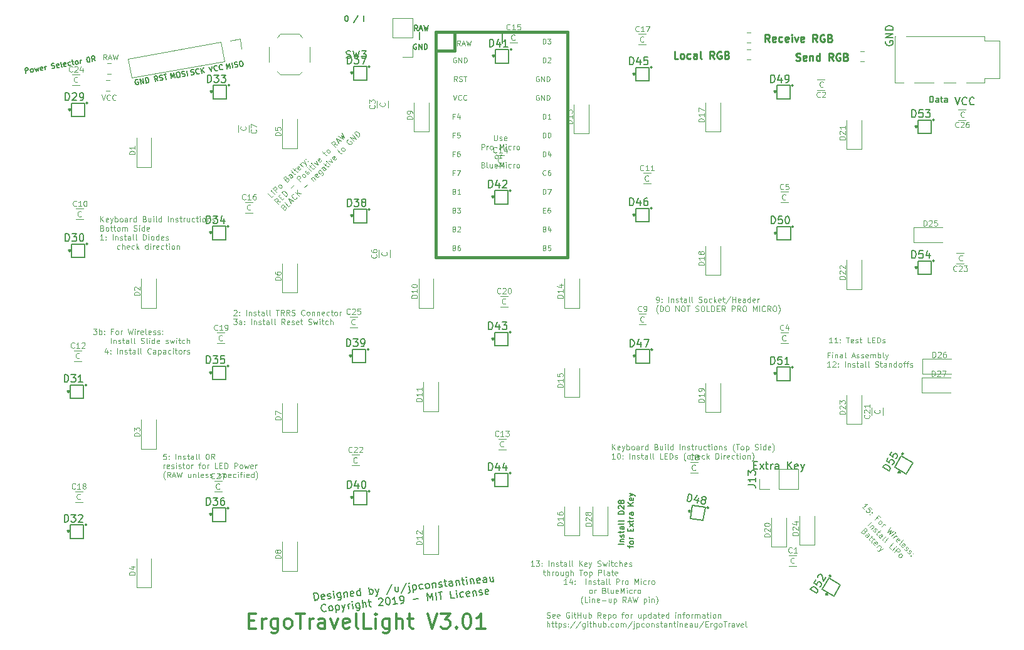
<source format=gbr>
G04 #@! TF.GenerationSoftware,KiCad,Pcbnew,(5.0.0)*
G04 #@! TF.CreationDate,2019-11-12T20:48:11-06:00*
G04 #@! TF.ProjectId,ErgoTravel,4572676F54726176656C2E6B69636164,rev?*
G04 #@! TF.SameCoordinates,Original*
G04 #@! TF.FileFunction,Legend,Top*
G04 #@! TF.FilePolarity,Positive*
%FSLAX46Y46*%
G04 Gerber Fmt 4.6, Leading zero omitted, Abs format (unit mm)*
G04 Created by KiCad (PCBNEW (5.0.0)) date 11/12/19 20:48:11*
%MOMM*%
%LPD*%
G01*
G04 APERTURE LIST*
%ADD10C,0.100000*%
%ADD11C,0.250000*%
%ADD12C,0.150000*%
%ADD13C,0.200000*%
%ADD14C,0.300000*%
%ADD15C,0.120000*%
%ADD16C,0.381000*%
G04 APERTURE END LIST*
D10*
X87639428Y-57247285D02*
X87889428Y-57997285D01*
X88139428Y-57247285D01*
X88818000Y-57925857D02*
X88782285Y-57961571D01*
X88675142Y-57997285D01*
X88603714Y-57997285D01*
X88496571Y-57961571D01*
X88425142Y-57890142D01*
X88389428Y-57818714D01*
X88353714Y-57675857D01*
X88353714Y-57568714D01*
X88389428Y-57425857D01*
X88425142Y-57354428D01*
X88496571Y-57283000D01*
X88603714Y-57247285D01*
X88675142Y-57247285D01*
X88782285Y-57283000D01*
X88818000Y-57318714D01*
X89568000Y-57925857D02*
X89532285Y-57961571D01*
X89425142Y-57997285D01*
X89353714Y-57997285D01*
X89246571Y-57961571D01*
X89175142Y-57890142D01*
X89139428Y-57818714D01*
X89103714Y-57675857D01*
X89103714Y-57568714D01*
X89139428Y-57425857D01*
X89175142Y-57354428D01*
X89246571Y-57283000D01*
X89353714Y-57247285D01*
X89425142Y-57247285D01*
X89532285Y-57283000D01*
X89568000Y-57318714D01*
D11*
X165489333Y-52395380D02*
X165013142Y-52395380D01*
X165013142Y-51395380D01*
X165965523Y-52395380D02*
X165870285Y-52347761D01*
X165822666Y-52300142D01*
X165775047Y-52204904D01*
X165775047Y-51919190D01*
X165822666Y-51823952D01*
X165870285Y-51776333D01*
X165965523Y-51728714D01*
X166108380Y-51728714D01*
X166203619Y-51776333D01*
X166251238Y-51823952D01*
X166298857Y-51919190D01*
X166298857Y-52204904D01*
X166251238Y-52300142D01*
X166203619Y-52347761D01*
X166108380Y-52395380D01*
X165965523Y-52395380D01*
X167156000Y-52347761D02*
X167060761Y-52395380D01*
X166870285Y-52395380D01*
X166775047Y-52347761D01*
X166727428Y-52300142D01*
X166679809Y-52204904D01*
X166679809Y-51919190D01*
X166727428Y-51823952D01*
X166775047Y-51776333D01*
X166870285Y-51728714D01*
X167060761Y-51728714D01*
X167156000Y-51776333D01*
X168013142Y-52395380D02*
X168013142Y-51871571D01*
X167965523Y-51776333D01*
X167870285Y-51728714D01*
X167679809Y-51728714D01*
X167584571Y-51776333D01*
X168013142Y-52347761D02*
X167917904Y-52395380D01*
X167679809Y-52395380D01*
X167584571Y-52347761D01*
X167536952Y-52252523D01*
X167536952Y-52157285D01*
X167584571Y-52062047D01*
X167679809Y-52014428D01*
X167917904Y-52014428D01*
X168013142Y-51966809D01*
X168632190Y-52395380D02*
X168536952Y-52347761D01*
X168489333Y-52252523D01*
X168489333Y-51395380D01*
X170346476Y-52395380D02*
X170013142Y-51919190D01*
X169775047Y-52395380D02*
X169775047Y-51395380D01*
X170156000Y-51395380D01*
X170251238Y-51443000D01*
X170298857Y-51490619D01*
X170346476Y-51585857D01*
X170346476Y-51728714D01*
X170298857Y-51823952D01*
X170251238Y-51871571D01*
X170156000Y-51919190D01*
X169775047Y-51919190D01*
X171298857Y-51443000D02*
X171203619Y-51395380D01*
X171060761Y-51395380D01*
X170917904Y-51443000D01*
X170822666Y-51538238D01*
X170775047Y-51633476D01*
X170727428Y-51823952D01*
X170727428Y-51966809D01*
X170775047Y-52157285D01*
X170822666Y-52252523D01*
X170917904Y-52347761D01*
X171060761Y-52395380D01*
X171156000Y-52395380D01*
X171298857Y-52347761D01*
X171346476Y-52300142D01*
X171346476Y-51966809D01*
X171156000Y-51966809D01*
X172108380Y-51871571D02*
X172251238Y-51919190D01*
X172298857Y-51966809D01*
X172346476Y-52062047D01*
X172346476Y-52204904D01*
X172298857Y-52300142D01*
X172251238Y-52347761D01*
X172156000Y-52395380D01*
X171775047Y-52395380D01*
X171775047Y-51395380D01*
X172108380Y-51395380D01*
X172203619Y-51443000D01*
X172251238Y-51490619D01*
X172298857Y-51585857D01*
X172298857Y-51681095D01*
X172251238Y-51776333D01*
X172203619Y-51823952D01*
X172108380Y-51871571D01*
X171775047Y-51871571D01*
X177832238Y-50109380D02*
X177498904Y-49633190D01*
X177260809Y-50109380D02*
X177260809Y-49109380D01*
X177641761Y-49109380D01*
X177737000Y-49157000D01*
X177784619Y-49204619D01*
X177832238Y-49299857D01*
X177832238Y-49442714D01*
X177784619Y-49537952D01*
X177737000Y-49585571D01*
X177641761Y-49633190D01*
X177260809Y-49633190D01*
X178641761Y-50061761D02*
X178546523Y-50109380D01*
X178356047Y-50109380D01*
X178260809Y-50061761D01*
X178213190Y-49966523D01*
X178213190Y-49585571D01*
X178260809Y-49490333D01*
X178356047Y-49442714D01*
X178546523Y-49442714D01*
X178641761Y-49490333D01*
X178689380Y-49585571D01*
X178689380Y-49680809D01*
X178213190Y-49776047D01*
X179546523Y-50061761D02*
X179451285Y-50109380D01*
X179260809Y-50109380D01*
X179165571Y-50061761D01*
X179117952Y-50014142D01*
X179070333Y-49918904D01*
X179070333Y-49633190D01*
X179117952Y-49537952D01*
X179165571Y-49490333D01*
X179260809Y-49442714D01*
X179451285Y-49442714D01*
X179546523Y-49490333D01*
X180356047Y-50061761D02*
X180260809Y-50109380D01*
X180070333Y-50109380D01*
X179975095Y-50061761D01*
X179927476Y-49966523D01*
X179927476Y-49585571D01*
X179975095Y-49490333D01*
X180070333Y-49442714D01*
X180260809Y-49442714D01*
X180356047Y-49490333D01*
X180403666Y-49585571D01*
X180403666Y-49680809D01*
X179927476Y-49776047D01*
X180832238Y-50109380D02*
X180832238Y-49442714D01*
X180832238Y-49109380D02*
X180784619Y-49157000D01*
X180832238Y-49204619D01*
X180879857Y-49157000D01*
X180832238Y-49109380D01*
X180832238Y-49204619D01*
X181213190Y-49442714D02*
X181451285Y-50109380D01*
X181689380Y-49442714D01*
X182451285Y-50061761D02*
X182356047Y-50109380D01*
X182165571Y-50109380D01*
X182070333Y-50061761D01*
X182022714Y-49966523D01*
X182022714Y-49585571D01*
X182070333Y-49490333D01*
X182165571Y-49442714D01*
X182356047Y-49442714D01*
X182451285Y-49490333D01*
X182498904Y-49585571D01*
X182498904Y-49680809D01*
X182022714Y-49776047D01*
X184260809Y-50109380D02*
X183927476Y-49633190D01*
X183689380Y-50109380D02*
X183689380Y-49109380D01*
X184070333Y-49109380D01*
X184165571Y-49157000D01*
X184213190Y-49204619D01*
X184260809Y-49299857D01*
X184260809Y-49442714D01*
X184213190Y-49537952D01*
X184165571Y-49585571D01*
X184070333Y-49633190D01*
X183689380Y-49633190D01*
X185213190Y-49157000D02*
X185117952Y-49109380D01*
X184975095Y-49109380D01*
X184832238Y-49157000D01*
X184737000Y-49252238D01*
X184689380Y-49347476D01*
X184641761Y-49537952D01*
X184641761Y-49680809D01*
X184689380Y-49871285D01*
X184737000Y-49966523D01*
X184832238Y-50061761D01*
X184975095Y-50109380D01*
X185070333Y-50109380D01*
X185213190Y-50061761D01*
X185260809Y-50014142D01*
X185260809Y-49680809D01*
X185070333Y-49680809D01*
X186022714Y-49585571D02*
X186165571Y-49633190D01*
X186213190Y-49680809D01*
X186260809Y-49776047D01*
X186260809Y-49918904D01*
X186213190Y-50014142D01*
X186165571Y-50061761D01*
X186070333Y-50109380D01*
X185689380Y-50109380D01*
X185689380Y-49109380D01*
X186022714Y-49109380D01*
X186117952Y-49157000D01*
X186165571Y-49204619D01*
X186213190Y-49299857D01*
X186213190Y-49395095D01*
X186165571Y-49490333D01*
X186117952Y-49537952D01*
X186022714Y-49585571D01*
X185689380Y-49585571D01*
D10*
X185913571Y-92447428D02*
X185663571Y-92447428D01*
X185663571Y-92840285D02*
X185663571Y-92090285D01*
X186020714Y-92090285D01*
X186306428Y-92840285D02*
X186306428Y-92340285D01*
X186306428Y-92090285D02*
X186270714Y-92126000D01*
X186306428Y-92161714D01*
X186342142Y-92126000D01*
X186306428Y-92090285D01*
X186306428Y-92161714D01*
X186663571Y-92340285D02*
X186663571Y-92840285D01*
X186663571Y-92411714D02*
X186699285Y-92376000D01*
X186770714Y-92340285D01*
X186877857Y-92340285D01*
X186949285Y-92376000D01*
X186985000Y-92447428D01*
X186985000Y-92840285D01*
X187663571Y-92840285D02*
X187663571Y-92447428D01*
X187627857Y-92376000D01*
X187556428Y-92340285D01*
X187413571Y-92340285D01*
X187342142Y-92376000D01*
X187663571Y-92804571D02*
X187592142Y-92840285D01*
X187413571Y-92840285D01*
X187342142Y-92804571D01*
X187306428Y-92733142D01*
X187306428Y-92661714D01*
X187342142Y-92590285D01*
X187413571Y-92554571D01*
X187592142Y-92554571D01*
X187663571Y-92518857D01*
X188127857Y-92840285D02*
X188056428Y-92804571D01*
X188020714Y-92733142D01*
X188020714Y-92090285D01*
X188949285Y-92626000D02*
X189306428Y-92626000D01*
X188877857Y-92840285D02*
X189127857Y-92090285D01*
X189377857Y-92840285D01*
X189592142Y-92804571D02*
X189663571Y-92840285D01*
X189806428Y-92840285D01*
X189877857Y-92804571D01*
X189913571Y-92733142D01*
X189913571Y-92697428D01*
X189877857Y-92626000D01*
X189806428Y-92590285D01*
X189699285Y-92590285D01*
X189627857Y-92554571D01*
X189592142Y-92483142D01*
X189592142Y-92447428D01*
X189627857Y-92376000D01*
X189699285Y-92340285D01*
X189806428Y-92340285D01*
X189877857Y-92376000D01*
X190199285Y-92804571D02*
X190270714Y-92840285D01*
X190413571Y-92840285D01*
X190485000Y-92804571D01*
X190520714Y-92733142D01*
X190520714Y-92697428D01*
X190485000Y-92626000D01*
X190413571Y-92590285D01*
X190306428Y-92590285D01*
X190235000Y-92554571D01*
X190199285Y-92483142D01*
X190199285Y-92447428D01*
X190235000Y-92376000D01*
X190306428Y-92340285D01*
X190413571Y-92340285D01*
X190485000Y-92376000D01*
X191127857Y-92804571D02*
X191056428Y-92840285D01*
X190913571Y-92840285D01*
X190842142Y-92804571D01*
X190806428Y-92733142D01*
X190806428Y-92447428D01*
X190842142Y-92376000D01*
X190913571Y-92340285D01*
X191056428Y-92340285D01*
X191127857Y-92376000D01*
X191163571Y-92447428D01*
X191163571Y-92518857D01*
X190806428Y-92590285D01*
X191485000Y-92840285D02*
X191485000Y-92340285D01*
X191485000Y-92411714D02*
X191520714Y-92376000D01*
X191592142Y-92340285D01*
X191699285Y-92340285D01*
X191770714Y-92376000D01*
X191806428Y-92447428D01*
X191806428Y-92840285D01*
X191806428Y-92447428D02*
X191842142Y-92376000D01*
X191913571Y-92340285D01*
X192020714Y-92340285D01*
X192092142Y-92376000D01*
X192127857Y-92447428D01*
X192127857Y-92840285D01*
X192485000Y-92840285D02*
X192485000Y-92090285D01*
X192485000Y-92376000D02*
X192556428Y-92340285D01*
X192699285Y-92340285D01*
X192770714Y-92376000D01*
X192806428Y-92411714D01*
X192842142Y-92483142D01*
X192842142Y-92697428D01*
X192806428Y-92768857D01*
X192770714Y-92804571D01*
X192699285Y-92840285D01*
X192556428Y-92840285D01*
X192485000Y-92804571D01*
X193270714Y-92840285D02*
X193199285Y-92804571D01*
X193163571Y-92733142D01*
X193163571Y-92090285D01*
X193485000Y-92340285D02*
X193663571Y-92840285D01*
X193842142Y-92340285D02*
X193663571Y-92840285D01*
X193592142Y-93018857D01*
X193556428Y-93054571D01*
X193485000Y-93090285D01*
X186056428Y-94065285D02*
X185627857Y-94065285D01*
X185842142Y-94065285D02*
X185842142Y-93315285D01*
X185770714Y-93422428D01*
X185699285Y-93493857D01*
X185627857Y-93529571D01*
X186342142Y-93386714D02*
X186377857Y-93351000D01*
X186449285Y-93315285D01*
X186627857Y-93315285D01*
X186699285Y-93351000D01*
X186735000Y-93386714D01*
X186770714Y-93458142D01*
X186770714Y-93529571D01*
X186735000Y-93636714D01*
X186306428Y-94065285D01*
X186770714Y-94065285D01*
X187092142Y-93993857D02*
X187127857Y-94029571D01*
X187092142Y-94065285D01*
X187056428Y-94029571D01*
X187092142Y-93993857D01*
X187092142Y-94065285D01*
X187092142Y-93601000D02*
X187127857Y-93636714D01*
X187092142Y-93672428D01*
X187056428Y-93636714D01*
X187092142Y-93601000D01*
X187092142Y-93672428D01*
X188020714Y-94065285D02*
X188020714Y-93315285D01*
X188377857Y-93565285D02*
X188377857Y-94065285D01*
X188377857Y-93636714D02*
X188413571Y-93601000D01*
X188485000Y-93565285D01*
X188592142Y-93565285D01*
X188663571Y-93601000D01*
X188699285Y-93672428D01*
X188699285Y-94065285D01*
X189020714Y-94029571D02*
X189092142Y-94065285D01*
X189235000Y-94065285D01*
X189306428Y-94029571D01*
X189342142Y-93958142D01*
X189342142Y-93922428D01*
X189306428Y-93851000D01*
X189235000Y-93815285D01*
X189127857Y-93815285D01*
X189056428Y-93779571D01*
X189020714Y-93708142D01*
X189020714Y-93672428D01*
X189056428Y-93601000D01*
X189127857Y-93565285D01*
X189235000Y-93565285D01*
X189306428Y-93601000D01*
X189556428Y-93565285D02*
X189842142Y-93565285D01*
X189663571Y-93315285D02*
X189663571Y-93958142D01*
X189699285Y-94029571D01*
X189770714Y-94065285D01*
X189842142Y-94065285D01*
X190413571Y-94065285D02*
X190413571Y-93672428D01*
X190377857Y-93601000D01*
X190306428Y-93565285D01*
X190163571Y-93565285D01*
X190092142Y-93601000D01*
X190413571Y-94029571D02*
X190342142Y-94065285D01*
X190163571Y-94065285D01*
X190092142Y-94029571D01*
X190056428Y-93958142D01*
X190056428Y-93886714D01*
X190092142Y-93815285D01*
X190163571Y-93779571D01*
X190342142Y-93779571D01*
X190413571Y-93743857D01*
X190877857Y-94065285D02*
X190806428Y-94029571D01*
X190770714Y-93958142D01*
X190770714Y-93315285D01*
X191270714Y-94065285D02*
X191199285Y-94029571D01*
X191163571Y-93958142D01*
X191163571Y-93315285D01*
X192092142Y-94029571D02*
X192199285Y-94065285D01*
X192377857Y-94065285D01*
X192449285Y-94029571D01*
X192485000Y-93993857D01*
X192520714Y-93922428D01*
X192520714Y-93851000D01*
X192485000Y-93779571D01*
X192449285Y-93743857D01*
X192377857Y-93708142D01*
X192235000Y-93672428D01*
X192163571Y-93636714D01*
X192127857Y-93601000D01*
X192092142Y-93529571D01*
X192092142Y-93458142D01*
X192127857Y-93386714D01*
X192163571Y-93351000D01*
X192235000Y-93315285D01*
X192413571Y-93315285D01*
X192520714Y-93351000D01*
X192735000Y-93565285D02*
X193020714Y-93565285D01*
X192842142Y-93315285D02*
X192842142Y-93958142D01*
X192877857Y-94029571D01*
X192949285Y-94065285D01*
X193020714Y-94065285D01*
X193592142Y-94065285D02*
X193592142Y-93672428D01*
X193556428Y-93601000D01*
X193485000Y-93565285D01*
X193342142Y-93565285D01*
X193270714Y-93601000D01*
X193592142Y-94029571D02*
X193520714Y-94065285D01*
X193342142Y-94065285D01*
X193270714Y-94029571D01*
X193235000Y-93958142D01*
X193235000Y-93886714D01*
X193270714Y-93815285D01*
X193342142Y-93779571D01*
X193520714Y-93779571D01*
X193592142Y-93743857D01*
X193949285Y-93565285D02*
X193949285Y-94065285D01*
X193949285Y-93636714D02*
X193985000Y-93601000D01*
X194056428Y-93565285D01*
X194163571Y-93565285D01*
X194235000Y-93601000D01*
X194270714Y-93672428D01*
X194270714Y-94065285D01*
X194949285Y-94065285D02*
X194949285Y-93315285D01*
X194949285Y-94029571D02*
X194877857Y-94065285D01*
X194735000Y-94065285D01*
X194663571Y-94029571D01*
X194627857Y-93993857D01*
X194592142Y-93922428D01*
X194592142Y-93708142D01*
X194627857Y-93636714D01*
X194663571Y-93601000D01*
X194735000Y-93565285D01*
X194877857Y-93565285D01*
X194949285Y-93601000D01*
X195413571Y-94065285D02*
X195342142Y-94029571D01*
X195306428Y-93993857D01*
X195270714Y-93922428D01*
X195270714Y-93708142D01*
X195306428Y-93636714D01*
X195342142Y-93601000D01*
X195413571Y-93565285D01*
X195520714Y-93565285D01*
X195592142Y-93601000D01*
X195627857Y-93636714D01*
X195663571Y-93708142D01*
X195663571Y-93922428D01*
X195627857Y-93993857D01*
X195592142Y-94029571D01*
X195520714Y-94065285D01*
X195413571Y-94065285D01*
X195877857Y-93565285D02*
X196163571Y-93565285D01*
X195985000Y-94065285D02*
X195985000Y-93422428D01*
X196020714Y-93351000D01*
X196092142Y-93315285D01*
X196163571Y-93315285D01*
X196306428Y-93565285D02*
X196592142Y-93565285D01*
X196413571Y-94065285D02*
X196413571Y-93422428D01*
X196449285Y-93351000D01*
X196520714Y-93315285D01*
X196592142Y-93315285D01*
X196806428Y-94029571D02*
X196877857Y-94065285D01*
X197020714Y-94065285D01*
X197092142Y-94029571D01*
X197127857Y-93958142D01*
X197127857Y-93922428D01*
X197092142Y-93851000D01*
X197020714Y-93815285D01*
X196913571Y-93815285D01*
X196842142Y-93779571D01*
X196806428Y-93708142D01*
X196806428Y-93672428D01*
X196842142Y-93601000D01*
X196913571Y-93565285D01*
X197020714Y-93565285D01*
X197092142Y-93601000D01*
D12*
X120659666Y-46606666D02*
X120793000Y-46606666D01*
X120859666Y-46640000D01*
X120926333Y-46706666D01*
X120959666Y-46840000D01*
X120959666Y-47073333D01*
X120926333Y-47206666D01*
X120859666Y-47273333D01*
X120793000Y-47306666D01*
X120659666Y-47306666D01*
X120593000Y-47273333D01*
X120526333Y-47206666D01*
X120493000Y-47073333D01*
X120493000Y-46840000D01*
X120526333Y-46706666D01*
X120593000Y-46640000D01*
X120659666Y-46606666D01*
X122293000Y-46573333D02*
X121693000Y-47473333D01*
X123059666Y-47306666D02*
X123059666Y-46606666D01*
D10*
X110871371Y-70905833D02*
X110618833Y-71158371D01*
X110088503Y-70628041D01*
X111048148Y-70729056D02*
X110694594Y-70375502D01*
X110517817Y-70198726D02*
X110517817Y-70249233D01*
X110568325Y-70249233D01*
X110568325Y-70198726D01*
X110517817Y-70198726D01*
X110568325Y-70249233D01*
X111300686Y-70476518D02*
X110770356Y-69946188D01*
X110972386Y-69744157D01*
X111048148Y-69718903D01*
X111098655Y-69718903D01*
X111174417Y-69744157D01*
X111250178Y-69819919D01*
X111275432Y-69895680D01*
X111275432Y-69946188D01*
X111250178Y-70021949D01*
X111048148Y-70223980D01*
X111906777Y-69870426D02*
X111831016Y-69895680D01*
X111780508Y-69895680D01*
X111704747Y-69870426D01*
X111553224Y-69718903D01*
X111527970Y-69643142D01*
X111527970Y-69592634D01*
X111553224Y-69516873D01*
X111628985Y-69441111D01*
X111704747Y-69415858D01*
X111755254Y-69415858D01*
X111831016Y-69441111D01*
X111982539Y-69592634D01*
X112007792Y-69668396D01*
X112007792Y-69718903D01*
X111982539Y-69794665D01*
X111906777Y-69870426D01*
X112613884Y-68607736D02*
X112714899Y-68557228D01*
X112765407Y-68557228D01*
X112841168Y-68582482D01*
X112916930Y-68658243D01*
X112942184Y-68734005D01*
X112942184Y-68784512D01*
X112916930Y-68860274D01*
X112714899Y-69062304D01*
X112184569Y-68531974D01*
X112361346Y-68355197D01*
X112437107Y-68329944D01*
X112487615Y-68329944D01*
X112563376Y-68355197D01*
X112613884Y-68405705D01*
X112639138Y-68481466D01*
X112639138Y-68531974D01*
X112613884Y-68607736D01*
X112437107Y-68784512D01*
X113472514Y-68304690D02*
X113194722Y-68026898D01*
X113118960Y-68001644D01*
X113043199Y-68026898D01*
X112942184Y-68127913D01*
X112916930Y-68203675D01*
X113447260Y-68279436D02*
X113422006Y-68355197D01*
X113295737Y-68481466D01*
X113219976Y-68506720D01*
X113144214Y-68481466D01*
X113093706Y-68430959D01*
X113068453Y-68355197D01*
X113093706Y-68279436D01*
X113219976Y-68153167D01*
X113245229Y-68077405D01*
X113295737Y-67774360D02*
X113497767Y-67572329D01*
X113194722Y-67521822D02*
X113649290Y-67976390D01*
X113725052Y-68001644D01*
X113800813Y-67976390D01*
X113851321Y-67925883D01*
X113598783Y-67471314D02*
X113800813Y-67269283D01*
X113497767Y-67218776D02*
X113952336Y-67673344D01*
X114028098Y-67698598D01*
X114103859Y-67673344D01*
X114154367Y-67622837D01*
X114507920Y-67218776D02*
X114482666Y-67294537D01*
X114381651Y-67395552D01*
X114305890Y-67420806D01*
X114230128Y-67395552D01*
X114028098Y-67193522D01*
X114002844Y-67117761D01*
X114028098Y-67041999D01*
X114129113Y-66940984D01*
X114204874Y-66915730D01*
X114280636Y-66940984D01*
X114331143Y-66991491D01*
X114129113Y-67294537D01*
X114785712Y-66991491D02*
X114432159Y-66637938D01*
X114533174Y-66738953D02*
X114507920Y-66663192D01*
X114507920Y-66612684D01*
X114533174Y-66536923D01*
X114583681Y-66486415D01*
X114709951Y-66360146D02*
X115189773Y-66587430D01*
X114962489Y-66107608D02*
X115189773Y-66587430D01*
X115265534Y-66764207D01*
X115265534Y-66814715D01*
X115240281Y-66890476D01*
X115467565Y-66208623D02*
X115518073Y-66208623D01*
X115518073Y-66259131D01*
X115467565Y-66259131D01*
X115467565Y-66208623D01*
X115518073Y-66259131D01*
X115189773Y-65930831D02*
X115240281Y-65930831D01*
X115240281Y-65981339D01*
X115189773Y-65981339D01*
X115189773Y-65930831D01*
X115240281Y-65981339D01*
X111788085Y-71721531D02*
X111358770Y-71645770D01*
X111485039Y-72024577D02*
X110954709Y-71494247D01*
X111156739Y-71292216D01*
X111232501Y-71266962D01*
X111283008Y-71266962D01*
X111358770Y-71292216D01*
X111434531Y-71367978D01*
X111459785Y-71443739D01*
X111459785Y-71494247D01*
X111434531Y-71570008D01*
X111232501Y-71772039D01*
X111737577Y-71216455D02*
X111914354Y-71039678D01*
X112267907Y-71241708D02*
X112015369Y-71494247D01*
X111485039Y-70963917D01*
X111737577Y-70711378D01*
X112495191Y-71014424D02*
X111964861Y-70484094D01*
X112091130Y-70357825D01*
X112192146Y-70307317D01*
X112293161Y-70307317D01*
X112368922Y-70332571D01*
X112495191Y-70408333D01*
X112570953Y-70484094D01*
X112646714Y-70610363D01*
X112671968Y-70686125D01*
X112671968Y-70787140D01*
X112621460Y-70888155D01*
X112495191Y-71014424D01*
X113227552Y-69878003D02*
X113631613Y-69473942D01*
X114490243Y-69019373D02*
X113959912Y-68489043D01*
X114161943Y-68287012D01*
X114237704Y-68261758D01*
X114288212Y-68261758D01*
X114363973Y-68287012D01*
X114439735Y-68362774D01*
X114464989Y-68438535D01*
X114464989Y-68489043D01*
X114439735Y-68564804D01*
X114237704Y-68766835D01*
X115096334Y-68413281D02*
X115020573Y-68438535D01*
X114970065Y-68438535D01*
X114894304Y-68413281D01*
X114742781Y-68261758D01*
X114717527Y-68185997D01*
X114717527Y-68135489D01*
X114742781Y-68059728D01*
X114818542Y-67983967D01*
X114894304Y-67958713D01*
X114944811Y-67958713D01*
X115020573Y-67983967D01*
X115172096Y-68135489D01*
X115197349Y-68211251D01*
X115197349Y-68261758D01*
X115172096Y-68337520D01*
X115096334Y-68413281D01*
X115449887Y-68009220D02*
X115525649Y-67983967D01*
X115626664Y-67882951D01*
X115651918Y-67807190D01*
X115626664Y-67731428D01*
X115601410Y-67706175D01*
X115525649Y-67680921D01*
X115449887Y-67706175D01*
X115374126Y-67781936D01*
X115298365Y-67807190D01*
X115222603Y-67781936D01*
X115197349Y-67756682D01*
X115172096Y-67680921D01*
X115197349Y-67605159D01*
X115273111Y-67529398D01*
X115348872Y-67504144D01*
X115929710Y-67579906D02*
X115576157Y-67226352D01*
X115399380Y-67049575D02*
X115399380Y-67100083D01*
X115449887Y-67100083D01*
X115449887Y-67049575D01*
X115399380Y-67049575D01*
X115449887Y-67100083D01*
X115752933Y-67049575D02*
X115954964Y-66847545D01*
X115651918Y-66797037D02*
X116106487Y-67251606D01*
X116182248Y-67276860D01*
X116258010Y-67251606D01*
X116308517Y-67201098D01*
X116485294Y-67024322D02*
X116131740Y-66670768D01*
X115954964Y-66493992D02*
X115954964Y-66544499D01*
X116005471Y-66544499D01*
X116005471Y-66493992D01*
X115954964Y-66493992D01*
X116005471Y-66544499D01*
X116333771Y-66468738D02*
X116813593Y-66696022D01*
X116586309Y-66216200D01*
X117318670Y-66140438D02*
X117293416Y-66216200D01*
X117192401Y-66317215D01*
X117116639Y-66342469D01*
X117040878Y-66317215D01*
X116838847Y-66115184D01*
X116813593Y-66039423D01*
X116838847Y-65963661D01*
X116939862Y-65862646D01*
X117015624Y-65837392D01*
X117091385Y-65862646D01*
X117141893Y-65913154D01*
X116939862Y-66216200D01*
X117571208Y-65231301D02*
X117773238Y-65029270D01*
X117470193Y-64978763D02*
X117924761Y-65433331D01*
X118000523Y-65458585D01*
X118076284Y-65433331D01*
X118126792Y-65382824D01*
X118379330Y-65130286D02*
X118303568Y-65155539D01*
X118253061Y-65155539D01*
X118177299Y-65130286D01*
X118025776Y-64978763D01*
X118000523Y-64903001D01*
X118000523Y-64852494D01*
X118025776Y-64776732D01*
X118101538Y-64700971D01*
X118177299Y-64675717D01*
X118227807Y-64675717D01*
X118303568Y-64700971D01*
X118455091Y-64852494D01*
X118480345Y-64928255D01*
X118480345Y-64978763D01*
X118455091Y-65054524D01*
X118379330Y-65130286D01*
X119490498Y-64019118D02*
X119061183Y-63943356D01*
X119187452Y-64322164D02*
X118657122Y-63791833D01*
X118859152Y-63589803D01*
X118934914Y-63564549D01*
X118985421Y-63564549D01*
X119061183Y-63589803D01*
X119136944Y-63665564D01*
X119162198Y-63741326D01*
X119162198Y-63791833D01*
X119136944Y-63867595D01*
X118934914Y-64069625D01*
X119541005Y-63665564D02*
X119793543Y-63413026D01*
X119642021Y-63867595D02*
X119288467Y-63160488D01*
X119995574Y-63514042D01*
X119591513Y-62857442D02*
X120248112Y-63261503D01*
X119970320Y-62781681D01*
X120450143Y-63059473D01*
X120046082Y-62402874D01*
X112250229Y-72436214D02*
X112351245Y-72385706D01*
X112401752Y-72385706D01*
X112477514Y-72410960D01*
X112553275Y-72486722D01*
X112578529Y-72562483D01*
X112578529Y-72612991D01*
X112553275Y-72688752D01*
X112351245Y-72890783D01*
X111820915Y-72360453D01*
X111997691Y-72183676D01*
X112073453Y-72158422D01*
X112123960Y-72158422D01*
X112199722Y-72183676D01*
X112250229Y-72234184D01*
X112275483Y-72309945D01*
X112275483Y-72360453D01*
X112250229Y-72436214D01*
X112073453Y-72612991D01*
X113134113Y-72107914D02*
X112881575Y-72360453D01*
X112351245Y-71830123D01*
X113134113Y-71804869D02*
X113386651Y-71552331D01*
X113235128Y-72006899D02*
X112881575Y-71299792D01*
X113588682Y-71653346D01*
X114017996Y-71123016D02*
X114017996Y-71173523D01*
X113967489Y-71274539D01*
X113916981Y-71325046D01*
X113815966Y-71375554D01*
X113714951Y-71375554D01*
X113639189Y-71350300D01*
X113512920Y-71274539D01*
X113437159Y-71198777D01*
X113361397Y-71072508D01*
X113336143Y-70996747D01*
X113336143Y-70895731D01*
X113386651Y-70794716D01*
X113437159Y-70744209D01*
X113538174Y-70693701D01*
X113588682Y-70693701D01*
X114295788Y-70946239D02*
X113765458Y-70415909D01*
X114598834Y-70643193D02*
X114068504Y-70567432D01*
X114068504Y-70112863D02*
X114068504Y-70718955D01*
X115028149Y-69809817D02*
X115432210Y-69405756D01*
X115937286Y-68597634D02*
X116290840Y-68951188D01*
X115987794Y-68648142D02*
X115987794Y-68597634D01*
X116013048Y-68521873D01*
X116088809Y-68446112D01*
X116164571Y-68420858D01*
X116240332Y-68446112D01*
X116518124Y-68723903D01*
X116947439Y-68244081D02*
X116922185Y-68319842D01*
X116821170Y-68420858D01*
X116745408Y-68446112D01*
X116669647Y-68420858D01*
X116467616Y-68218827D01*
X116442363Y-68143066D01*
X116467616Y-68067304D01*
X116568632Y-67966289D01*
X116644393Y-67941035D01*
X116720154Y-67966289D01*
X116770662Y-68016797D01*
X116568632Y-68319842D01*
X117098962Y-67435959D02*
X117528277Y-67865274D01*
X117553530Y-67941035D01*
X117553530Y-67991543D01*
X117528277Y-68067304D01*
X117452515Y-68143066D01*
X117376754Y-68168320D01*
X117427261Y-67764259D02*
X117402007Y-67840020D01*
X117300992Y-67941035D01*
X117225231Y-67966289D01*
X117174723Y-67966289D01*
X117098962Y-67941035D01*
X116947439Y-67789512D01*
X116922185Y-67713751D01*
X116922185Y-67663243D01*
X116947439Y-67587482D01*
X117048454Y-67486467D01*
X117124216Y-67461213D01*
X117932338Y-67309690D02*
X117654546Y-67031898D01*
X117578784Y-67006644D01*
X117503023Y-67031898D01*
X117402007Y-67132913D01*
X117376754Y-67208675D01*
X117907084Y-67284436D02*
X117881830Y-67360198D01*
X117755561Y-67486467D01*
X117679799Y-67511720D01*
X117604038Y-67486467D01*
X117553530Y-67435959D01*
X117528277Y-67360198D01*
X117553530Y-67284436D01*
X117679799Y-67158167D01*
X117705053Y-67082406D01*
X117755561Y-66779360D02*
X117957591Y-66577329D01*
X117654546Y-66526822D02*
X118109114Y-66981390D01*
X118184876Y-67006644D01*
X118260637Y-66981390D01*
X118311145Y-66930883D01*
X118487921Y-66754106D02*
X118134368Y-66400553D01*
X117957591Y-66223776D02*
X117957591Y-66274284D01*
X118008099Y-66274284D01*
X118008099Y-66223776D01*
X117957591Y-66223776D01*
X118008099Y-66274284D01*
X118336399Y-66198522D02*
X118816221Y-66425806D01*
X118588937Y-65945984D01*
X119321297Y-65870223D02*
X119296043Y-65945984D01*
X119195028Y-66046999D01*
X119119267Y-66072253D01*
X119043505Y-66046999D01*
X118841475Y-65844969D01*
X118816221Y-65769207D01*
X118841475Y-65693446D01*
X118942490Y-65592431D01*
X119018252Y-65567177D01*
X119094013Y-65592431D01*
X119144521Y-65642938D01*
X118942490Y-65945984D01*
X119573835Y-64961085D02*
X119775866Y-64759055D01*
X119472820Y-64708547D02*
X119927389Y-65163116D01*
X120003150Y-65188370D01*
X120078912Y-65163116D01*
X120129419Y-65112608D01*
X120381957Y-64860070D02*
X120306196Y-64885324D01*
X120255688Y-64885324D01*
X120179927Y-64860070D01*
X120028404Y-64708547D01*
X120003150Y-64632786D01*
X120003150Y-64582278D01*
X120028404Y-64506517D01*
X120104166Y-64430755D01*
X120179927Y-64405501D01*
X120230435Y-64405501D01*
X120306196Y-64430755D01*
X120457719Y-64582278D01*
X120482973Y-64658039D01*
X120482973Y-64708547D01*
X120457719Y-64784309D01*
X120381957Y-64860070D01*
X120962795Y-63269080D02*
X120887034Y-63294334D01*
X120811272Y-63370095D01*
X120760765Y-63471110D01*
X120760765Y-63572125D01*
X120786018Y-63647887D01*
X120861780Y-63774156D01*
X120937541Y-63849917D01*
X121063810Y-63925679D01*
X121139572Y-63950933D01*
X121240587Y-63950933D01*
X121341602Y-63900425D01*
X121392110Y-63849917D01*
X121442618Y-63748902D01*
X121442618Y-63698395D01*
X121265841Y-63521618D01*
X121164826Y-63622633D01*
X121720410Y-63521618D02*
X121190080Y-62991288D01*
X122023455Y-63218572D01*
X121493125Y-62688242D01*
X122275993Y-62966034D02*
X121745663Y-62435704D01*
X121871932Y-62309435D01*
X121972948Y-62258927D01*
X122073963Y-62258927D01*
X122149724Y-62284181D01*
X122275993Y-62359942D01*
X122351755Y-62435704D01*
X122427516Y-62561973D01*
X122452770Y-62637734D01*
X122452770Y-62738750D01*
X122402263Y-62839765D01*
X122275993Y-62966034D01*
X190612420Y-113309625D02*
X190309374Y-113006579D01*
X190460897Y-113158102D02*
X190991227Y-112627772D01*
X190864958Y-112653026D01*
X190763943Y-112653026D01*
X190688182Y-112627772D01*
X191622573Y-113259117D02*
X191370035Y-113006579D01*
X191092243Y-113233863D01*
X191142750Y-113233863D01*
X191218512Y-113259117D01*
X191344781Y-113385386D01*
X191370035Y-113461148D01*
X191370035Y-113511655D01*
X191344781Y-113587417D01*
X191218512Y-113713686D01*
X191142750Y-113738940D01*
X191092243Y-113738940D01*
X191016481Y-113713686D01*
X190890212Y-113587417D01*
X190864958Y-113511655D01*
X190864958Y-113461148D01*
X191395288Y-113991478D02*
X191395288Y-114041985D01*
X191344781Y-114041985D01*
X191344781Y-113991478D01*
X191395288Y-113991478D01*
X191344781Y-114041985D01*
X191673080Y-113713686D02*
X191673080Y-113764193D01*
X191622573Y-113764193D01*
X191622573Y-113713686D01*
X191673080Y-113713686D01*
X191622573Y-113764193D01*
X192455949Y-114597569D02*
X192279172Y-114420792D01*
X192001380Y-114698584D02*
X192531710Y-114168254D01*
X192784248Y-114420792D01*
X192531710Y-115228915D02*
X192506456Y-115153153D01*
X192506456Y-115102645D01*
X192531710Y-115026884D01*
X192683233Y-114875361D01*
X192758994Y-114850107D01*
X192809502Y-114850107D01*
X192885263Y-114875361D01*
X192961025Y-114951123D01*
X192986279Y-115026884D01*
X192986279Y-115077392D01*
X192961025Y-115153153D01*
X192809502Y-115304676D01*
X192733741Y-115329930D01*
X192683233Y-115329930D01*
X192607472Y-115304676D01*
X192531710Y-115228915D01*
X192935771Y-115632976D02*
X193289324Y-115279422D01*
X193188309Y-115380437D02*
X193264071Y-115355184D01*
X193314578Y-115355184D01*
X193390340Y-115380437D01*
X193440847Y-115430945D01*
X194147954Y-115784498D02*
X193743893Y-116441098D01*
X194223716Y-116163306D01*
X193945924Y-116643128D01*
X194602523Y-116239067D01*
X194274223Y-116971428D02*
X194627777Y-116617874D01*
X194804553Y-116441098D02*
X194754046Y-116441098D01*
X194754046Y-116491605D01*
X194804553Y-116491605D01*
X194804553Y-116441098D01*
X194754046Y-116491605D01*
X194526761Y-117223966D02*
X194880315Y-116870412D01*
X194779299Y-116971428D02*
X194855061Y-116946174D01*
X194905569Y-116946174D01*
X194981330Y-116971428D01*
X195031838Y-117021935D01*
X195082345Y-117729042D02*
X195006584Y-117703788D01*
X194905569Y-117602773D01*
X194880315Y-117527012D01*
X194905569Y-117451250D01*
X195107599Y-117249220D01*
X195183360Y-117223966D01*
X195259122Y-117249220D01*
X195360137Y-117350235D01*
X195385391Y-117425996D01*
X195360137Y-117501758D01*
X195309630Y-117552265D01*
X195006584Y-117350235D01*
X195385391Y-118082595D02*
X195360137Y-118006834D01*
X195385391Y-117931073D01*
X195839960Y-117476504D01*
X195814706Y-118461403D02*
X195738944Y-118436149D01*
X195637929Y-118335134D01*
X195612675Y-118259372D01*
X195637929Y-118183611D01*
X195839960Y-117981580D01*
X195915721Y-117956326D01*
X195991483Y-117981580D01*
X196092498Y-118082595D01*
X196117752Y-118158357D01*
X196092498Y-118234118D01*
X196041990Y-118284626D01*
X195738944Y-118082595D01*
X196041990Y-118688687D02*
X196067244Y-118764448D01*
X196168259Y-118865464D01*
X196244021Y-118890717D01*
X196319782Y-118865464D01*
X196345036Y-118840210D01*
X196370290Y-118764448D01*
X196345036Y-118688687D01*
X196269274Y-118612926D01*
X196244021Y-118537164D01*
X196269274Y-118461403D01*
X196294528Y-118436149D01*
X196370290Y-118410895D01*
X196446051Y-118436149D01*
X196521813Y-118511910D01*
X196547066Y-118587672D01*
X196471305Y-119118002D02*
X196496559Y-119193763D01*
X196597574Y-119294779D01*
X196673335Y-119320032D01*
X196749097Y-119294779D01*
X196774351Y-119269525D01*
X196799605Y-119193763D01*
X196774351Y-119118002D01*
X196698589Y-119042240D01*
X196673335Y-118966479D01*
X196698589Y-118890717D01*
X196723843Y-118865464D01*
X196799605Y-118840210D01*
X196875366Y-118865464D01*
X196951127Y-118941225D01*
X196976381Y-119016987D01*
X196951127Y-119547317D02*
X196951127Y-119597824D01*
X196900620Y-119597824D01*
X196900620Y-119547317D01*
X196951127Y-119547317D01*
X196900620Y-119597824D01*
X197228919Y-119269525D02*
X197228919Y-119320032D01*
X197178412Y-119320032D01*
X197178412Y-119269525D01*
X197228919Y-119269525D01*
X197178412Y-119320032D01*
X191084666Y-115514283D02*
X191614996Y-114983953D01*
X191690758Y-115413268D02*
X191337204Y-115766821D01*
X191640250Y-115463775D02*
X191690758Y-115463775D01*
X191766519Y-115489029D01*
X191842281Y-115564790D01*
X191867535Y-115640552D01*
X191842281Y-115716313D01*
X191564489Y-115994105D01*
X191817027Y-116196136D02*
X191842281Y-116271897D01*
X191943296Y-116372912D01*
X192019057Y-116398166D01*
X192094819Y-116372912D01*
X192120073Y-116347659D01*
X192145327Y-116271897D01*
X192120073Y-116196136D01*
X192044311Y-116120374D01*
X192019057Y-116044613D01*
X192044311Y-115968851D01*
X192069565Y-115943598D01*
X192145327Y-115918344D01*
X192221088Y-115943598D01*
X192296849Y-116019359D01*
X192322103Y-116095121D01*
X192524134Y-116246643D02*
X192726164Y-116448674D01*
X192776672Y-116145628D02*
X192322103Y-116600197D01*
X192296849Y-116675958D01*
X192322103Y-116751720D01*
X192372611Y-116802227D01*
X192776672Y-117206288D02*
X193054464Y-116928496D01*
X193079718Y-116852735D01*
X193054464Y-116776973D01*
X192953449Y-116675958D01*
X192877687Y-116650704D01*
X192801926Y-117181035D02*
X192726164Y-117155781D01*
X192599895Y-117029512D01*
X192574641Y-116953750D01*
X192599895Y-116877989D01*
X192650403Y-116827481D01*
X192726164Y-116802227D01*
X192801926Y-116827481D01*
X192928195Y-116953750D01*
X193003956Y-116979004D01*
X193104971Y-117534588D02*
X193079718Y-117458826D01*
X193104971Y-117383065D01*
X193559540Y-116928496D01*
X193382763Y-117812380D02*
X193357510Y-117736618D01*
X193382763Y-117660857D01*
X193837332Y-117206288D01*
X194241393Y-118671010D02*
X193988855Y-118418471D01*
X194519185Y-117888141D01*
X194418170Y-118847786D02*
X194771723Y-118494233D01*
X194948500Y-118317456D02*
X194897992Y-118317456D01*
X194897992Y-118367964D01*
X194948500Y-118367964D01*
X194948500Y-118317456D01*
X194897992Y-118367964D01*
X194670708Y-119100324D02*
X195201038Y-118569994D01*
X195403068Y-118772025D01*
X195428322Y-118847786D01*
X195428322Y-118898294D01*
X195403068Y-118974055D01*
X195327307Y-119049817D01*
X195251546Y-119075071D01*
X195201038Y-119075071D01*
X195125277Y-119049817D01*
X194923246Y-118847786D01*
X195276799Y-119706416D02*
X195251546Y-119630654D01*
X195251546Y-119580147D01*
X195276799Y-119504385D01*
X195428322Y-119352862D01*
X195504084Y-119327609D01*
X195554591Y-119327609D01*
X195630353Y-119352862D01*
X195706114Y-119428624D01*
X195731368Y-119504385D01*
X195731368Y-119554893D01*
X195706114Y-119630654D01*
X195554591Y-119782177D01*
X195478830Y-119807431D01*
X195428322Y-119807431D01*
X195352561Y-119782177D01*
X195276799Y-119706416D01*
X190673029Y-116279474D02*
X190723537Y-116380489D01*
X190723537Y-116430996D01*
X190698283Y-116506758D01*
X190622521Y-116582519D01*
X190546760Y-116607773D01*
X190496252Y-116607773D01*
X190420491Y-116582519D01*
X190218460Y-116380489D01*
X190748790Y-115850159D01*
X190925567Y-116026935D01*
X190950821Y-116102697D01*
X190950821Y-116153204D01*
X190925567Y-116228966D01*
X190875060Y-116279474D01*
X190799298Y-116304727D01*
X190748790Y-116304727D01*
X190673029Y-116279474D01*
X190496252Y-116102697D01*
X190976075Y-117138103D02*
X191253867Y-116860311D01*
X191279121Y-116784550D01*
X191253867Y-116708788D01*
X191152851Y-116607773D01*
X191077090Y-116582519D01*
X191001329Y-117112849D02*
X190925567Y-117087596D01*
X190799298Y-116961327D01*
X190774044Y-116885565D01*
X190799298Y-116809804D01*
X190849806Y-116759296D01*
X190925567Y-116734042D01*
X191001329Y-116759296D01*
X191127598Y-116885565D01*
X191203359Y-116910819D01*
X191506405Y-116961327D02*
X191708435Y-117163357D01*
X191758943Y-116860311D02*
X191304374Y-117314880D01*
X191279121Y-117390641D01*
X191304374Y-117466403D01*
X191354882Y-117516910D01*
X191809451Y-117264372D02*
X192011481Y-117466403D01*
X192061989Y-117163357D02*
X191607420Y-117617926D01*
X191582166Y-117693687D01*
X191607420Y-117769449D01*
X191657928Y-117819956D01*
X192061989Y-118173510D02*
X191986227Y-118148256D01*
X191885212Y-118047241D01*
X191859958Y-117971479D01*
X191885212Y-117895718D01*
X192087243Y-117693687D01*
X192163004Y-117668433D01*
X192238765Y-117693687D01*
X192339781Y-117794702D01*
X192365035Y-117870464D01*
X192339781Y-117946225D01*
X192289273Y-117996733D01*
X191986227Y-117794702D01*
X192289273Y-118451302D02*
X192642826Y-118097748D01*
X192541811Y-118198763D02*
X192617573Y-118173510D01*
X192668080Y-118173510D01*
X192743842Y-118198763D01*
X192794349Y-118249271D01*
X192920618Y-118375540D02*
X192693334Y-118855363D01*
X193173157Y-118628078D02*
X192693334Y-118855363D01*
X192516557Y-118931124D01*
X192466050Y-118931124D01*
X192390288Y-118905870D01*
X86532142Y-88915285D02*
X86996428Y-88915285D01*
X86746428Y-89201000D01*
X86853571Y-89201000D01*
X86925000Y-89236714D01*
X86960714Y-89272428D01*
X86996428Y-89343857D01*
X86996428Y-89522428D01*
X86960714Y-89593857D01*
X86925000Y-89629571D01*
X86853571Y-89665285D01*
X86639285Y-89665285D01*
X86567857Y-89629571D01*
X86532142Y-89593857D01*
X87317857Y-89665285D02*
X87317857Y-88915285D01*
X87317857Y-89201000D02*
X87389285Y-89165285D01*
X87532142Y-89165285D01*
X87603571Y-89201000D01*
X87639285Y-89236714D01*
X87675000Y-89308142D01*
X87675000Y-89522428D01*
X87639285Y-89593857D01*
X87603571Y-89629571D01*
X87532142Y-89665285D01*
X87389285Y-89665285D01*
X87317857Y-89629571D01*
X87996428Y-89593857D02*
X88032142Y-89629571D01*
X87996428Y-89665285D01*
X87960714Y-89629571D01*
X87996428Y-89593857D01*
X87996428Y-89665285D01*
X87996428Y-89201000D02*
X88032142Y-89236714D01*
X87996428Y-89272428D01*
X87960714Y-89236714D01*
X87996428Y-89201000D01*
X87996428Y-89272428D01*
X89175000Y-89272428D02*
X88925000Y-89272428D01*
X88925000Y-89665285D02*
X88925000Y-88915285D01*
X89282142Y-88915285D01*
X89675000Y-89665285D02*
X89603571Y-89629571D01*
X89567857Y-89593857D01*
X89532142Y-89522428D01*
X89532142Y-89308142D01*
X89567857Y-89236714D01*
X89603571Y-89201000D01*
X89675000Y-89165285D01*
X89782142Y-89165285D01*
X89853571Y-89201000D01*
X89889285Y-89236714D01*
X89925000Y-89308142D01*
X89925000Y-89522428D01*
X89889285Y-89593857D01*
X89853571Y-89629571D01*
X89782142Y-89665285D01*
X89675000Y-89665285D01*
X90246428Y-89665285D02*
X90246428Y-89165285D01*
X90246428Y-89308142D02*
X90282142Y-89236714D01*
X90317857Y-89201000D01*
X90389285Y-89165285D01*
X90460714Y-89165285D01*
X91210714Y-88915285D02*
X91389285Y-89665285D01*
X91532142Y-89129571D01*
X91675000Y-89665285D01*
X91853571Y-88915285D01*
X92139285Y-89665285D02*
X92139285Y-89165285D01*
X92139285Y-88915285D02*
X92103571Y-88951000D01*
X92139285Y-88986714D01*
X92175000Y-88951000D01*
X92139285Y-88915285D01*
X92139285Y-88986714D01*
X92496428Y-89665285D02*
X92496428Y-89165285D01*
X92496428Y-89308142D02*
X92532142Y-89236714D01*
X92567857Y-89201000D01*
X92639285Y-89165285D01*
X92710714Y-89165285D01*
X93246428Y-89629571D02*
X93175000Y-89665285D01*
X93032142Y-89665285D01*
X92960714Y-89629571D01*
X92925000Y-89558142D01*
X92925000Y-89272428D01*
X92960714Y-89201000D01*
X93032142Y-89165285D01*
X93175000Y-89165285D01*
X93246428Y-89201000D01*
X93282142Y-89272428D01*
X93282142Y-89343857D01*
X92925000Y-89415285D01*
X93710714Y-89665285D02*
X93639285Y-89629571D01*
X93603571Y-89558142D01*
X93603571Y-88915285D01*
X94282142Y-89629571D02*
X94210714Y-89665285D01*
X94067857Y-89665285D01*
X93996428Y-89629571D01*
X93960714Y-89558142D01*
X93960714Y-89272428D01*
X93996428Y-89201000D01*
X94067857Y-89165285D01*
X94210714Y-89165285D01*
X94282142Y-89201000D01*
X94317857Y-89272428D01*
X94317857Y-89343857D01*
X93960714Y-89415285D01*
X94603571Y-89629571D02*
X94675000Y-89665285D01*
X94817857Y-89665285D01*
X94889285Y-89629571D01*
X94925000Y-89558142D01*
X94925000Y-89522428D01*
X94889285Y-89451000D01*
X94817857Y-89415285D01*
X94710714Y-89415285D01*
X94639285Y-89379571D01*
X94603571Y-89308142D01*
X94603571Y-89272428D01*
X94639285Y-89201000D01*
X94710714Y-89165285D01*
X94817857Y-89165285D01*
X94889285Y-89201000D01*
X95210714Y-89629571D02*
X95282142Y-89665285D01*
X95425000Y-89665285D01*
X95496428Y-89629571D01*
X95532142Y-89558142D01*
X95532142Y-89522428D01*
X95496428Y-89451000D01*
X95425000Y-89415285D01*
X95317857Y-89415285D01*
X95246428Y-89379571D01*
X95210714Y-89308142D01*
X95210714Y-89272428D01*
X95246428Y-89201000D01*
X95317857Y-89165285D01*
X95425000Y-89165285D01*
X95496428Y-89201000D01*
X95853571Y-89593857D02*
X95889285Y-89629571D01*
X95853571Y-89665285D01*
X95817857Y-89629571D01*
X95853571Y-89593857D01*
X95853571Y-89665285D01*
X95853571Y-89201000D02*
X95889285Y-89236714D01*
X95853571Y-89272428D01*
X95817857Y-89236714D01*
X95853571Y-89201000D01*
X95853571Y-89272428D01*
X88889285Y-90890285D02*
X88889285Y-90140285D01*
X89246428Y-90390285D02*
X89246428Y-90890285D01*
X89246428Y-90461714D02*
X89282142Y-90426000D01*
X89353571Y-90390285D01*
X89460714Y-90390285D01*
X89532142Y-90426000D01*
X89567857Y-90497428D01*
X89567857Y-90890285D01*
X89889285Y-90854571D02*
X89960714Y-90890285D01*
X90103571Y-90890285D01*
X90175000Y-90854571D01*
X90210714Y-90783142D01*
X90210714Y-90747428D01*
X90175000Y-90676000D01*
X90103571Y-90640285D01*
X89996428Y-90640285D01*
X89925000Y-90604571D01*
X89889285Y-90533142D01*
X89889285Y-90497428D01*
X89925000Y-90426000D01*
X89996428Y-90390285D01*
X90103571Y-90390285D01*
X90175000Y-90426000D01*
X90425000Y-90390285D02*
X90710714Y-90390285D01*
X90532142Y-90140285D02*
X90532142Y-90783142D01*
X90567857Y-90854571D01*
X90639285Y-90890285D01*
X90710714Y-90890285D01*
X91282142Y-90890285D02*
X91282142Y-90497428D01*
X91246428Y-90426000D01*
X91175000Y-90390285D01*
X91032142Y-90390285D01*
X90960714Y-90426000D01*
X91282142Y-90854571D02*
X91210714Y-90890285D01*
X91032142Y-90890285D01*
X90960714Y-90854571D01*
X90925000Y-90783142D01*
X90925000Y-90711714D01*
X90960714Y-90640285D01*
X91032142Y-90604571D01*
X91210714Y-90604571D01*
X91282142Y-90568857D01*
X91746428Y-90890285D02*
X91675000Y-90854571D01*
X91639285Y-90783142D01*
X91639285Y-90140285D01*
X92139285Y-90890285D02*
X92067857Y-90854571D01*
X92032142Y-90783142D01*
X92032142Y-90140285D01*
X92960714Y-90854571D02*
X93067857Y-90890285D01*
X93246428Y-90890285D01*
X93317857Y-90854571D01*
X93353571Y-90818857D01*
X93389285Y-90747428D01*
X93389285Y-90676000D01*
X93353571Y-90604571D01*
X93317857Y-90568857D01*
X93246428Y-90533142D01*
X93103571Y-90497428D01*
X93032142Y-90461714D01*
X92996428Y-90426000D01*
X92960714Y-90354571D01*
X92960714Y-90283142D01*
X92996428Y-90211714D01*
X93032142Y-90176000D01*
X93103571Y-90140285D01*
X93282142Y-90140285D01*
X93389285Y-90176000D01*
X93817857Y-90890285D02*
X93746428Y-90854571D01*
X93710714Y-90783142D01*
X93710714Y-90140285D01*
X94103571Y-90890285D02*
X94103571Y-90390285D01*
X94103571Y-90140285D02*
X94067857Y-90176000D01*
X94103571Y-90211714D01*
X94139285Y-90176000D01*
X94103571Y-90140285D01*
X94103571Y-90211714D01*
X94782142Y-90890285D02*
X94782142Y-90140285D01*
X94782142Y-90854571D02*
X94710714Y-90890285D01*
X94567857Y-90890285D01*
X94496428Y-90854571D01*
X94460714Y-90818857D01*
X94425000Y-90747428D01*
X94425000Y-90533142D01*
X94460714Y-90461714D01*
X94496428Y-90426000D01*
X94567857Y-90390285D01*
X94710714Y-90390285D01*
X94782142Y-90426000D01*
X95425000Y-90854571D02*
X95353571Y-90890285D01*
X95210714Y-90890285D01*
X95139285Y-90854571D01*
X95103571Y-90783142D01*
X95103571Y-90497428D01*
X95139285Y-90426000D01*
X95210714Y-90390285D01*
X95353571Y-90390285D01*
X95425000Y-90426000D01*
X95460714Y-90497428D01*
X95460714Y-90568857D01*
X95103571Y-90640285D01*
X96317857Y-90854571D02*
X96389285Y-90890285D01*
X96532142Y-90890285D01*
X96603571Y-90854571D01*
X96639285Y-90783142D01*
X96639285Y-90747428D01*
X96603571Y-90676000D01*
X96532142Y-90640285D01*
X96425000Y-90640285D01*
X96353571Y-90604571D01*
X96317857Y-90533142D01*
X96317857Y-90497428D01*
X96353571Y-90426000D01*
X96425000Y-90390285D01*
X96532142Y-90390285D01*
X96603571Y-90426000D01*
X96889285Y-90390285D02*
X97032142Y-90890285D01*
X97175000Y-90533142D01*
X97317857Y-90890285D01*
X97460714Y-90390285D01*
X97746428Y-90890285D02*
X97746428Y-90390285D01*
X97746428Y-90140285D02*
X97710714Y-90176000D01*
X97746428Y-90211714D01*
X97782142Y-90176000D01*
X97746428Y-90140285D01*
X97746428Y-90211714D01*
X97996428Y-90390285D02*
X98282142Y-90390285D01*
X98103571Y-90140285D02*
X98103571Y-90783142D01*
X98139285Y-90854571D01*
X98210714Y-90890285D01*
X98282142Y-90890285D01*
X98853571Y-90854571D02*
X98782142Y-90890285D01*
X98639285Y-90890285D01*
X98567857Y-90854571D01*
X98532142Y-90818857D01*
X98496428Y-90747428D01*
X98496428Y-90533142D01*
X98532142Y-90461714D01*
X98567857Y-90426000D01*
X98639285Y-90390285D01*
X98782142Y-90390285D01*
X98853571Y-90426000D01*
X99175000Y-90890285D02*
X99175000Y-90140285D01*
X99496428Y-90890285D02*
X99496428Y-90497428D01*
X99460714Y-90426000D01*
X99389285Y-90390285D01*
X99282142Y-90390285D01*
X99210714Y-90426000D01*
X99175000Y-90461714D01*
X150496428Y-123447285D02*
X150067857Y-123447285D01*
X150282142Y-123447285D02*
X150282142Y-122697285D01*
X150210714Y-122804428D01*
X150139285Y-122875857D01*
X150067857Y-122911571D01*
X151139285Y-122947285D02*
X151139285Y-123447285D01*
X150960714Y-122661571D02*
X150782142Y-123197285D01*
X151246428Y-123197285D01*
X151532142Y-123375857D02*
X151567857Y-123411571D01*
X151532142Y-123447285D01*
X151496428Y-123411571D01*
X151532142Y-123375857D01*
X151532142Y-123447285D01*
X151532142Y-122983000D02*
X151567857Y-123018714D01*
X151532142Y-123054428D01*
X151496428Y-123018714D01*
X151532142Y-122983000D01*
X151532142Y-123054428D01*
X153032142Y-123447285D02*
X153032142Y-122697285D01*
X153389285Y-122947285D02*
X153389285Y-123447285D01*
X153389285Y-123018714D02*
X153425000Y-122983000D01*
X153496428Y-122947285D01*
X153603571Y-122947285D01*
X153675000Y-122983000D01*
X153710714Y-123054428D01*
X153710714Y-123447285D01*
X154032142Y-123411571D02*
X154103571Y-123447285D01*
X154246428Y-123447285D01*
X154317857Y-123411571D01*
X154353571Y-123340142D01*
X154353571Y-123304428D01*
X154317857Y-123233000D01*
X154246428Y-123197285D01*
X154139285Y-123197285D01*
X154067857Y-123161571D01*
X154032142Y-123090142D01*
X154032142Y-123054428D01*
X154067857Y-122983000D01*
X154139285Y-122947285D01*
X154246428Y-122947285D01*
X154317857Y-122983000D01*
X154567857Y-122947285D02*
X154853571Y-122947285D01*
X154675000Y-122697285D02*
X154675000Y-123340142D01*
X154710714Y-123411571D01*
X154782142Y-123447285D01*
X154853571Y-123447285D01*
X155425000Y-123447285D02*
X155425000Y-123054428D01*
X155389285Y-122983000D01*
X155317857Y-122947285D01*
X155175000Y-122947285D01*
X155103571Y-122983000D01*
X155425000Y-123411571D02*
X155353571Y-123447285D01*
X155175000Y-123447285D01*
X155103571Y-123411571D01*
X155067857Y-123340142D01*
X155067857Y-123268714D01*
X155103571Y-123197285D01*
X155175000Y-123161571D01*
X155353571Y-123161571D01*
X155425000Y-123125857D01*
X155889285Y-123447285D02*
X155817857Y-123411571D01*
X155782142Y-123340142D01*
X155782142Y-122697285D01*
X156282142Y-123447285D02*
X156210714Y-123411571D01*
X156175000Y-123340142D01*
X156175000Y-122697285D01*
X157139285Y-123447285D02*
X157139285Y-122697285D01*
X157425000Y-122697285D01*
X157496428Y-122733000D01*
X157532142Y-122768714D01*
X157567857Y-122840142D01*
X157567857Y-122947285D01*
X157532142Y-123018714D01*
X157496428Y-123054428D01*
X157425000Y-123090142D01*
X157139285Y-123090142D01*
X157889285Y-123447285D02*
X157889285Y-122947285D01*
X157889285Y-123090142D02*
X157925000Y-123018714D01*
X157960714Y-122983000D01*
X158032142Y-122947285D01*
X158103571Y-122947285D01*
X158460714Y-123447285D02*
X158389285Y-123411571D01*
X158353571Y-123375857D01*
X158317857Y-123304428D01*
X158317857Y-123090142D01*
X158353571Y-123018714D01*
X158389285Y-122983000D01*
X158460714Y-122947285D01*
X158567857Y-122947285D01*
X158639285Y-122983000D01*
X158675000Y-123018714D01*
X158710714Y-123090142D01*
X158710714Y-123304428D01*
X158675000Y-123375857D01*
X158639285Y-123411571D01*
X158567857Y-123447285D01*
X158460714Y-123447285D01*
X159603571Y-123447285D02*
X159603571Y-122697285D01*
X159853571Y-123233000D01*
X160103571Y-122697285D01*
X160103571Y-123447285D01*
X160460714Y-123447285D02*
X160460714Y-122947285D01*
X160460714Y-122697285D02*
X160425000Y-122733000D01*
X160460714Y-122768714D01*
X160496428Y-122733000D01*
X160460714Y-122697285D01*
X160460714Y-122768714D01*
X161139285Y-123411571D02*
X161067857Y-123447285D01*
X160925000Y-123447285D01*
X160853571Y-123411571D01*
X160817857Y-123375857D01*
X160782142Y-123304428D01*
X160782142Y-123090142D01*
X160817857Y-123018714D01*
X160853571Y-122983000D01*
X160925000Y-122947285D01*
X161067857Y-122947285D01*
X161139285Y-122983000D01*
X161460714Y-123447285D02*
X161460714Y-122947285D01*
X161460714Y-123090142D02*
X161496428Y-123018714D01*
X161532142Y-122983000D01*
X161603571Y-122947285D01*
X161675000Y-122947285D01*
X162032142Y-123447285D02*
X161960714Y-123411571D01*
X161925000Y-123375857D01*
X161889285Y-123304428D01*
X161889285Y-123090142D01*
X161925000Y-123018714D01*
X161960714Y-122983000D01*
X162032142Y-122947285D01*
X162139285Y-122947285D01*
X162210714Y-122983000D01*
X162246428Y-123018714D01*
X162282142Y-123090142D01*
X162282142Y-123304428D01*
X162246428Y-123375857D01*
X162210714Y-123411571D01*
X162139285Y-123447285D01*
X162032142Y-123447285D01*
X153639285Y-124672285D02*
X153567857Y-124636571D01*
X153532142Y-124600857D01*
X153496428Y-124529428D01*
X153496428Y-124315142D01*
X153532142Y-124243714D01*
X153567857Y-124208000D01*
X153639285Y-124172285D01*
X153746428Y-124172285D01*
X153817857Y-124208000D01*
X153853571Y-124243714D01*
X153889285Y-124315142D01*
X153889285Y-124529428D01*
X153853571Y-124600857D01*
X153817857Y-124636571D01*
X153746428Y-124672285D01*
X153639285Y-124672285D01*
X154210714Y-124672285D02*
X154210714Y-124172285D01*
X154210714Y-124315142D02*
X154246428Y-124243714D01*
X154282142Y-124208000D01*
X154353571Y-124172285D01*
X154425000Y-124172285D01*
X155496428Y-124279428D02*
X155603571Y-124315142D01*
X155639285Y-124350857D01*
X155675000Y-124422285D01*
X155675000Y-124529428D01*
X155639285Y-124600857D01*
X155603571Y-124636571D01*
X155532142Y-124672285D01*
X155246428Y-124672285D01*
X155246428Y-123922285D01*
X155496428Y-123922285D01*
X155567857Y-123958000D01*
X155603571Y-123993714D01*
X155639285Y-124065142D01*
X155639285Y-124136571D01*
X155603571Y-124208000D01*
X155567857Y-124243714D01*
X155496428Y-124279428D01*
X155246428Y-124279428D01*
X156103571Y-124672285D02*
X156032142Y-124636571D01*
X155996428Y-124565142D01*
X155996428Y-123922285D01*
X156710714Y-124172285D02*
X156710714Y-124672285D01*
X156389285Y-124172285D02*
X156389285Y-124565142D01*
X156425000Y-124636571D01*
X156496428Y-124672285D01*
X156603571Y-124672285D01*
X156675000Y-124636571D01*
X156710714Y-124600857D01*
X157353571Y-124636571D02*
X157282142Y-124672285D01*
X157139285Y-124672285D01*
X157067857Y-124636571D01*
X157032142Y-124565142D01*
X157032142Y-124279428D01*
X157067857Y-124208000D01*
X157139285Y-124172285D01*
X157282142Y-124172285D01*
X157353571Y-124208000D01*
X157389285Y-124279428D01*
X157389285Y-124350857D01*
X157032142Y-124422285D01*
X157710714Y-124672285D02*
X157710714Y-123922285D01*
X157960714Y-124458000D01*
X158210714Y-123922285D01*
X158210714Y-124672285D01*
X158567857Y-124672285D02*
X158567857Y-124172285D01*
X158567857Y-123922285D02*
X158532142Y-123958000D01*
X158567857Y-123993714D01*
X158603571Y-123958000D01*
X158567857Y-123922285D01*
X158567857Y-123993714D01*
X159246428Y-124636571D02*
X159175000Y-124672285D01*
X159032142Y-124672285D01*
X158960714Y-124636571D01*
X158925000Y-124600857D01*
X158889285Y-124529428D01*
X158889285Y-124315142D01*
X158925000Y-124243714D01*
X158960714Y-124208000D01*
X159032142Y-124172285D01*
X159175000Y-124172285D01*
X159246428Y-124208000D01*
X159567857Y-124672285D02*
X159567857Y-124172285D01*
X159567857Y-124315142D02*
X159603571Y-124243714D01*
X159639285Y-124208000D01*
X159710714Y-124172285D01*
X159782142Y-124172285D01*
X160139285Y-124672285D02*
X160067857Y-124636571D01*
X160032142Y-124600857D01*
X159996428Y-124529428D01*
X159996428Y-124315142D01*
X160032142Y-124243714D01*
X160067857Y-124208000D01*
X160139285Y-124172285D01*
X160246428Y-124172285D01*
X160317857Y-124208000D01*
X160353571Y-124243714D01*
X160389285Y-124315142D01*
X160389285Y-124529428D01*
X160353571Y-124600857D01*
X160317857Y-124636571D01*
X160246428Y-124672285D01*
X160139285Y-124672285D01*
X152603571Y-126183000D02*
X152567857Y-126147285D01*
X152496428Y-126040142D01*
X152460714Y-125968714D01*
X152425000Y-125861571D01*
X152389285Y-125683000D01*
X152389285Y-125540142D01*
X152425000Y-125361571D01*
X152460714Y-125254428D01*
X152496428Y-125183000D01*
X152567857Y-125075857D01*
X152603571Y-125040142D01*
X153246428Y-125897285D02*
X152889285Y-125897285D01*
X152889285Y-125147285D01*
X153496428Y-125897285D02*
X153496428Y-125397285D01*
X153496428Y-125147285D02*
X153460714Y-125183000D01*
X153496428Y-125218714D01*
X153532142Y-125183000D01*
X153496428Y-125147285D01*
X153496428Y-125218714D01*
X153853571Y-125397285D02*
X153853571Y-125897285D01*
X153853571Y-125468714D02*
X153889285Y-125433000D01*
X153960714Y-125397285D01*
X154067857Y-125397285D01*
X154139285Y-125433000D01*
X154175000Y-125504428D01*
X154175000Y-125897285D01*
X154817857Y-125861571D02*
X154746428Y-125897285D01*
X154603571Y-125897285D01*
X154532142Y-125861571D01*
X154496428Y-125790142D01*
X154496428Y-125504428D01*
X154532142Y-125433000D01*
X154603571Y-125397285D01*
X154746428Y-125397285D01*
X154817857Y-125433000D01*
X154853571Y-125504428D01*
X154853571Y-125575857D01*
X154496428Y-125647285D01*
X155175000Y-125611571D02*
X155746428Y-125611571D01*
X156425000Y-125397285D02*
X156425000Y-125897285D01*
X156103571Y-125397285D02*
X156103571Y-125790142D01*
X156139285Y-125861571D01*
X156210714Y-125897285D01*
X156317857Y-125897285D01*
X156389285Y-125861571D01*
X156425000Y-125825857D01*
X156782142Y-125397285D02*
X156782142Y-126147285D01*
X156782142Y-125433000D02*
X156853571Y-125397285D01*
X156996428Y-125397285D01*
X157067857Y-125433000D01*
X157103571Y-125468714D01*
X157139285Y-125540142D01*
X157139285Y-125754428D01*
X157103571Y-125825857D01*
X157067857Y-125861571D01*
X156996428Y-125897285D01*
X156853571Y-125897285D01*
X156782142Y-125861571D01*
X158460714Y-125897285D02*
X158210714Y-125540142D01*
X158032142Y-125897285D02*
X158032142Y-125147285D01*
X158317857Y-125147285D01*
X158389285Y-125183000D01*
X158425000Y-125218714D01*
X158460714Y-125290142D01*
X158460714Y-125397285D01*
X158425000Y-125468714D01*
X158389285Y-125504428D01*
X158317857Y-125540142D01*
X158032142Y-125540142D01*
X158746428Y-125683000D02*
X159103571Y-125683000D01*
X158675000Y-125897285D02*
X158925000Y-125147285D01*
X159175000Y-125897285D01*
X159353571Y-125147285D02*
X159532142Y-125897285D01*
X159675000Y-125361571D01*
X159817857Y-125897285D01*
X159996428Y-125147285D01*
X160853571Y-125397285D02*
X160853571Y-126147285D01*
X160853571Y-125433000D02*
X160925000Y-125397285D01*
X161067857Y-125397285D01*
X161139285Y-125433000D01*
X161175000Y-125468714D01*
X161210714Y-125540142D01*
X161210714Y-125754428D01*
X161175000Y-125825857D01*
X161139285Y-125861571D01*
X161067857Y-125897285D01*
X160925000Y-125897285D01*
X160853571Y-125861571D01*
X161532142Y-125897285D02*
X161532142Y-125397285D01*
X161532142Y-125147285D02*
X161496428Y-125183000D01*
X161532142Y-125218714D01*
X161567857Y-125183000D01*
X161532142Y-125147285D01*
X161532142Y-125218714D01*
X161889285Y-125397285D02*
X161889285Y-125897285D01*
X161889285Y-125468714D02*
X161925000Y-125433000D01*
X161996428Y-125397285D01*
X162103571Y-125397285D01*
X162175000Y-125433000D01*
X162210714Y-125504428D01*
X162210714Y-125897285D01*
X162496428Y-126183000D02*
X162532142Y-126147285D01*
X162603571Y-126040142D01*
X162639285Y-125968714D01*
X162675000Y-125861571D01*
X162710714Y-125683000D01*
X162710714Y-125540142D01*
X162675000Y-125361571D01*
X162639285Y-125254428D01*
X162603571Y-125183000D01*
X162532142Y-125075857D01*
X162496428Y-125040142D01*
X186310428Y-90808285D02*
X185881857Y-90808285D01*
X186096142Y-90808285D02*
X186096142Y-90058285D01*
X186024714Y-90165428D01*
X185953285Y-90236857D01*
X185881857Y-90272571D01*
X187024714Y-90808285D02*
X186596142Y-90808285D01*
X186810428Y-90808285D02*
X186810428Y-90058285D01*
X186739000Y-90165428D01*
X186667571Y-90236857D01*
X186596142Y-90272571D01*
X187346142Y-90736857D02*
X187381857Y-90772571D01*
X187346142Y-90808285D01*
X187310428Y-90772571D01*
X187346142Y-90736857D01*
X187346142Y-90808285D01*
X187346142Y-90344000D02*
X187381857Y-90379714D01*
X187346142Y-90415428D01*
X187310428Y-90379714D01*
X187346142Y-90344000D01*
X187346142Y-90415428D01*
X188167571Y-90058285D02*
X188596142Y-90058285D01*
X188381857Y-90808285D02*
X188381857Y-90058285D01*
X189131857Y-90772571D02*
X189060428Y-90808285D01*
X188917571Y-90808285D01*
X188846142Y-90772571D01*
X188810428Y-90701142D01*
X188810428Y-90415428D01*
X188846142Y-90344000D01*
X188917571Y-90308285D01*
X189060428Y-90308285D01*
X189131857Y-90344000D01*
X189167571Y-90415428D01*
X189167571Y-90486857D01*
X188810428Y-90558285D01*
X189453285Y-90772571D02*
X189524714Y-90808285D01*
X189667571Y-90808285D01*
X189739000Y-90772571D01*
X189774714Y-90701142D01*
X189774714Y-90665428D01*
X189739000Y-90594000D01*
X189667571Y-90558285D01*
X189560428Y-90558285D01*
X189489000Y-90522571D01*
X189453285Y-90451142D01*
X189453285Y-90415428D01*
X189489000Y-90344000D01*
X189560428Y-90308285D01*
X189667571Y-90308285D01*
X189739000Y-90344000D01*
X189989000Y-90308285D02*
X190274714Y-90308285D01*
X190096142Y-90058285D02*
X190096142Y-90701142D01*
X190131857Y-90772571D01*
X190203285Y-90808285D01*
X190274714Y-90808285D01*
X191453285Y-90808285D02*
X191096142Y-90808285D01*
X191096142Y-90058285D01*
X191703285Y-90415428D02*
X191953285Y-90415428D01*
X192060428Y-90808285D02*
X191703285Y-90808285D01*
X191703285Y-90058285D01*
X192060428Y-90058285D01*
X192381857Y-90808285D02*
X192381857Y-90058285D01*
X192560428Y-90058285D01*
X192667571Y-90094000D01*
X192739000Y-90165428D01*
X192774714Y-90236857D01*
X192810428Y-90379714D01*
X192810428Y-90486857D01*
X192774714Y-90629714D01*
X192739000Y-90701142D01*
X192667571Y-90772571D01*
X192560428Y-90808285D01*
X192381857Y-90808285D01*
X193096142Y-90772571D02*
X193167571Y-90808285D01*
X193310428Y-90808285D01*
X193381857Y-90772571D01*
X193417571Y-90701142D01*
X193417571Y-90665428D01*
X193381857Y-90594000D01*
X193310428Y-90558285D01*
X193203285Y-90558285D01*
X193131857Y-90522571D01*
X193096142Y-90451142D01*
X193096142Y-90415428D01*
X193131857Y-90344000D01*
X193203285Y-90308285D01*
X193310428Y-90308285D01*
X193381857Y-90344000D01*
X147781857Y-127961071D02*
X147889000Y-127996785D01*
X148067571Y-127996785D01*
X148139000Y-127961071D01*
X148174714Y-127925357D01*
X148210428Y-127853928D01*
X148210428Y-127782500D01*
X148174714Y-127711071D01*
X148139000Y-127675357D01*
X148067571Y-127639642D01*
X147924714Y-127603928D01*
X147853285Y-127568214D01*
X147817571Y-127532500D01*
X147781857Y-127461071D01*
X147781857Y-127389642D01*
X147817571Y-127318214D01*
X147853285Y-127282500D01*
X147924714Y-127246785D01*
X148103285Y-127246785D01*
X148210428Y-127282500D01*
X148817571Y-127961071D02*
X148746142Y-127996785D01*
X148603285Y-127996785D01*
X148531857Y-127961071D01*
X148496142Y-127889642D01*
X148496142Y-127603928D01*
X148531857Y-127532500D01*
X148603285Y-127496785D01*
X148746142Y-127496785D01*
X148817571Y-127532500D01*
X148853285Y-127603928D01*
X148853285Y-127675357D01*
X148496142Y-127746785D01*
X149460428Y-127961071D02*
X149389000Y-127996785D01*
X149246142Y-127996785D01*
X149174714Y-127961071D01*
X149139000Y-127889642D01*
X149139000Y-127603928D01*
X149174714Y-127532500D01*
X149246142Y-127496785D01*
X149389000Y-127496785D01*
X149460428Y-127532500D01*
X149496142Y-127603928D01*
X149496142Y-127675357D01*
X149139000Y-127746785D01*
X150781857Y-127282500D02*
X150710428Y-127246785D01*
X150603285Y-127246785D01*
X150496142Y-127282500D01*
X150424714Y-127353928D01*
X150389000Y-127425357D01*
X150353285Y-127568214D01*
X150353285Y-127675357D01*
X150389000Y-127818214D01*
X150424714Y-127889642D01*
X150496142Y-127961071D01*
X150603285Y-127996785D01*
X150674714Y-127996785D01*
X150781857Y-127961071D01*
X150817571Y-127925357D01*
X150817571Y-127675357D01*
X150674714Y-127675357D01*
X151139000Y-127996785D02*
X151139000Y-127496785D01*
X151139000Y-127246785D02*
X151103285Y-127282500D01*
X151139000Y-127318214D01*
X151174714Y-127282500D01*
X151139000Y-127246785D01*
X151139000Y-127318214D01*
X151389000Y-127496785D02*
X151674714Y-127496785D01*
X151496142Y-127246785D02*
X151496142Y-127889642D01*
X151531857Y-127961071D01*
X151603285Y-127996785D01*
X151674714Y-127996785D01*
X151924714Y-127996785D02*
X151924714Y-127246785D01*
X151924714Y-127603928D02*
X152353285Y-127603928D01*
X152353285Y-127996785D02*
X152353285Y-127246785D01*
X153031857Y-127496785D02*
X153031857Y-127996785D01*
X152710428Y-127496785D02*
X152710428Y-127889642D01*
X152746142Y-127961071D01*
X152817571Y-127996785D01*
X152924714Y-127996785D01*
X152996142Y-127961071D01*
X153031857Y-127925357D01*
X153389000Y-127996785D02*
X153389000Y-127246785D01*
X153389000Y-127532500D02*
X153460428Y-127496785D01*
X153603285Y-127496785D01*
X153674714Y-127532500D01*
X153710428Y-127568214D01*
X153746142Y-127639642D01*
X153746142Y-127853928D01*
X153710428Y-127925357D01*
X153674714Y-127961071D01*
X153603285Y-127996785D01*
X153460428Y-127996785D01*
X153389000Y-127961071D01*
X155067571Y-127996785D02*
X154817571Y-127639642D01*
X154639000Y-127996785D02*
X154639000Y-127246785D01*
X154924714Y-127246785D01*
X154996142Y-127282500D01*
X155031857Y-127318214D01*
X155067571Y-127389642D01*
X155067571Y-127496785D01*
X155031857Y-127568214D01*
X154996142Y-127603928D01*
X154924714Y-127639642D01*
X154639000Y-127639642D01*
X155674714Y-127961071D02*
X155603285Y-127996785D01*
X155460428Y-127996785D01*
X155389000Y-127961071D01*
X155353285Y-127889642D01*
X155353285Y-127603928D01*
X155389000Y-127532500D01*
X155460428Y-127496785D01*
X155603285Y-127496785D01*
X155674714Y-127532500D01*
X155710428Y-127603928D01*
X155710428Y-127675357D01*
X155353285Y-127746785D01*
X156031857Y-127496785D02*
X156031857Y-128246785D01*
X156031857Y-127532500D02*
X156103285Y-127496785D01*
X156246142Y-127496785D01*
X156317571Y-127532500D01*
X156353285Y-127568214D01*
X156389000Y-127639642D01*
X156389000Y-127853928D01*
X156353285Y-127925357D01*
X156317571Y-127961071D01*
X156246142Y-127996785D01*
X156103285Y-127996785D01*
X156031857Y-127961071D01*
X156817571Y-127996785D02*
X156746142Y-127961071D01*
X156710428Y-127925357D01*
X156674714Y-127853928D01*
X156674714Y-127639642D01*
X156710428Y-127568214D01*
X156746142Y-127532500D01*
X156817571Y-127496785D01*
X156924714Y-127496785D01*
X156996142Y-127532500D01*
X157031857Y-127568214D01*
X157067571Y-127639642D01*
X157067571Y-127853928D01*
X157031857Y-127925357D01*
X156996142Y-127961071D01*
X156924714Y-127996785D01*
X156817571Y-127996785D01*
X157853285Y-127496785D02*
X158139000Y-127496785D01*
X157960428Y-127996785D02*
X157960428Y-127353928D01*
X157996142Y-127282500D01*
X158067571Y-127246785D01*
X158139000Y-127246785D01*
X158496142Y-127996785D02*
X158424714Y-127961071D01*
X158389000Y-127925357D01*
X158353285Y-127853928D01*
X158353285Y-127639642D01*
X158389000Y-127568214D01*
X158424714Y-127532500D01*
X158496142Y-127496785D01*
X158603285Y-127496785D01*
X158674714Y-127532500D01*
X158710428Y-127568214D01*
X158746142Y-127639642D01*
X158746142Y-127853928D01*
X158710428Y-127925357D01*
X158674714Y-127961071D01*
X158603285Y-127996785D01*
X158496142Y-127996785D01*
X159067571Y-127996785D02*
X159067571Y-127496785D01*
X159067571Y-127639642D02*
X159103285Y-127568214D01*
X159139000Y-127532500D01*
X159210428Y-127496785D01*
X159281857Y-127496785D01*
X160424714Y-127496785D02*
X160424714Y-127996785D01*
X160103285Y-127496785D02*
X160103285Y-127889642D01*
X160139000Y-127961071D01*
X160210428Y-127996785D01*
X160317571Y-127996785D01*
X160389000Y-127961071D01*
X160424714Y-127925357D01*
X160781857Y-127496785D02*
X160781857Y-128246785D01*
X160781857Y-127532500D02*
X160853285Y-127496785D01*
X160996142Y-127496785D01*
X161067571Y-127532500D01*
X161103285Y-127568214D01*
X161139000Y-127639642D01*
X161139000Y-127853928D01*
X161103285Y-127925357D01*
X161067571Y-127961071D01*
X160996142Y-127996785D01*
X160853285Y-127996785D01*
X160781857Y-127961071D01*
X161781857Y-127996785D02*
X161781857Y-127246785D01*
X161781857Y-127961071D02*
X161710428Y-127996785D01*
X161567571Y-127996785D01*
X161496142Y-127961071D01*
X161460428Y-127925357D01*
X161424714Y-127853928D01*
X161424714Y-127639642D01*
X161460428Y-127568214D01*
X161496142Y-127532500D01*
X161567571Y-127496785D01*
X161710428Y-127496785D01*
X161781857Y-127532500D01*
X162460428Y-127996785D02*
X162460428Y-127603928D01*
X162424714Y-127532500D01*
X162353285Y-127496785D01*
X162210428Y-127496785D01*
X162139000Y-127532500D01*
X162460428Y-127961071D02*
X162389000Y-127996785D01*
X162210428Y-127996785D01*
X162139000Y-127961071D01*
X162103285Y-127889642D01*
X162103285Y-127818214D01*
X162139000Y-127746785D01*
X162210428Y-127711071D01*
X162389000Y-127711071D01*
X162460428Y-127675357D01*
X162710428Y-127496785D02*
X162996142Y-127496785D01*
X162817571Y-127246785D02*
X162817571Y-127889642D01*
X162853285Y-127961071D01*
X162924714Y-127996785D01*
X162996142Y-127996785D01*
X163531857Y-127961071D02*
X163460428Y-127996785D01*
X163317571Y-127996785D01*
X163246142Y-127961071D01*
X163210428Y-127889642D01*
X163210428Y-127603928D01*
X163246142Y-127532500D01*
X163317571Y-127496785D01*
X163460428Y-127496785D01*
X163531857Y-127532500D01*
X163567571Y-127603928D01*
X163567571Y-127675357D01*
X163210428Y-127746785D01*
X164210428Y-127996785D02*
X164210428Y-127246785D01*
X164210428Y-127961071D02*
X164139000Y-127996785D01*
X163996142Y-127996785D01*
X163924714Y-127961071D01*
X163889000Y-127925357D01*
X163853285Y-127853928D01*
X163853285Y-127639642D01*
X163889000Y-127568214D01*
X163924714Y-127532500D01*
X163996142Y-127496785D01*
X164139000Y-127496785D01*
X164210428Y-127532500D01*
X165139000Y-127996785D02*
X165139000Y-127496785D01*
X165139000Y-127246785D02*
X165103285Y-127282500D01*
X165139000Y-127318214D01*
X165174714Y-127282500D01*
X165139000Y-127246785D01*
X165139000Y-127318214D01*
X165496142Y-127496785D02*
X165496142Y-127996785D01*
X165496142Y-127568214D02*
X165531857Y-127532500D01*
X165603285Y-127496785D01*
X165710428Y-127496785D01*
X165781857Y-127532500D01*
X165817571Y-127603928D01*
X165817571Y-127996785D01*
X166067571Y-127496785D02*
X166353285Y-127496785D01*
X166174714Y-127996785D02*
X166174714Y-127353928D01*
X166210428Y-127282500D01*
X166281857Y-127246785D01*
X166353285Y-127246785D01*
X166710428Y-127996785D02*
X166639000Y-127961071D01*
X166603285Y-127925357D01*
X166567571Y-127853928D01*
X166567571Y-127639642D01*
X166603285Y-127568214D01*
X166639000Y-127532500D01*
X166710428Y-127496785D01*
X166817571Y-127496785D01*
X166889000Y-127532500D01*
X166924714Y-127568214D01*
X166960428Y-127639642D01*
X166960428Y-127853928D01*
X166924714Y-127925357D01*
X166889000Y-127961071D01*
X166817571Y-127996785D01*
X166710428Y-127996785D01*
X167281857Y-127996785D02*
X167281857Y-127496785D01*
X167281857Y-127639642D02*
X167317571Y-127568214D01*
X167353285Y-127532500D01*
X167424714Y-127496785D01*
X167496142Y-127496785D01*
X167746142Y-127996785D02*
X167746142Y-127496785D01*
X167746142Y-127568214D02*
X167781857Y-127532500D01*
X167853285Y-127496785D01*
X167960428Y-127496785D01*
X168031857Y-127532500D01*
X168067571Y-127603928D01*
X168067571Y-127996785D01*
X168067571Y-127603928D02*
X168103285Y-127532500D01*
X168174714Y-127496785D01*
X168281857Y-127496785D01*
X168353285Y-127532500D01*
X168389000Y-127603928D01*
X168389000Y-127996785D01*
X169067571Y-127996785D02*
X169067571Y-127603928D01*
X169031857Y-127532500D01*
X168960428Y-127496785D01*
X168817571Y-127496785D01*
X168746142Y-127532500D01*
X169067571Y-127961071D02*
X168996142Y-127996785D01*
X168817571Y-127996785D01*
X168746142Y-127961071D01*
X168710428Y-127889642D01*
X168710428Y-127818214D01*
X168746142Y-127746785D01*
X168817571Y-127711071D01*
X168996142Y-127711071D01*
X169067571Y-127675357D01*
X169317571Y-127496785D02*
X169603285Y-127496785D01*
X169424714Y-127246785D02*
X169424714Y-127889642D01*
X169460428Y-127961071D01*
X169531857Y-127996785D01*
X169603285Y-127996785D01*
X169853285Y-127996785D02*
X169853285Y-127496785D01*
X169853285Y-127246785D02*
X169817571Y-127282500D01*
X169853285Y-127318214D01*
X169889000Y-127282500D01*
X169853285Y-127246785D01*
X169853285Y-127318214D01*
X170317571Y-127996785D02*
X170246142Y-127961071D01*
X170210428Y-127925357D01*
X170174714Y-127853928D01*
X170174714Y-127639642D01*
X170210428Y-127568214D01*
X170246142Y-127532500D01*
X170317571Y-127496785D01*
X170424714Y-127496785D01*
X170496142Y-127532500D01*
X170531857Y-127568214D01*
X170567571Y-127639642D01*
X170567571Y-127853928D01*
X170531857Y-127925357D01*
X170496142Y-127961071D01*
X170424714Y-127996785D01*
X170317571Y-127996785D01*
X170889000Y-127496785D02*
X170889000Y-127996785D01*
X170889000Y-127568214D02*
X170924714Y-127532500D01*
X170996142Y-127496785D01*
X171103285Y-127496785D01*
X171174714Y-127532500D01*
X171210428Y-127603928D01*
X171210428Y-127996785D01*
X147817571Y-129221785D02*
X147817571Y-128471785D01*
X148139000Y-129221785D02*
X148139000Y-128828928D01*
X148103285Y-128757500D01*
X148031857Y-128721785D01*
X147924714Y-128721785D01*
X147853285Y-128757500D01*
X147817571Y-128793214D01*
X148389000Y-128721785D02*
X148674714Y-128721785D01*
X148496142Y-128471785D02*
X148496142Y-129114642D01*
X148531857Y-129186071D01*
X148603285Y-129221785D01*
X148674714Y-129221785D01*
X148817571Y-128721785D02*
X149103285Y-128721785D01*
X148924714Y-128471785D02*
X148924714Y-129114642D01*
X148960428Y-129186071D01*
X149031857Y-129221785D01*
X149103285Y-129221785D01*
X149353285Y-128721785D02*
X149353285Y-129471785D01*
X149353285Y-128757500D02*
X149424714Y-128721785D01*
X149567571Y-128721785D01*
X149639000Y-128757500D01*
X149674714Y-128793214D01*
X149710428Y-128864642D01*
X149710428Y-129078928D01*
X149674714Y-129150357D01*
X149639000Y-129186071D01*
X149567571Y-129221785D01*
X149424714Y-129221785D01*
X149353285Y-129186071D01*
X149996142Y-129186071D02*
X150067571Y-129221785D01*
X150210428Y-129221785D01*
X150281857Y-129186071D01*
X150317571Y-129114642D01*
X150317571Y-129078928D01*
X150281857Y-129007500D01*
X150210428Y-128971785D01*
X150103285Y-128971785D01*
X150031857Y-128936071D01*
X149996142Y-128864642D01*
X149996142Y-128828928D01*
X150031857Y-128757500D01*
X150103285Y-128721785D01*
X150210428Y-128721785D01*
X150281857Y-128757500D01*
X150639000Y-129150357D02*
X150674714Y-129186071D01*
X150639000Y-129221785D01*
X150603285Y-129186071D01*
X150639000Y-129150357D01*
X150639000Y-129221785D01*
X150639000Y-128757500D02*
X150674714Y-128793214D01*
X150639000Y-128828928D01*
X150603285Y-128793214D01*
X150639000Y-128757500D01*
X150639000Y-128828928D01*
X151531857Y-128436071D02*
X150889000Y-129400357D01*
X152317571Y-128436071D02*
X151674714Y-129400357D01*
X152889000Y-128721785D02*
X152889000Y-129328928D01*
X152853285Y-129400357D01*
X152817571Y-129436071D01*
X152746142Y-129471785D01*
X152639000Y-129471785D01*
X152567571Y-129436071D01*
X152889000Y-129186071D02*
X152817571Y-129221785D01*
X152674714Y-129221785D01*
X152603285Y-129186071D01*
X152567571Y-129150357D01*
X152531857Y-129078928D01*
X152531857Y-128864642D01*
X152567571Y-128793214D01*
X152603285Y-128757500D01*
X152674714Y-128721785D01*
X152817571Y-128721785D01*
X152889000Y-128757500D01*
X153246142Y-129221785D02*
X153246142Y-128721785D01*
X153246142Y-128471785D02*
X153210428Y-128507500D01*
X153246142Y-128543214D01*
X153281857Y-128507500D01*
X153246142Y-128471785D01*
X153246142Y-128543214D01*
X153496142Y-128721785D02*
X153781857Y-128721785D01*
X153603285Y-128471785D02*
X153603285Y-129114642D01*
X153639000Y-129186071D01*
X153710428Y-129221785D01*
X153781857Y-129221785D01*
X154031857Y-129221785D02*
X154031857Y-128471785D01*
X154353285Y-129221785D02*
X154353285Y-128828928D01*
X154317571Y-128757500D01*
X154246142Y-128721785D01*
X154139000Y-128721785D01*
X154067571Y-128757500D01*
X154031857Y-128793214D01*
X155031857Y-128721785D02*
X155031857Y-129221785D01*
X154710428Y-128721785D02*
X154710428Y-129114642D01*
X154746142Y-129186071D01*
X154817571Y-129221785D01*
X154924714Y-129221785D01*
X154996142Y-129186071D01*
X155031857Y-129150357D01*
X155389000Y-129221785D02*
X155389000Y-128471785D01*
X155389000Y-128757500D02*
X155460428Y-128721785D01*
X155603285Y-128721785D01*
X155674714Y-128757500D01*
X155710428Y-128793214D01*
X155746142Y-128864642D01*
X155746142Y-129078928D01*
X155710428Y-129150357D01*
X155674714Y-129186071D01*
X155603285Y-129221785D01*
X155460428Y-129221785D01*
X155389000Y-129186071D01*
X156067571Y-129150357D02*
X156103285Y-129186071D01*
X156067571Y-129221785D01*
X156031857Y-129186071D01*
X156067571Y-129150357D01*
X156067571Y-129221785D01*
X156746142Y-129186071D02*
X156674714Y-129221785D01*
X156531857Y-129221785D01*
X156460428Y-129186071D01*
X156424714Y-129150357D01*
X156389000Y-129078928D01*
X156389000Y-128864642D01*
X156424714Y-128793214D01*
X156460428Y-128757500D01*
X156531857Y-128721785D01*
X156674714Y-128721785D01*
X156746142Y-128757500D01*
X157174714Y-129221785D02*
X157103285Y-129186071D01*
X157067571Y-129150357D01*
X157031857Y-129078928D01*
X157031857Y-128864642D01*
X157067571Y-128793214D01*
X157103285Y-128757500D01*
X157174714Y-128721785D01*
X157281857Y-128721785D01*
X157353285Y-128757500D01*
X157389000Y-128793214D01*
X157424714Y-128864642D01*
X157424714Y-129078928D01*
X157389000Y-129150357D01*
X157353285Y-129186071D01*
X157281857Y-129221785D01*
X157174714Y-129221785D01*
X157746142Y-129221785D02*
X157746142Y-128721785D01*
X157746142Y-128793214D02*
X157781857Y-128757500D01*
X157853285Y-128721785D01*
X157960428Y-128721785D01*
X158031857Y-128757500D01*
X158067571Y-128828928D01*
X158067571Y-129221785D01*
X158067571Y-128828928D02*
X158103285Y-128757500D01*
X158174714Y-128721785D01*
X158281857Y-128721785D01*
X158353285Y-128757500D01*
X158389000Y-128828928D01*
X158389000Y-129221785D01*
X159281857Y-128436071D02*
X158639000Y-129400357D01*
X159531857Y-128721785D02*
X159531857Y-129364642D01*
X159496142Y-129436071D01*
X159424714Y-129471785D01*
X159389000Y-129471785D01*
X159531857Y-128471785D02*
X159496142Y-128507500D01*
X159531857Y-128543214D01*
X159567571Y-128507500D01*
X159531857Y-128471785D01*
X159531857Y-128543214D01*
X159889000Y-128721785D02*
X159889000Y-129471785D01*
X159889000Y-128757500D02*
X159960428Y-128721785D01*
X160103285Y-128721785D01*
X160174714Y-128757500D01*
X160210428Y-128793214D01*
X160246142Y-128864642D01*
X160246142Y-129078928D01*
X160210428Y-129150357D01*
X160174714Y-129186071D01*
X160103285Y-129221785D01*
X159960428Y-129221785D01*
X159889000Y-129186071D01*
X160889000Y-129186071D02*
X160817571Y-129221785D01*
X160674714Y-129221785D01*
X160603285Y-129186071D01*
X160567571Y-129150357D01*
X160531857Y-129078928D01*
X160531857Y-128864642D01*
X160567571Y-128793214D01*
X160603285Y-128757500D01*
X160674714Y-128721785D01*
X160817571Y-128721785D01*
X160889000Y-128757500D01*
X161317571Y-129221785D02*
X161246142Y-129186071D01*
X161210428Y-129150357D01*
X161174714Y-129078928D01*
X161174714Y-128864642D01*
X161210428Y-128793214D01*
X161246142Y-128757500D01*
X161317571Y-128721785D01*
X161424714Y-128721785D01*
X161496142Y-128757500D01*
X161531857Y-128793214D01*
X161567571Y-128864642D01*
X161567571Y-129078928D01*
X161531857Y-129150357D01*
X161496142Y-129186071D01*
X161424714Y-129221785D01*
X161317571Y-129221785D01*
X161889000Y-128721785D02*
X161889000Y-129221785D01*
X161889000Y-128793214D02*
X161924714Y-128757500D01*
X161996142Y-128721785D01*
X162103285Y-128721785D01*
X162174714Y-128757500D01*
X162210428Y-128828928D01*
X162210428Y-129221785D01*
X162531857Y-129186071D02*
X162603285Y-129221785D01*
X162746142Y-129221785D01*
X162817571Y-129186071D01*
X162853285Y-129114642D01*
X162853285Y-129078928D01*
X162817571Y-129007500D01*
X162746142Y-128971785D01*
X162639000Y-128971785D01*
X162567571Y-128936071D01*
X162531857Y-128864642D01*
X162531857Y-128828928D01*
X162567571Y-128757500D01*
X162639000Y-128721785D01*
X162746142Y-128721785D01*
X162817571Y-128757500D01*
X163067571Y-128721785D02*
X163353285Y-128721785D01*
X163174714Y-128471785D02*
X163174714Y-129114642D01*
X163210428Y-129186071D01*
X163281857Y-129221785D01*
X163353285Y-129221785D01*
X163924714Y-129221785D02*
X163924714Y-128828928D01*
X163889000Y-128757500D01*
X163817571Y-128721785D01*
X163674714Y-128721785D01*
X163603285Y-128757500D01*
X163924714Y-129186071D02*
X163853285Y-129221785D01*
X163674714Y-129221785D01*
X163603285Y-129186071D01*
X163567571Y-129114642D01*
X163567571Y-129043214D01*
X163603285Y-128971785D01*
X163674714Y-128936071D01*
X163853285Y-128936071D01*
X163924714Y-128900357D01*
X164281857Y-128721785D02*
X164281857Y-129221785D01*
X164281857Y-128793214D02*
X164317571Y-128757500D01*
X164389000Y-128721785D01*
X164496142Y-128721785D01*
X164567571Y-128757500D01*
X164603285Y-128828928D01*
X164603285Y-129221785D01*
X164853285Y-128721785D02*
X165139000Y-128721785D01*
X164960428Y-128471785D02*
X164960428Y-129114642D01*
X164996142Y-129186071D01*
X165067571Y-129221785D01*
X165139000Y-129221785D01*
X165389000Y-129221785D02*
X165389000Y-128721785D01*
X165389000Y-128471785D02*
X165353285Y-128507500D01*
X165389000Y-128543214D01*
X165424714Y-128507500D01*
X165389000Y-128471785D01*
X165389000Y-128543214D01*
X165746142Y-128721785D02*
X165746142Y-129221785D01*
X165746142Y-128793214D02*
X165781857Y-128757500D01*
X165853285Y-128721785D01*
X165960428Y-128721785D01*
X166031857Y-128757500D01*
X166067571Y-128828928D01*
X166067571Y-129221785D01*
X166710428Y-129186071D02*
X166639000Y-129221785D01*
X166496142Y-129221785D01*
X166424714Y-129186071D01*
X166389000Y-129114642D01*
X166389000Y-128828928D01*
X166424714Y-128757500D01*
X166496142Y-128721785D01*
X166639000Y-128721785D01*
X166710428Y-128757500D01*
X166746142Y-128828928D01*
X166746142Y-128900357D01*
X166389000Y-128971785D01*
X167389000Y-129221785D02*
X167389000Y-128828928D01*
X167353285Y-128757500D01*
X167281857Y-128721785D01*
X167139000Y-128721785D01*
X167067571Y-128757500D01*
X167389000Y-129186071D02*
X167317571Y-129221785D01*
X167139000Y-129221785D01*
X167067571Y-129186071D01*
X167031857Y-129114642D01*
X167031857Y-129043214D01*
X167067571Y-128971785D01*
X167139000Y-128936071D01*
X167317571Y-128936071D01*
X167389000Y-128900357D01*
X168067571Y-128721785D02*
X168067571Y-129221785D01*
X167746142Y-128721785D02*
X167746142Y-129114642D01*
X167781857Y-129186071D01*
X167853285Y-129221785D01*
X167960428Y-129221785D01*
X168031857Y-129186071D01*
X168067571Y-129150357D01*
X168960428Y-128436071D02*
X168317571Y-129400357D01*
X169210428Y-128828928D02*
X169460428Y-128828928D01*
X169567571Y-129221785D02*
X169210428Y-129221785D01*
X169210428Y-128471785D01*
X169567571Y-128471785D01*
X169889000Y-129221785D02*
X169889000Y-128721785D01*
X169889000Y-128864642D02*
X169924714Y-128793214D01*
X169960428Y-128757500D01*
X170031857Y-128721785D01*
X170103285Y-128721785D01*
X170674714Y-128721785D02*
X170674714Y-129328928D01*
X170639000Y-129400357D01*
X170603285Y-129436071D01*
X170531857Y-129471785D01*
X170424714Y-129471785D01*
X170353285Y-129436071D01*
X170674714Y-129186071D02*
X170603285Y-129221785D01*
X170460428Y-129221785D01*
X170389000Y-129186071D01*
X170353285Y-129150357D01*
X170317571Y-129078928D01*
X170317571Y-128864642D01*
X170353285Y-128793214D01*
X170389000Y-128757500D01*
X170460428Y-128721785D01*
X170603285Y-128721785D01*
X170674714Y-128757500D01*
X171139000Y-129221785D02*
X171067571Y-129186071D01*
X171031857Y-129150357D01*
X170996142Y-129078928D01*
X170996142Y-128864642D01*
X171031857Y-128793214D01*
X171067571Y-128757500D01*
X171139000Y-128721785D01*
X171246142Y-128721785D01*
X171317571Y-128757500D01*
X171353285Y-128793214D01*
X171389000Y-128864642D01*
X171389000Y-129078928D01*
X171353285Y-129150357D01*
X171317571Y-129186071D01*
X171246142Y-129221785D01*
X171139000Y-129221785D01*
X171603285Y-128471785D02*
X172031857Y-128471785D01*
X171817571Y-129221785D02*
X171817571Y-128471785D01*
X172281857Y-129221785D02*
X172281857Y-128721785D01*
X172281857Y-128864642D02*
X172317571Y-128793214D01*
X172353285Y-128757500D01*
X172424714Y-128721785D01*
X172496142Y-128721785D01*
X173067571Y-129221785D02*
X173067571Y-128828928D01*
X173031857Y-128757500D01*
X172960428Y-128721785D01*
X172817571Y-128721785D01*
X172746142Y-128757500D01*
X173067571Y-129186071D02*
X172996142Y-129221785D01*
X172817571Y-129221785D01*
X172746142Y-129186071D01*
X172710428Y-129114642D01*
X172710428Y-129043214D01*
X172746142Y-128971785D01*
X172817571Y-128936071D01*
X172996142Y-128936071D01*
X173067571Y-128900357D01*
X173353285Y-128721785D02*
X173531857Y-129221785D01*
X173710428Y-128721785D01*
X174281857Y-129186071D02*
X174210428Y-129221785D01*
X174067571Y-129221785D01*
X173996142Y-129186071D01*
X173960428Y-129114642D01*
X173960428Y-128828928D01*
X173996142Y-128757500D01*
X174067571Y-128721785D01*
X174210428Y-128721785D01*
X174281857Y-128757500D01*
X174317571Y-128828928D01*
X174317571Y-128900357D01*
X173960428Y-128971785D01*
X174746142Y-129221785D02*
X174674714Y-129186071D01*
X174639000Y-129114642D01*
X174639000Y-128471785D01*
D12*
X77419151Y-54349684D02*
X77297598Y-53660319D01*
X77560213Y-53614013D01*
X77631655Y-53635263D01*
X77670270Y-53662302D01*
X77714674Y-53722167D01*
X77732039Y-53820648D01*
X77710788Y-53892090D01*
X77683750Y-53930705D01*
X77623884Y-53975109D01*
X77361269Y-54021415D01*
X78206997Y-54210766D02*
X78135555Y-54189515D01*
X78096940Y-54162477D01*
X78052537Y-54102611D01*
X78017807Y-53905649D01*
X78039057Y-53834207D01*
X78066096Y-53795592D01*
X78125962Y-53751189D01*
X78224442Y-53733824D01*
X78295885Y-53755074D01*
X78334500Y-53782113D01*
X78378903Y-53841978D01*
X78413633Y-54038940D01*
X78392382Y-54110382D01*
X78365344Y-54148997D01*
X78305478Y-54193401D01*
X78206997Y-54210766D01*
X78585539Y-53670153D02*
X78797882Y-54106577D01*
X78871307Y-53755154D01*
X79060498Y-54060271D01*
X79110769Y-53577540D01*
X79711248Y-53911678D02*
X79651382Y-53956082D01*
X79520074Y-53979235D01*
X79448632Y-53957984D01*
X79404229Y-53898119D01*
X79357923Y-53635503D01*
X79379173Y-53564061D01*
X79439039Y-53519658D01*
X79570346Y-53496505D01*
X79641788Y-53517755D01*
X79686192Y-53577621D01*
X79697768Y-53643274D01*
X79381076Y-53766811D01*
X80045305Y-53886622D02*
X79964269Y-53427045D01*
X79987423Y-53558353D02*
X80008673Y-53486911D01*
X80035712Y-53448296D01*
X80095577Y-53403892D01*
X80161231Y-53392316D01*
X80958671Y-53691724D02*
X81062940Y-53707186D01*
X81227075Y-53678245D01*
X81286940Y-53633841D01*
X81313979Y-53595226D01*
X81335229Y-53523784D01*
X81323653Y-53458130D01*
X81279249Y-53398264D01*
X81240634Y-53371226D01*
X81169192Y-53349975D01*
X81032096Y-53340301D01*
X80960654Y-53319051D01*
X80922039Y-53292012D01*
X80877635Y-53232147D01*
X80866059Y-53166493D01*
X80887309Y-53095051D01*
X80914348Y-53056436D01*
X80974213Y-53012032D01*
X81138348Y-52983091D01*
X81242617Y-52998553D01*
X81910652Y-53523864D02*
X81850786Y-53568267D01*
X81719478Y-53591420D01*
X81648036Y-53570170D01*
X81603633Y-53510304D01*
X81557327Y-53247689D01*
X81578577Y-53176247D01*
X81638443Y-53131843D01*
X81769750Y-53108690D01*
X81841192Y-53129941D01*
X81885596Y-53189806D01*
X81897172Y-53255460D01*
X81580480Y-53378997D01*
X82343190Y-53481443D02*
X82271748Y-53460193D01*
X82227344Y-53400327D01*
X82123156Y-52809443D01*
X82862633Y-53356004D02*
X82802767Y-53400407D01*
X82671459Y-53423561D01*
X82600017Y-53402310D01*
X82555614Y-53342445D01*
X82509308Y-53079829D01*
X82530558Y-53008387D01*
X82590423Y-52963984D01*
X82721731Y-52940830D01*
X82793173Y-52962081D01*
X82837577Y-53021946D01*
X82849153Y-53087600D01*
X82532461Y-53211137D01*
X83486344Y-53246027D02*
X83426479Y-53290430D01*
X83295171Y-53313583D01*
X83223729Y-53292333D01*
X83185114Y-53265294D01*
X83140710Y-53205429D01*
X83105980Y-53008467D01*
X83127231Y-52937025D01*
X83154269Y-52898410D01*
X83214135Y-52854006D01*
X83345443Y-52830853D01*
X83416885Y-52852104D01*
X83608058Y-52784547D02*
X83870674Y-52738241D01*
X83666021Y-52537394D02*
X83770210Y-53128278D01*
X83814613Y-53188144D01*
X83886056Y-53209394D01*
X83951709Y-53197818D01*
X84279979Y-53139935D02*
X84208536Y-53118685D01*
X84169921Y-53091646D01*
X84125518Y-53031781D01*
X84090788Y-52834819D01*
X84112039Y-52763377D01*
X84139077Y-52724762D01*
X84198943Y-52680358D01*
X84297424Y-52662993D01*
X84368866Y-52684244D01*
X84407481Y-52711282D01*
X84451884Y-52771148D01*
X84486614Y-52968110D01*
X84465364Y-53039552D01*
X84438325Y-53078167D01*
X84378459Y-53122570D01*
X84279979Y-53139935D01*
X84805209Y-53047323D02*
X84724174Y-52587746D01*
X84747327Y-52719054D02*
X84768577Y-52647611D01*
X84795616Y-52608996D01*
X84855481Y-52564593D01*
X84921135Y-52553016D01*
X85766944Y-52166944D02*
X85832598Y-52155368D01*
X85904040Y-52176618D01*
X85942655Y-52203657D01*
X85987059Y-52263522D01*
X86043039Y-52389042D01*
X86071980Y-52553176D01*
X86062306Y-52690272D01*
X86041056Y-52761715D01*
X86014017Y-52800330D01*
X85954152Y-52844733D01*
X85888498Y-52856310D01*
X85817056Y-52835059D01*
X85778441Y-52808021D01*
X85734037Y-52748155D01*
X85678057Y-52622636D01*
X85649116Y-52458501D01*
X85658790Y-52321405D01*
X85680040Y-52249963D01*
X85707079Y-52211348D01*
X85766944Y-52166944D01*
X86807652Y-52694238D02*
X86519981Y-52406487D01*
X86413729Y-52763697D02*
X86292175Y-52074332D01*
X86554790Y-52028026D01*
X86626233Y-52049276D01*
X86664848Y-52076315D01*
X86709251Y-52136180D01*
X86726616Y-52234661D01*
X86705366Y-52306103D01*
X86678327Y-52344719D01*
X86618461Y-52389122D01*
X86355846Y-52435428D01*
D10*
X162585285Y-85324785D02*
X162728142Y-85324785D01*
X162799571Y-85289071D01*
X162835285Y-85253357D01*
X162906714Y-85146214D01*
X162942428Y-85003357D01*
X162942428Y-84717642D01*
X162906714Y-84646214D01*
X162871000Y-84610500D01*
X162799571Y-84574785D01*
X162656714Y-84574785D01*
X162585285Y-84610500D01*
X162549571Y-84646214D01*
X162513857Y-84717642D01*
X162513857Y-84896214D01*
X162549571Y-84967642D01*
X162585285Y-85003357D01*
X162656714Y-85039071D01*
X162799571Y-85039071D01*
X162871000Y-85003357D01*
X162906714Y-84967642D01*
X162942428Y-84896214D01*
X163263857Y-85253357D02*
X163299571Y-85289071D01*
X163263857Y-85324785D01*
X163228142Y-85289071D01*
X163263857Y-85253357D01*
X163263857Y-85324785D01*
X163263857Y-84860500D02*
X163299571Y-84896214D01*
X163263857Y-84931928D01*
X163228142Y-84896214D01*
X163263857Y-84860500D01*
X163263857Y-84931928D01*
X164192428Y-85324785D02*
X164192428Y-84574785D01*
X164549571Y-84824785D02*
X164549571Y-85324785D01*
X164549571Y-84896214D02*
X164585285Y-84860500D01*
X164656714Y-84824785D01*
X164763857Y-84824785D01*
X164835285Y-84860500D01*
X164871000Y-84931928D01*
X164871000Y-85324785D01*
X165192428Y-85289071D02*
X165263857Y-85324785D01*
X165406714Y-85324785D01*
X165478142Y-85289071D01*
X165513857Y-85217642D01*
X165513857Y-85181928D01*
X165478142Y-85110500D01*
X165406714Y-85074785D01*
X165299571Y-85074785D01*
X165228142Y-85039071D01*
X165192428Y-84967642D01*
X165192428Y-84931928D01*
X165228142Y-84860500D01*
X165299571Y-84824785D01*
X165406714Y-84824785D01*
X165478142Y-84860500D01*
X165728142Y-84824785D02*
X166013857Y-84824785D01*
X165835285Y-84574785D02*
X165835285Y-85217642D01*
X165871000Y-85289071D01*
X165942428Y-85324785D01*
X166013857Y-85324785D01*
X166585285Y-85324785D02*
X166585285Y-84931928D01*
X166549571Y-84860500D01*
X166478142Y-84824785D01*
X166335285Y-84824785D01*
X166263857Y-84860500D01*
X166585285Y-85289071D02*
X166513857Y-85324785D01*
X166335285Y-85324785D01*
X166263857Y-85289071D01*
X166228142Y-85217642D01*
X166228142Y-85146214D01*
X166263857Y-85074785D01*
X166335285Y-85039071D01*
X166513857Y-85039071D01*
X166585285Y-85003357D01*
X167049571Y-85324785D02*
X166978142Y-85289071D01*
X166942428Y-85217642D01*
X166942428Y-84574785D01*
X167442428Y-85324785D02*
X167371000Y-85289071D01*
X167335285Y-85217642D01*
X167335285Y-84574785D01*
X168263857Y-85289071D02*
X168371000Y-85324785D01*
X168549571Y-85324785D01*
X168621000Y-85289071D01*
X168656714Y-85253357D01*
X168692428Y-85181928D01*
X168692428Y-85110500D01*
X168656714Y-85039071D01*
X168621000Y-85003357D01*
X168549571Y-84967642D01*
X168406714Y-84931928D01*
X168335285Y-84896214D01*
X168299571Y-84860500D01*
X168263857Y-84789071D01*
X168263857Y-84717642D01*
X168299571Y-84646214D01*
X168335285Y-84610500D01*
X168406714Y-84574785D01*
X168585285Y-84574785D01*
X168692428Y-84610500D01*
X169121000Y-85324785D02*
X169049571Y-85289071D01*
X169013857Y-85253357D01*
X168978142Y-85181928D01*
X168978142Y-84967642D01*
X169013857Y-84896214D01*
X169049571Y-84860500D01*
X169121000Y-84824785D01*
X169228142Y-84824785D01*
X169299571Y-84860500D01*
X169335285Y-84896214D01*
X169371000Y-84967642D01*
X169371000Y-85181928D01*
X169335285Y-85253357D01*
X169299571Y-85289071D01*
X169228142Y-85324785D01*
X169121000Y-85324785D01*
X170013857Y-85289071D02*
X169942428Y-85324785D01*
X169799571Y-85324785D01*
X169728142Y-85289071D01*
X169692428Y-85253357D01*
X169656714Y-85181928D01*
X169656714Y-84967642D01*
X169692428Y-84896214D01*
X169728142Y-84860500D01*
X169799571Y-84824785D01*
X169942428Y-84824785D01*
X170013857Y-84860500D01*
X170335285Y-85324785D02*
X170335285Y-84574785D01*
X170406714Y-85039071D02*
X170621000Y-85324785D01*
X170621000Y-84824785D02*
X170335285Y-85110500D01*
X171228142Y-85289071D02*
X171156714Y-85324785D01*
X171013857Y-85324785D01*
X170942428Y-85289071D01*
X170906714Y-85217642D01*
X170906714Y-84931928D01*
X170942428Y-84860500D01*
X171013857Y-84824785D01*
X171156714Y-84824785D01*
X171228142Y-84860500D01*
X171263857Y-84931928D01*
X171263857Y-85003357D01*
X170906714Y-85074785D01*
X171478142Y-84824785D02*
X171763857Y-84824785D01*
X171585285Y-84574785D02*
X171585285Y-85217642D01*
X171621000Y-85289071D01*
X171692428Y-85324785D01*
X171763857Y-85324785D01*
X172549571Y-84539071D02*
X171906714Y-85503357D01*
X172799571Y-85324785D02*
X172799571Y-84574785D01*
X172799571Y-84931928D02*
X173228142Y-84931928D01*
X173228142Y-85324785D02*
X173228142Y-84574785D01*
X173871000Y-85289071D02*
X173799571Y-85324785D01*
X173656714Y-85324785D01*
X173585285Y-85289071D01*
X173549571Y-85217642D01*
X173549571Y-84931928D01*
X173585285Y-84860500D01*
X173656714Y-84824785D01*
X173799571Y-84824785D01*
X173871000Y-84860500D01*
X173906714Y-84931928D01*
X173906714Y-85003357D01*
X173549571Y-85074785D01*
X174549571Y-85324785D02*
X174549571Y-84931928D01*
X174513857Y-84860500D01*
X174442428Y-84824785D01*
X174299571Y-84824785D01*
X174228142Y-84860500D01*
X174549571Y-85289071D02*
X174478142Y-85324785D01*
X174299571Y-85324785D01*
X174228142Y-85289071D01*
X174192428Y-85217642D01*
X174192428Y-85146214D01*
X174228142Y-85074785D01*
X174299571Y-85039071D01*
X174478142Y-85039071D01*
X174549571Y-85003357D01*
X175228142Y-85324785D02*
X175228142Y-84574785D01*
X175228142Y-85289071D02*
X175156714Y-85324785D01*
X175013857Y-85324785D01*
X174942428Y-85289071D01*
X174906714Y-85253357D01*
X174871000Y-85181928D01*
X174871000Y-84967642D01*
X174906714Y-84896214D01*
X174942428Y-84860500D01*
X175013857Y-84824785D01*
X175156714Y-84824785D01*
X175228142Y-84860500D01*
X175871000Y-85289071D02*
X175799571Y-85324785D01*
X175656714Y-85324785D01*
X175585285Y-85289071D01*
X175549571Y-85217642D01*
X175549571Y-84931928D01*
X175585285Y-84860500D01*
X175656714Y-84824785D01*
X175799571Y-84824785D01*
X175871000Y-84860500D01*
X175906714Y-84931928D01*
X175906714Y-85003357D01*
X175549571Y-85074785D01*
X176228142Y-85324785D02*
X176228142Y-84824785D01*
X176228142Y-84967642D02*
X176263857Y-84896214D01*
X176299571Y-84860500D01*
X176371000Y-84824785D01*
X176442428Y-84824785D01*
X162763857Y-86835500D02*
X162728142Y-86799785D01*
X162656714Y-86692642D01*
X162621000Y-86621214D01*
X162585285Y-86514071D01*
X162549571Y-86335500D01*
X162549571Y-86192642D01*
X162585285Y-86014071D01*
X162621000Y-85906928D01*
X162656714Y-85835500D01*
X162728142Y-85728357D01*
X162763857Y-85692642D01*
X163049571Y-86549785D02*
X163049571Y-85799785D01*
X163228142Y-85799785D01*
X163335285Y-85835500D01*
X163406714Y-85906928D01*
X163442428Y-85978357D01*
X163478142Y-86121214D01*
X163478142Y-86228357D01*
X163442428Y-86371214D01*
X163406714Y-86442642D01*
X163335285Y-86514071D01*
X163228142Y-86549785D01*
X163049571Y-86549785D01*
X163942428Y-85799785D02*
X164085285Y-85799785D01*
X164156714Y-85835500D01*
X164228142Y-85906928D01*
X164263857Y-86049785D01*
X164263857Y-86299785D01*
X164228142Y-86442642D01*
X164156714Y-86514071D01*
X164085285Y-86549785D01*
X163942428Y-86549785D01*
X163871000Y-86514071D01*
X163799571Y-86442642D01*
X163763857Y-86299785D01*
X163763857Y-86049785D01*
X163799571Y-85906928D01*
X163871000Y-85835500D01*
X163942428Y-85799785D01*
X165156714Y-86549785D02*
X165156714Y-85799785D01*
X165585285Y-86549785D01*
X165585285Y-85799785D01*
X166085285Y-85799785D02*
X166228142Y-85799785D01*
X166299571Y-85835500D01*
X166371000Y-85906928D01*
X166406714Y-86049785D01*
X166406714Y-86299785D01*
X166371000Y-86442642D01*
X166299571Y-86514071D01*
X166228142Y-86549785D01*
X166085285Y-86549785D01*
X166013857Y-86514071D01*
X165942428Y-86442642D01*
X165906714Y-86299785D01*
X165906714Y-86049785D01*
X165942428Y-85906928D01*
X166013857Y-85835500D01*
X166085285Y-85799785D01*
X166621000Y-85799785D02*
X167049571Y-85799785D01*
X166835285Y-86549785D02*
X166835285Y-85799785D01*
X167835285Y-86514071D02*
X167942428Y-86549785D01*
X168121000Y-86549785D01*
X168192428Y-86514071D01*
X168228142Y-86478357D01*
X168263857Y-86406928D01*
X168263857Y-86335500D01*
X168228142Y-86264071D01*
X168192428Y-86228357D01*
X168121000Y-86192642D01*
X167978142Y-86156928D01*
X167906714Y-86121214D01*
X167871000Y-86085500D01*
X167835285Y-86014071D01*
X167835285Y-85942642D01*
X167871000Y-85871214D01*
X167906714Y-85835500D01*
X167978142Y-85799785D01*
X168156714Y-85799785D01*
X168263857Y-85835500D01*
X168728142Y-85799785D02*
X168871000Y-85799785D01*
X168942428Y-85835500D01*
X169013857Y-85906928D01*
X169049571Y-86049785D01*
X169049571Y-86299785D01*
X169013857Y-86442642D01*
X168942428Y-86514071D01*
X168871000Y-86549785D01*
X168728142Y-86549785D01*
X168656714Y-86514071D01*
X168585285Y-86442642D01*
X168549571Y-86299785D01*
X168549571Y-86049785D01*
X168585285Y-85906928D01*
X168656714Y-85835500D01*
X168728142Y-85799785D01*
X169728142Y-86549785D02*
X169371000Y-86549785D01*
X169371000Y-85799785D01*
X169978142Y-86549785D02*
X169978142Y-85799785D01*
X170156714Y-85799785D01*
X170263857Y-85835500D01*
X170335285Y-85906928D01*
X170371000Y-85978357D01*
X170406714Y-86121214D01*
X170406714Y-86228357D01*
X170371000Y-86371214D01*
X170335285Y-86442642D01*
X170263857Y-86514071D01*
X170156714Y-86549785D01*
X169978142Y-86549785D01*
X170728142Y-86156928D02*
X170978142Y-86156928D01*
X171085285Y-86549785D02*
X170728142Y-86549785D01*
X170728142Y-85799785D01*
X171085285Y-85799785D01*
X171835285Y-86549785D02*
X171585285Y-86192642D01*
X171406714Y-86549785D02*
X171406714Y-85799785D01*
X171692428Y-85799785D01*
X171763857Y-85835500D01*
X171799571Y-85871214D01*
X171835285Y-85942642D01*
X171835285Y-86049785D01*
X171799571Y-86121214D01*
X171763857Y-86156928D01*
X171692428Y-86192642D01*
X171406714Y-86192642D01*
X172728142Y-86549785D02*
X172728142Y-85799785D01*
X173013857Y-85799785D01*
X173085285Y-85835500D01*
X173121000Y-85871214D01*
X173156714Y-85942642D01*
X173156714Y-86049785D01*
X173121000Y-86121214D01*
X173085285Y-86156928D01*
X173013857Y-86192642D01*
X172728142Y-86192642D01*
X173906714Y-86549785D02*
X173656714Y-86192642D01*
X173478142Y-86549785D02*
X173478142Y-85799785D01*
X173763857Y-85799785D01*
X173835285Y-85835500D01*
X173871000Y-85871214D01*
X173906714Y-85942642D01*
X173906714Y-86049785D01*
X173871000Y-86121214D01*
X173835285Y-86156928D01*
X173763857Y-86192642D01*
X173478142Y-86192642D01*
X174371000Y-85799785D02*
X174513857Y-85799785D01*
X174585285Y-85835500D01*
X174656714Y-85906928D01*
X174692428Y-86049785D01*
X174692428Y-86299785D01*
X174656714Y-86442642D01*
X174585285Y-86514071D01*
X174513857Y-86549785D01*
X174371000Y-86549785D01*
X174299571Y-86514071D01*
X174228142Y-86442642D01*
X174192428Y-86299785D01*
X174192428Y-86049785D01*
X174228142Y-85906928D01*
X174299571Y-85835500D01*
X174371000Y-85799785D01*
X175585285Y-86549785D02*
X175585285Y-85799785D01*
X175835285Y-86335500D01*
X176085285Y-85799785D01*
X176085285Y-86549785D01*
X176442428Y-86549785D02*
X176442428Y-85799785D01*
X177228142Y-86478357D02*
X177192428Y-86514071D01*
X177085285Y-86549785D01*
X177013857Y-86549785D01*
X176906714Y-86514071D01*
X176835285Y-86442642D01*
X176799571Y-86371214D01*
X176763857Y-86228357D01*
X176763857Y-86121214D01*
X176799571Y-85978357D01*
X176835285Y-85906928D01*
X176906714Y-85835500D01*
X177013857Y-85799785D01*
X177085285Y-85799785D01*
X177192428Y-85835500D01*
X177228142Y-85871214D01*
X177978142Y-86549785D02*
X177728142Y-86192642D01*
X177549571Y-86549785D02*
X177549571Y-85799785D01*
X177835285Y-85799785D01*
X177906714Y-85835500D01*
X177942428Y-85871214D01*
X177978142Y-85942642D01*
X177978142Y-86049785D01*
X177942428Y-86121214D01*
X177906714Y-86156928D01*
X177835285Y-86192642D01*
X177549571Y-86192642D01*
X178442428Y-85799785D02*
X178585285Y-85799785D01*
X178656714Y-85835500D01*
X178728142Y-85906928D01*
X178763857Y-86049785D01*
X178763857Y-86299785D01*
X178728142Y-86442642D01*
X178656714Y-86514071D01*
X178585285Y-86549785D01*
X178442428Y-86549785D01*
X178371000Y-86514071D01*
X178299571Y-86442642D01*
X178263857Y-86299785D01*
X178263857Y-86049785D01*
X178299571Y-85906928D01*
X178371000Y-85835500D01*
X178442428Y-85799785D01*
X179013857Y-86835500D02*
X179049571Y-86799785D01*
X179121000Y-86692642D01*
X179156714Y-86621214D01*
X179192428Y-86514071D01*
X179228142Y-86335500D01*
X179228142Y-86192642D01*
X179192428Y-86014071D01*
X179156714Y-85906928D01*
X179121000Y-85835500D01*
X179049571Y-85728357D01*
X179013857Y-85692642D01*
X96358714Y-105806285D02*
X96001571Y-105806285D01*
X95965857Y-106163428D01*
X96001571Y-106127714D01*
X96073000Y-106092000D01*
X96251571Y-106092000D01*
X96323000Y-106127714D01*
X96358714Y-106163428D01*
X96394428Y-106234857D01*
X96394428Y-106413428D01*
X96358714Y-106484857D01*
X96323000Y-106520571D01*
X96251571Y-106556285D01*
X96073000Y-106556285D01*
X96001571Y-106520571D01*
X95965857Y-106484857D01*
X96715857Y-106484857D02*
X96751571Y-106520571D01*
X96715857Y-106556285D01*
X96680142Y-106520571D01*
X96715857Y-106484857D01*
X96715857Y-106556285D01*
X96715857Y-106092000D02*
X96751571Y-106127714D01*
X96715857Y-106163428D01*
X96680142Y-106127714D01*
X96715857Y-106092000D01*
X96715857Y-106163428D01*
X97644428Y-106556285D02*
X97644428Y-105806285D01*
X98001571Y-106056285D02*
X98001571Y-106556285D01*
X98001571Y-106127714D02*
X98037285Y-106092000D01*
X98108714Y-106056285D01*
X98215857Y-106056285D01*
X98287285Y-106092000D01*
X98323000Y-106163428D01*
X98323000Y-106556285D01*
X98644428Y-106520571D02*
X98715857Y-106556285D01*
X98858714Y-106556285D01*
X98930142Y-106520571D01*
X98965857Y-106449142D01*
X98965857Y-106413428D01*
X98930142Y-106342000D01*
X98858714Y-106306285D01*
X98751571Y-106306285D01*
X98680142Y-106270571D01*
X98644428Y-106199142D01*
X98644428Y-106163428D01*
X98680142Y-106092000D01*
X98751571Y-106056285D01*
X98858714Y-106056285D01*
X98930142Y-106092000D01*
X99180142Y-106056285D02*
X99465857Y-106056285D01*
X99287285Y-105806285D02*
X99287285Y-106449142D01*
X99323000Y-106520571D01*
X99394428Y-106556285D01*
X99465857Y-106556285D01*
X100037285Y-106556285D02*
X100037285Y-106163428D01*
X100001571Y-106092000D01*
X99930142Y-106056285D01*
X99787285Y-106056285D01*
X99715857Y-106092000D01*
X100037285Y-106520571D02*
X99965857Y-106556285D01*
X99787285Y-106556285D01*
X99715857Y-106520571D01*
X99680142Y-106449142D01*
X99680142Y-106377714D01*
X99715857Y-106306285D01*
X99787285Y-106270571D01*
X99965857Y-106270571D01*
X100037285Y-106234857D01*
X100501571Y-106556285D02*
X100430142Y-106520571D01*
X100394428Y-106449142D01*
X100394428Y-105806285D01*
X100894428Y-106556285D02*
X100823000Y-106520571D01*
X100787285Y-106449142D01*
X100787285Y-105806285D01*
X101894428Y-105806285D02*
X101965857Y-105806285D01*
X102037285Y-105842000D01*
X102073000Y-105877714D01*
X102108714Y-105949142D01*
X102144428Y-106092000D01*
X102144428Y-106270571D01*
X102108714Y-106413428D01*
X102073000Y-106484857D01*
X102037285Y-106520571D01*
X101965857Y-106556285D01*
X101894428Y-106556285D01*
X101823000Y-106520571D01*
X101787285Y-106484857D01*
X101751571Y-106413428D01*
X101715857Y-106270571D01*
X101715857Y-106092000D01*
X101751571Y-105949142D01*
X101787285Y-105877714D01*
X101823000Y-105842000D01*
X101894428Y-105806285D01*
X102894428Y-106556285D02*
X102644428Y-106199142D01*
X102465857Y-106556285D02*
X102465857Y-105806285D01*
X102751571Y-105806285D01*
X102823000Y-105842000D01*
X102858714Y-105877714D01*
X102894428Y-105949142D01*
X102894428Y-106056285D01*
X102858714Y-106127714D01*
X102823000Y-106163428D01*
X102751571Y-106199142D01*
X102465857Y-106199142D01*
X96001571Y-107781285D02*
X96001571Y-107281285D01*
X96001571Y-107424142D02*
X96037285Y-107352714D01*
X96073000Y-107317000D01*
X96144428Y-107281285D01*
X96215857Y-107281285D01*
X96751571Y-107745571D02*
X96680142Y-107781285D01*
X96537285Y-107781285D01*
X96465857Y-107745571D01*
X96430142Y-107674142D01*
X96430142Y-107388428D01*
X96465857Y-107317000D01*
X96537285Y-107281285D01*
X96680142Y-107281285D01*
X96751571Y-107317000D01*
X96787285Y-107388428D01*
X96787285Y-107459857D01*
X96430142Y-107531285D01*
X97073000Y-107745571D02*
X97144428Y-107781285D01*
X97287285Y-107781285D01*
X97358714Y-107745571D01*
X97394428Y-107674142D01*
X97394428Y-107638428D01*
X97358714Y-107567000D01*
X97287285Y-107531285D01*
X97180142Y-107531285D01*
X97108714Y-107495571D01*
X97073000Y-107424142D01*
X97073000Y-107388428D01*
X97108714Y-107317000D01*
X97180142Y-107281285D01*
X97287285Y-107281285D01*
X97358714Y-107317000D01*
X97715857Y-107781285D02*
X97715857Y-107281285D01*
X97715857Y-107031285D02*
X97680142Y-107067000D01*
X97715857Y-107102714D01*
X97751571Y-107067000D01*
X97715857Y-107031285D01*
X97715857Y-107102714D01*
X98037285Y-107745571D02*
X98108714Y-107781285D01*
X98251571Y-107781285D01*
X98323000Y-107745571D01*
X98358714Y-107674142D01*
X98358714Y-107638428D01*
X98323000Y-107567000D01*
X98251571Y-107531285D01*
X98144428Y-107531285D01*
X98073000Y-107495571D01*
X98037285Y-107424142D01*
X98037285Y-107388428D01*
X98073000Y-107317000D01*
X98144428Y-107281285D01*
X98251571Y-107281285D01*
X98323000Y-107317000D01*
X98573000Y-107281285D02*
X98858714Y-107281285D01*
X98680142Y-107031285D02*
X98680142Y-107674142D01*
X98715857Y-107745571D01*
X98787285Y-107781285D01*
X98858714Y-107781285D01*
X99215857Y-107781285D02*
X99144428Y-107745571D01*
X99108714Y-107709857D01*
X99073000Y-107638428D01*
X99073000Y-107424142D01*
X99108714Y-107352714D01*
X99144428Y-107317000D01*
X99215857Y-107281285D01*
X99323000Y-107281285D01*
X99394428Y-107317000D01*
X99430142Y-107352714D01*
X99465857Y-107424142D01*
X99465857Y-107638428D01*
X99430142Y-107709857D01*
X99394428Y-107745571D01*
X99323000Y-107781285D01*
X99215857Y-107781285D01*
X99787285Y-107781285D02*
X99787285Y-107281285D01*
X99787285Y-107424142D02*
X99823000Y-107352714D01*
X99858714Y-107317000D01*
X99930142Y-107281285D01*
X100001571Y-107281285D01*
X100715857Y-107281285D02*
X101001571Y-107281285D01*
X100823000Y-107781285D02*
X100823000Y-107138428D01*
X100858714Y-107067000D01*
X100930142Y-107031285D01*
X101001571Y-107031285D01*
X101358714Y-107781285D02*
X101287285Y-107745571D01*
X101251571Y-107709857D01*
X101215857Y-107638428D01*
X101215857Y-107424142D01*
X101251571Y-107352714D01*
X101287285Y-107317000D01*
X101358714Y-107281285D01*
X101465857Y-107281285D01*
X101537285Y-107317000D01*
X101573000Y-107352714D01*
X101608714Y-107424142D01*
X101608714Y-107638428D01*
X101573000Y-107709857D01*
X101537285Y-107745571D01*
X101465857Y-107781285D01*
X101358714Y-107781285D01*
X101930142Y-107781285D02*
X101930142Y-107281285D01*
X101930142Y-107424142D02*
X101965857Y-107352714D01*
X102001571Y-107317000D01*
X102073000Y-107281285D01*
X102144428Y-107281285D01*
X103323000Y-107781285D02*
X102965857Y-107781285D01*
X102965857Y-107031285D01*
X103573000Y-107388428D02*
X103823000Y-107388428D01*
X103930142Y-107781285D02*
X103573000Y-107781285D01*
X103573000Y-107031285D01*
X103930142Y-107031285D01*
X104251571Y-107781285D02*
X104251571Y-107031285D01*
X104430142Y-107031285D01*
X104537285Y-107067000D01*
X104608714Y-107138428D01*
X104644428Y-107209857D01*
X104680142Y-107352714D01*
X104680142Y-107459857D01*
X104644428Y-107602714D01*
X104608714Y-107674142D01*
X104537285Y-107745571D01*
X104430142Y-107781285D01*
X104251571Y-107781285D01*
X105573000Y-107781285D02*
X105573000Y-107031285D01*
X105858714Y-107031285D01*
X105930142Y-107067000D01*
X105965857Y-107102714D01*
X106001571Y-107174142D01*
X106001571Y-107281285D01*
X105965857Y-107352714D01*
X105930142Y-107388428D01*
X105858714Y-107424142D01*
X105573000Y-107424142D01*
X106430142Y-107781285D02*
X106358714Y-107745571D01*
X106323000Y-107709857D01*
X106287285Y-107638428D01*
X106287285Y-107424142D01*
X106323000Y-107352714D01*
X106358714Y-107317000D01*
X106430142Y-107281285D01*
X106537285Y-107281285D01*
X106608714Y-107317000D01*
X106644428Y-107352714D01*
X106680142Y-107424142D01*
X106680142Y-107638428D01*
X106644428Y-107709857D01*
X106608714Y-107745571D01*
X106537285Y-107781285D01*
X106430142Y-107781285D01*
X106930142Y-107281285D02*
X107073000Y-107781285D01*
X107215857Y-107424142D01*
X107358714Y-107781285D01*
X107501571Y-107281285D01*
X108073000Y-107745571D02*
X108001571Y-107781285D01*
X107858714Y-107781285D01*
X107787285Y-107745571D01*
X107751571Y-107674142D01*
X107751571Y-107388428D01*
X107787285Y-107317000D01*
X107858714Y-107281285D01*
X108001571Y-107281285D01*
X108073000Y-107317000D01*
X108108714Y-107388428D01*
X108108714Y-107459857D01*
X107751571Y-107531285D01*
X108430142Y-107781285D02*
X108430142Y-107281285D01*
X108430142Y-107424142D02*
X108465857Y-107352714D01*
X108501571Y-107317000D01*
X108573000Y-107281285D01*
X108644428Y-107281285D01*
X96215857Y-109292000D02*
X96180142Y-109256285D01*
X96108714Y-109149142D01*
X96073000Y-109077714D01*
X96037285Y-108970571D01*
X96001571Y-108792000D01*
X96001571Y-108649142D01*
X96037285Y-108470571D01*
X96073000Y-108363428D01*
X96108714Y-108292000D01*
X96180142Y-108184857D01*
X96215857Y-108149142D01*
X96930142Y-109006285D02*
X96680142Y-108649142D01*
X96501571Y-109006285D02*
X96501571Y-108256285D01*
X96787285Y-108256285D01*
X96858714Y-108292000D01*
X96894428Y-108327714D01*
X96930142Y-108399142D01*
X96930142Y-108506285D01*
X96894428Y-108577714D01*
X96858714Y-108613428D01*
X96787285Y-108649142D01*
X96501571Y-108649142D01*
X97215857Y-108792000D02*
X97573000Y-108792000D01*
X97144428Y-109006285D02*
X97394428Y-108256285D01*
X97644428Y-109006285D01*
X97823000Y-108256285D02*
X98001571Y-109006285D01*
X98144428Y-108470571D01*
X98287285Y-109006285D01*
X98465857Y-108256285D01*
X99644428Y-108506285D02*
X99644428Y-109006285D01*
X99323000Y-108506285D02*
X99323000Y-108899142D01*
X99358714Y-108970571D01*
X99430142Y-109006285D01*
X99537285Y-109006285D01*
X99608714Y-108970571D01*
X99644428Y-108934857D01*
X100001571Y-108506285D02*
X100001571Y-109006285D01*
X100001571Y-108577714D02*
X100037285Y-108542000D01*
X100108714Y-108506285D01*
X100215857Y-108506285D01*
X100287285Y-108542000D01*
X100323000Y-108613428D01*
X100323000Y-109006285D01*
X100787285Y-109006285D02*
X100715857Y-108970571D01*
X100680142Y-108899142D01*
X100680142Y-108256285D01*
X101358714Y-108970571D02*
X101287285Y-109006285D01*
X101144428Y-109006285D01*
X101073000Y-108970571D01*
X101037285Y-108899142D01*
X101037285Y-108613428D01*
X101073000Y-108542000D01*
X101144428Y-108506285D01*
X101287285Y-108506285D01*
X101358714Y-108542000D01*
X101394428Y-108613428D01*
X101394428Y-108684857D01*
X101037285Y-108756285D01*
X101680142Y-108970571D02*
X101751571Y-109006285D01*
X101894428Y-109006285D01*
X101965857Y-108970571D01*
X102001571Y-108899142D01*
X102001571Y-108863428D01*
X101965857Y-108792000D01*
X101894428Y-108756285D01*
X101787285Y-108756285D01*
X101715857Y-108720571D01*
X101680142Y-108649142D01*
X101680142Y-108613428D01*
X101715857Y-108542000D01*
X101787285Y-108506285D01*
X101894428Y-108506285D01*
X101965857Y-108542000D01*
X102287285Y-108970571D02*
X102358714Y-109006285D01*
X102501571Y-109006285D01*
X102573000Y-108970571D01*
X102608714Y-108899142D01*
X102608714Y-108863428D01*
X102573000Y-108792000D01*
X102501571Y-108756285D01*
X102394428Y-108756285D01*
X102323000Y-108720571D01*
X102287285Y-108649142D01*
X102287285Y-108613428D01*
X102323000Y-108542000D01*
X102394428Y-108506285D01*
X102501571Y-108506285D01*
X102573000Y-108542000D01*
X103465857Y-108970571D02*
X103537285Y-109006285D01*
X103680142Y-109006285D01*
X103751571Y-108970571D01*
X103787285Y-108899142D01*
X103787285Y-108863428D01*
X103751571Y-108792000D01*
X103680142Y-108756285D01*
X103573000Y-108756285D01*
X103501571Y-108720571D01*
X103465857Y-108649142D01*
X103465857Y-108613428D01*
X103501571Y-108542000D01*
X103573000Y-108506285D01*
X103680142Y-108506285D01*
X103751571Y-108542000D01*
X104108714Y-108506285D02*
X104108714Y-109256285D01*
X104108714Y-108542000D02*
X104180142Y-108506285D01*
X104323000Y-108506285D01*
X104394428Y-108542000D01*
X104430142Y-108577714D01*
X104465857Y-108649142D01*
X104465857Y-108863428D01*
X104430142Y-108934857D01*
X104394428Y-108970571D01*
X104323000Y-109006285D01*
X104180142Y-109006285D01*
X104108714Y-108970571D01*
X105073000Y-108970571D02*
X105001571Y-109006285D01*
X104858714Y-109006285D01*
X104787285Y-108970571D01*
X104751571Y-108899142D01*
X104751571Y-108613428D01*
X104787285Y-108542000D01*
X104858714Y-108506285D01*
X105001571Y-108506285D01*
X105073000Y-108542000D01*
X105108714Y-108613428D01*
X105108714Y-108684857D01*
X104751571Y-108756285D01*
X105751571Y-108970571D02*
X105680142Y-109006285D01*
X105537285Y-109006285D01*
X105465857Y-108970571D01*
X105430142Y-108934857D01*
X105394428Y-108863428D01*
X105394428Y-108649142D01*
X105430142Y-108577714D01*
X105465857Y-108542000D01*
X105537285Y-108506285D01*
X105680142Y-108506285D01*
X105751571Y-108542000D01*
X106073000Y-109006285D02*
X106073000Y-108506285D01*
X106073000Y-108256285D02*
X106037285Y-108292000D01*
X106073000Y-108327714D01*
X106108714Y-108292000D01*
X106073000Y-108256285D01*
X106073000Y-108327714D01*
X106323000Y-108506285D02*
X106608714Y-108506285D01*
X106430142Y-109006285D02*
X106430142Y-108363428D01*
X106465857Y-108292000D01*
X106537285Y-108256285D01*
X106608714Y-108256285D01*
X106858714Y-109006285D02*
X106858714Y-108506285D01*
X106858714Y-108256285D02*
X106823000Y-108292000D01*
X106858714Y-108327714D01*
X106894428Y-108292000D01*
X106858714Y-108256285D01*
X106858714Y-108327714D01*
X107501571Y-108970571D02*
X107430142Y-109006285D01*
X107287285Y-109006285D01*
X107215857Y-108970571D01*
X107180142Y-108899142D01*
X107180142Y-108613428D01*
X107215857Y-108542000D01*
X107287285Y-108506285D01*
X107430142Y-108506285D01*
X107501571Y-108542000D01*
X107537285Y-108613428D01*
X107537285Y-108684857D01*
X107180142Y-108756285D01*
X108180142Y-109006285D02*
X108180142Y-108256285D01*
X108180142Y-108970571D02*
X108108714Y-109006285D01*
X107965857Y-109006285D01*
X107894428Y-108970571D01*
X107858714Y-108934857D01*
X107823000Y-108863428D01*
X107823000Y-108649142D01*
X107858714Y-108577714D01*
X107894428Y-108542000D01*
X107965857Y-108506285D01*
X108108714Y-108506285D01*
X108180142Y-108542000D01*
X108465857Y-109292000D02*
X108501571Y-109256285D01*
X108573000Y-109149142D01*
X108608714Y-109077714D01*
X108644428Y-108970571D01*
X108680142Y-108792000D01*
X108680142Y-108649142D01*
X108644428Y-108470571D01*
X108608714Y-108363428D01*
X108573000Y-108292000D01*
X108501571Y-108184857D01*
X108465857Y-108149142D01*
X88449000Y-91787285D02*
X88449000Y-92287285D01*
X88270428Y-91501571D02*
X88091857Y-92037285D01*
X88556142Y-92037285D01*
X88841857Y-92215857D02*
X88877571Y-92251571D01*
X88841857Y-92287285D01*
X88806142Y-92251571D01*
X88841857Y-92215857D01*
X88841857Y-92287285D01*
X88841857Y-91823000D02*
X88877571Y-91858714D01*
X88841857Y-91894428D01*
X88806142Y-91858714D01*
X88841857Y-91823000D01*
X88841857Y-91894428D01*
X89770428Y-92287285D02*
X89770428Y-91537285D01*
X90127571Y-91787285D02*
X90127571Y-92287285D01*
X90127571Y-91858714D02*
X90163285Y-91823000D01*
X90234714Y-91787285D01*
X90341857Y-91787285D01*
X90413285Y-91823000D01*
X90449000Y-91894428D01*
X90449000Y-92287285D01*
X90770428Y-92251571D02*
X90841857Y-92287285D01*
X90984714Y-92287285D01*
X91056142Y-92251571D01*
X91091857Y-92180142D01*
X91091857Y-92144428D01*
X91056142Y-92073000D01*
X90984714Y-92037285D01*
X90877571Y-92037285D01*
X90806142Y-92001571D01*
X90770428Y-91930142D01*
X90770428Y-91894428D01*
X90806142Y-91823000D01*
X90877571Y-91787285D01*
X90984714Y-91787285D01*
X91056142Y-91823000D01*
X91306142Y-91787285D02*
X91591857Y-91787285D01*
X91413285Y-91537285D02*
X91413285Y-92180142D01*
X91449000Y-92251571D01*
X91520428Y-92287285D01*
X91591857Y-92287285D01*
X92163285Y-92287285D02*
X92163285Y-91894428D01*
X92127571Y-91823000D01*
X92056142Y-91787285D01*
X91913285Y-91787285D01*
X91841857Y-91823000D01*
X92163285Y-92251571D02*
X92091857Y-92287285D01*
X91913285Y-92287285D01*
X91841857Y-92251571D01*
X91806142Y-92180142D01*
X91806142Y-92108714D01*
X91841857Y-92037285D01*
X91913285Y-92001571D01*
X92091857Y-92001571D01*
X92163285Y-91965857D01*
X92627571Y-92287285D02*
X92556142Y-92251571D01*
X92520428Y-92180142D01*
X92520428Y-91537285D01*
X93020428Y-92287285D02*
X92949000Y-92251571D01*
X92913285Y-92180142D01*
X92913285Y-91537285D01*
X94306142Y-92215857D02*
X94270428Y-92251571D01*
X94163285Y-92287285D01*
X94091857Y-92287285D01*
X93984714Y-92251571D01*
X93913285Y-92180142D01*
X93877571Y-92108714D01*
X93841857Y-91965857D01*
X93841857Y-91858714D01*
X93877571Y-91715857D01*
X93913285Y-91644428D01*
X93984714Y-91573000D01*
X94091857Y-91537285D01*
X94163285Y-91537285D01*
X94270428Y-91573000D01*
X94306142Y-91608714D01*
X94949000Y-92287285D02*
X94949000Y-91894428D01*
X94913285Y-91823000D01*
X94841857Y-91787285D01*
X94699000Y-91787285D01*
X94627571Y-91823000D01*
X94949000Y-92251571D02*
X94877571Y-92287285D01*
X94699000Y-92287285D01*
X94627571Y-92251571D01*
X94591857Y-92180142D01*
X94591857Y-92108714D01*
X94627571Y-92037285D01*
X94699000Y-92001571D01*
X94877571Y-92001571D01*
X94949000Y-91965857D01*
X95306142Y-91787285D02*
X95306142Y-92537285D01*
X95306142Y-91823000D02*
X95377571Y-91787285D01*
X95520428Y-91787285D01*
X95591857Y-91823000D01*
X95627571Y-91858714D01*
X95663285Y-91930142D01*
X95663285Y-92144428D01*
X95627571Y-92215857D01*
X95591857Y-92251571D01*
X95520428Y-92287285D01*
X95377571Y-92287285D01*
X95306142Y-92251571D01*
X96306142Y-92287285D02*
X96306142Y-91894428D01*
X96270428Y-91823000D01*
X96199000Y-91787285D01*
X96056142Y-91787285D01*
X95984714Y-91823000D01*
X96306142Y-92251571D02*
X96234714Y-92287285D01*
X96056142Y-92287285D01*
X95984714Y-92251571D01*
X95949000Y-92180142D01*
X95949000Y-92108714D01*
X95984714Y-92037285D01*
X96056142Y-92001571D01*
X96234714Y-92001571D01*
X96306142Y-91965857D01*
X96984714Y-92251571D02*
X96913285Y-92287285D01*
X96770428Y-92287285D01*
X96699000Y-92251571D01*
X96663285Y-92215857D01*
X96627571Y-92144428D01*
X96627571Y-91930142D01*
X96663285Y-91858714D01*
X96699000Y-91823000D01*
X96770428Y-91787285D01*
X96913285Y-91787285D01*
X96984714Y-91823000D01*
X97306142Y-92287285D02*
X97306142Y-91787285D01*
X97306142Y-91537285D02*
X97270428Y-91573000D01*
X97306142Y-91608714D01*
X97341857Y-91573000D01*
X97306142Y-91537285D01*
X97306142Y-91608714D01*
X97556142Y-91787285D02*
X97841857Y-91787285D01*
X97663285Y-91537285D02*
X97663285Y-92180142D01*
X97699000Y-92251571D01*
X97770428Y-92287285D01*
X97841857Y-92287285D01*
X98199000Y-92287285D02*
X98127571Y-92251571D01*
X98091857Y-92215857D01*
X98056142Y-92144428D01*
X98056142Y-91930142D01*
X98091857Y-91858714D01*
X98127571Y-91823000D01*
X98199000Y-91787285D01*
X98306142Y-91787285D01*
X98377571Y-91823000D01*
X98413285Y-91858714D01*
X98449000Y-91930142D01*
X98449000Y-92144428D01*
X98413285Y-92215857D01*
X98377571Y-92251571D01*
X98306142Y-92287285D01*
X98199000Y-92287285D01*
X98770428Y-92287285D02*
X98770428Y-91787285D01*
X98770428Y-91930142D02*
X98806142Y-91858714D01*
X98841857Y-91823000D01*
X98913285Y-91787285D01*
X98984714Y-91787285D01*
X99199000Y-92251571D02*
X99270428Y-92287285D01*
X99413285Y-92287285D01*
X99484714Y-92251571D01*
X99520428Y-92180142D01*
X99520428Y-92144428D01*
X99484714Y-92073000D01*
X99413285Y-92037285D01*
X99306142Y-92037285D01*
X99234714Y-92001571D01*
X99199000Y-91930142D01*
X99199000Y-91894428D01*
X99234714Y-91823000D01*
X99306142Y-91787285D01*
X99413285Y-91787285D01*
X99484714Y-91823000D01*
X87492571Y-74447785D02*
X87492571Y-73697785D01*
X87921142Y-74447785D02*
X87599714Y-74019214D01*
X87921142Y-73697785D02*
X87492571Y-74126357D01*
X88528285Y-74412071D02*
X88456857Y-74447785D01*
X88314000Y-74447785D01*
X88242571Y-74412071D01*
X88206857Y-74340642D01*
X88206857Y-74054928D01*
X88242571Y-73983500D01*
X88314000Y-73947785D01*
X88456857Y-73947785D01*
X88528285Y-73983500D01*
X88564000Y-74054928D01*
X88564000Y-74126357D01*
X88206857Y-74197785D01*
X88814000Y-73947785D02*
X88992571Y-74447785D01*
X89171142Y-73947785D02*
X88992571Y-74447785D01*
X88921142Y-74626357D01*
X88885428Y-74662071D01*
X88814000Y-74697785D01*
X89456857Y-74447785D02*
X89456857Y-73697785D01*
X89456857Y-73983500D02*
X89528285Y-73947785D01*
X89671142Y-73947785D01*
X89742571Y-73983500D01*
X89778285Y-74019214D01*
X89814000Y-74090642D01*
X89814000Y-74304928D01*
X89778285Y-74376357D01*
X89742571Y-74412071D01*
X89671142Y-74447785D01*
X89528285Y-74447785D01*
X89456857Y-74412071D01*
X90242571Y-74447785D02*
X90171142Y-74412071D01*
X90135428Y-74376357D01*
X90099714Y-74304928D01*
X90099714Y-74090642D01*
X90135428Y-74019214D01*
X90171142Y-73983500D01*
X90242571Y-73947785D01*
X90349714Y-73947785D01*
X90421142Y-73983500D01*
X90456857Y-74019214D01*
X90492571Y-74090642D01*
X90492571Y-74304928D01*
X90456857Y-74376357D01*
X90421142Y-74412071D01*
X90349714Y-74447785D01*
X90242571Y-74447785D01*
X91135428Y-74447785D02*
X91135428Y-74054928D01*
X91099714Y-73983500D01*
X91028285Y-73947785D01*
X90885428Y-73947785D01*
X90814000Y-73983500D01*
X91135428Y-74412071D02*
X91064000Y-74447785D01*
X90885428Y-74447785D01*
X90814000Y-74412071D01*
X90778285Y-74340642D01*
X90778285Y-74269214D01*
X90814000Y-74197785D01*
X90885428Y-74162071D01*
X91064000Y-74162071D01*
X91135428Y-74126357D01*
X91492571Y-74447785D02*
X91492571Y-73947785D01*
X91492571Y-74090642D02*
X91528285Y-74019214D01*
X91564000Y-73983500D01*
X91635428Y-73947785D01*
X91706857Y-73947785D01*
X92278285Y-74447785D02*
X92278285Y-73697785D01*
X92278285Y-74412071D02*
X92206857Y-74447785D01*
X92064000Y-74447785D01*
X91992571Y-74412071D01*
X91956857Y-74376357D01*
X91921142Y-74304928D01*
X91921142Y-74090642D01*
X91956857Y-74019214D01*
X91992571Y-73983500D01*
X92064000Y-73947785D01*
X92206857Y-73947785D01*
X92278285Y-73983500D01*
X93456857Y-74054928D02*
X93564000Y-74090642D01*
X93599714Y-74126357D01*
X93635428Y-74197785D01*
X93635428Y-74304928D01*
X93599714Y-74376357D01*
X93564000Y-74412071D01*
X93492571Y-74447785D01*
X93206857Y-74447785D01*
X93206857Y-73697785D01*
X93456857Y-73697785D01*
X93528285Y-73733500D01*
X93564000Y-73769214D01*
X93599714Y-73840642D01*
X93599714Y-73912071D01*
X93564000Y-73983500D01*
X93528285Y-74019214D01*
X93456857Y-74054928D01*
X93206857Y-74054928D01*
X94278285Y-73947785D02*
X94278285Y-74447785D01*
X93956857Y-73947785D02*
X93956857Y-74340642D01*
X93992571Y-74412071D01*
X94064000Y-74447785D01*
X94171142Y-74447785D01*
X94242571Y-74412071D01*
X94278285Y-74376357D01*
X94635428Y-74447785D02*
X94635428Y-73947785D01*
X94635428Y-73697785D02*
X94599714Y-73733500D01*
X94635428Y-73769214D01*
X94671142Y-73733500D01*
X94635428Y-73697785D01*
X94635428Y-73769214D01*
X95099714Y-74447785D02*
X95028285Y-74412071D01*
X94992571Y-74340642D01*
X94992571Y-73697785D01*
X95706857Y-74447785D02*
X95706857Y-73697785D01*
X95706857Y-74412071D02*
X95635428Y-74447785D01*
X95492571Y-74447785D01*
X95421142Y-74412071D01*
X95385428Y-74376357D01*
X95349714Y-74304928D01*
X95349714Y-74090642D01*
X95385428Y-74019214D01*
X95421142Y-73983500D01*
X95492571Y-73947785D01*
X95635428Y-73947785D01*
X95706857Y-73983500D01*
X96635428Y-74447785D02*
X96635428Y-73697785D01*
X96992571Y-73947785D02*
X96992571Y-74447785D01*
X96992571Y-74019214D02*
X97028285Y-73983500D01*
X97099714Y-73947785D01*
X97206857Y-73947785D01*
X97278285Y-73983500D01*
X97314000Y-74054928D01*
X97314000Y-74447785D01*
X97635428Y-74412071D02*
X97706857Y-74447785D01*
X97849714Y-74447785D01*
X97921142Y-74412071D01*
X97956857Y-74340642D01*
X97956857Y-74304928D01*
X97921142Y-74233500D01*
X97849714Y-74197785D01*
X97742571Y-74197785D01*
X97671142Y-74162071D01*
X97635428Y-74090642D01*
X97635428Y-74054928D01*
X97671142Y-73983500D01*
X97742571Y-73947785D01*
X97849714Y-73947785D01*
X97921142Y-73983500D01*
X98171142Y-73947785D02*
X98456857Y-73947785D01*
X98278285Y-73697785D02*
X98278285Y-74340642D01*
X98314000Y-74412071D01*
X98385428Y-74447785D01*
X98456857Y-74447785D01*
X98706857Y-74447785D02*
X98706857Y-73947785D01*
X98706857Y-74090642D02*
X98742571Y-74019214D01*
X98778285Y-73983500D01*
X98849714Y-73947785D01*
X98921142Y-73947785D01*
X99492571Y-73947785D02*
X99492571Y-74447785D01*
X99171142Y-73947785D02*
X99171142Y-74340642D01*
X99206857Y-74412071D01*
X99278285Y-74447785D01*
X99385428Y-74447785D01*
X99456857Y-74412071D01*
X99492571Y-74376357D01*
X100171142Y-74412071D02*
X100099714Y-74447785D01*
X99956857Y-74447785D01*
X99885428Y-74412071D01*
X99849714Y-74376357D01*
X99814000Y-74304928D01*
X99814000Y-74090642D01*
X99849714Y-74019214D01*
X99885428Y-73983500D01*
X99956857Y-73947785D01*
X100099714Y-73947785D01*
X100171142Y-73983500D01*
X100385428Y-73947785D02*
X100671142Y-73947785D01*
X100492571Y-73697785D02*
X100492571Y-74340642D01*
X100528285Y-74412071D01*
X100599714Y-74447785D01*
X100671142Y-74447785D01*
X100921142Y-74447785D02*
X100921142Y-73947785D01*
X100921142Y-73697785D02*
X100885428Y-73733500D01*
X100921142Y-73769214D01*
X100956857Y-73733500D01*
X100921142Y-73697785D01*
X100921142Y-73769214D01*
X101385428Y-74447785D02*
X101314000Y-74412071D01*
X101278285Y-74376357D01*
X101242571Y-74304928D01*
X101242571Y-74090642D01*
X101278285Y-74019214D01*
X101314000Y-73983500D01*
X101385428Y-73947785D01*
X101492571Y-73947785D01*
X101564000Y-73983500D01*
X101599714Y-74019214D01*
X101635428Y-74090642D01*
X101635428Y-74304928D01*
X101599714Y-74376357D01*
X101564000Y-74412071D01*
X101492571Y-74447785D01*
X101385428Y-74447785D01*
X101956857Y-73947785D02*
X101956857Y-74447785D01*
X101956857Y-74019214D02*
X101992571Y-73983500D01*
X102064000Y-73947785D01*
X102171142Y-73947785D01*
X102242571Y-73983500D01*
X102278285Y-74054928D01*
X102278285Y-74447785D01*
X102599714Y-74412071D02*
X102671142Y-74447785D01*
X102814000Y-74447785D01*
X102885428Y-74412071D01*
X102921142Y-74340642D01*
X102921142Y-74304928D01*
X102885428Y-74233500D01*
X102814000Y-74197785D01*
X102706857Y-74197785D01*
X102635428Y-74162071D01*
X102599714Y-74090642D01*
X102599714Y-74054928D01*
X102635428Y-73983500D01*
X102706857Y-73947785D01*
X102814000Y-73947785D01*
X102885428Y-73983500D01*
X87742571Y-75279928D02*
X87849714Y-75315642D01*
X87885428Y-75351357D01*
X87921142Y-75422785D01*
X87921142Y-75529928D01*
X87885428Y-75601357D01*
X87849714Y-75637071D01*
X87778285Y-75672785D01*
X87492571Y-75672785D01*
X87492571Y-74922785D01*
X87742571Y-74922785D01*
X87814000Y-74958500D01*
X87849714Y-74994214D01*
X87885428Y-75065642D01*
X87885428Y-75137071D01*
X87849714Y-75208500D01*
X87814000Y-75244214D01*
X87742571Y-75279928D01*
X87492571Y-75279928D01*
X88349714Y-75672785D02*
X88278285Y-75637071D01*
X88242571Y-75601357D01*
X88206857Y-75529928D01*
X88206857Y-75315642D01*
X88242571Y-75244214D01*
X88278285Y-75208500D01*
X88349714Y-75172785D01*
X88456857Y-75172785D01*
X88528285Y-75208500D01*
X88564000Y-75244214D01*
X88599714Y-75315642D01*
X88599714Y-75529928D01*
X88564000Y-75601357D01*
X88528285Y-75637071D01*
X88456857Y-75672785D01*
X88349714Y-75672785D01*
X88814000Y-75172785D02*
X89099714Y-75172785D01*
X88921142Y-74922785D02*
X88921142Y-75565642D01*
X88956857Y-75637071D01*
X89028285Y-75672785D01*
X89099714Y-75672785D01*
X89242571Y-75172785D02*
X89528285Y-75172785D01*
X89349714Y-74922785D02*
X89349714Y-75565642D01*
X89385428Y-75637071D01*
X89456857Y-75672785D01*
X89528285Y-75672785D01*
X89885428Y-75672785D02*
X89814000Y-75637071D01*
X89778285Y-75601357D01*
X89742571Y-75529928D01*
X89742571Y-75315642D01*
X89778285Y-75244214D01*
X89814000Y-75208500D01*
X89885428Y-75172785D01*
X89992571Y-75172785D01*
X90064000Y-75208500D01*
X90099714Y-75244214D01*
X90135428Y-75315642D01*
X90135428Y-75529928D01*
X90099714Y-75601357D01*
X90064000Y-75637071D01*
X89992571Y-75672785D01*
X89885428Y-75672785D01*
X90456857Y-75672785D02*
X90456857Y-75172785D01*
X90456857Y-75244214D02*
X90492571Y-75208500D01*
X90564000Y-75172785D01*
X90671142Y-75172785D01*
X90742571Y-75208500D01*
X90778285Y-75279928D01*
X90778285Y-75672785D01*
X90778285Y-75279928D02*
X90814000Y-75208500D01*
X90885428Y-75172785D01*
X90992571Y-75172785D01*
X91064000Y-75208500D01*
X91099714Y-75279928D01*
X91099714Y-75672785D01*
X91992571Y-75637071D02*
X92099714Y-75672785D01*
X92278285Y-75672785D01*
X92349714Y-75637071D01*
X92385428Y-75601357D01*
X92421142Y-75529928D01*
X92421142Y-75458500D01*
X92385428Y-75387071D01*
X92349714Y-75351357D01*
X92278285Y-75315642D01*
X92135428Y-75279928D01*
X92064000Y-75244214D01*
X92028285Y-75208500D01*
X91992571Y-75137071D01*
X91992571Y-75065642D01*
X92028285Y-74994214D01*
X92064000Y-74958500D01*
X92135428Y-74922785D01*
X92314000Y-74922785D01*
X92421142Y-74958500D01*
X92742571Y-75672785D02*
X92742571Y-75172785D01*
X92742571Y-74922785D02*
X92706857Y-74958500D01*
X92742571Y-74994214D01*
X92778285Y-74958500D01*
X92742571Y-74922785D01*
X92742571Y-74994214D01*
X93421142Y-75672785D02*
X93421142Y-74922785D01*
X93421142Y-75637071D02*
X93349714Y-75672785D01*
X93206857Y-75672785D01*
X93135428Y-75637071D01*
X93099714Y-75601357D01*
X93064000Y-75529928D01*
X93064000Y-75315642D01*
X93099714Y-75244214D01*
X93135428Y-75208500D01*
X93206857Y-75172785D01*
X93349714Y-75172785D01*
X93421142Y-75208500D01*
X94064000Y-75637071D02*
X93992571Y-75672785D01*
X93849714Y-75672785D01*
X93778285Y-75637071D01*
X93742571Y-75565642D01*
X93742571Y-75279928D01*
X93778285Y-75208500D01*
X93849714Y-75172785D01*
X93992571Y-75172785D01*
X94064000Y-75208500D01*
X94099714Y-75279928D01*
X94099714Y-75351357D01*
X93742571Y-75422785D01*
X87885428Y-76897785D02*
X87456857Y-76897785D01*
X87671142Y-76897785D02*
X87671142Y-76147785D01*
X87599714Y-76254928D01*
X87528285Y-76326357D01*
X87456857Y-76362071D01*
X88206857Y-76826357D02*
X88242571Y-76862071D01*
X88206857Y-76897785D01*
X88171142Y-76862071D01*
X88206857Y-76826357D01*
X88206857Y-76897785D01*
X88206857Y-76433500D02*
X88242571Y-76469214D01*
X88206857Y-76504928D01*
X88171142Y-76469214D01*
X88206857Y-76433500D01*
X88206857Y-76504928D01*
X89135428Y-76897785D02*
X89135428Y-76147785D01*
X89492571Y-76397785D02*
X89492571Y-76897785D01*
X89492571Y-76469214D02*
X89528285Y-76433500D01*
X89599714Y-76397785D01*
X89706857Y-76397785D01*
X89778285Y-76433500D01*
X89814000Y-76504928D01*
X89814000Y-76897785D01*
X90135428Y-76862071D02*
X90206857Y-76897785D01*
X90349714Y-76897785D01*
X90421142Y-76862071D01*
X90456857Y-76790642D01*
X90456857Y-76754928D01*
X90421142Y-76683500D01*
X90349714Y-76647785D01*
X90242571Y-76647785D01*
X90171142Y-76612071D01*
X90135428Y-76540642D01*
X90135428Y-76504928D01*
X90171142Y-76433500D01*
X90242571Y-76397785D01*
X90349714Y-76397785D01*
X90421142Y-76433500D01*
X90671142Y-76397785D02*
X90956857Y-76397785D01*
X90778285Y-76147785D02*
X90778285Y-76790642D01*
X90814000Y-76862071D01*
X90885428Y-76897785D01*
X90956857Y-76897785D01*
X91528285Y-76897785D02*
X91528285Y-76504928D01*
X91492571Y-76433500D01*
X91421142Y-76397785D01*
X91278285Y-76397785D01*
X91206857Y-76433500D01*
X91528285Y-76862071D02*
X91456857Y-76897785D01*
X91278285Y-76897785D01*
X91206857Y-76862071D01*
X91171142Y-76790642D01*
X91171142Y-76719214D01*
X91206857Y-76647785D01*
X91278285Y-76612071D01*
X91456857Y-76612071D01*
X91528285Y-76576357D01*
X91992571Y-76897785D02*
X91921142Y-76862071D01*
X91885428Y-76790642D01*
X91885428Y-76147785D01*
X92385428Y-76897785D02*
X92314000Y-76862071D01*
X92278285Y-76790642D01*
X92278285Y-76147785D01*
X93242571Y-76897785D02*
X93242571Y-76147785D01*
X93421142Y-76147785D01*
X93528285Y-76183500D01*
X93599714Y-76254928D01*
X93635428Y-76326357D01*
X93671142Y-76469214D01*
X93671142Y-76576357D01*
X93635428Y-76719214D01*
X93599714Y-76790642D01*
X93528285Y-76862071D01*
X93421142Y-76897785D01*
X93242571Y-76897785D01*
X93992571Y-76897785D02*
X93992571Y-76397785D01*
X93992571Y-76147785D02*
X93956857Y-76183500D01*
X93992571Y-76219214D01*
X94028285Y-76183500D01*
X93992571Y-76147785D01*
X93992571Y-76219214D01*
X94456857Y-76897785D02*
X94385428Y-76862071D01*
X94349714Y-76826357D01*
X94314000Y-76754928D01*
X94314000Y-76540642D01*
X94349714Y-76469214D01*
X94385428Y-76433500D01*
X94456857Y-76397785D01*
X94564000Y-76397785D01*
X94635428Y-76433500D01*
X94671142Y-76469214D01*
X94706857Y-76540642D01*
X94706857Y-76754928D01*
X94671142Y-76826357D01*
X94635428Y-76862071D01*
X94564000Y-76897785D01*
X94456857Y-76897785D01*
X95349714Y-76897785D02*
X95349714Y-76147785D01*
X95349714Y-76862071D02*
X95278285Y-76897785D01*
X95135428Y-76897785D01*
X95064000Y-76862071D01*
X95028285Y-76826357D01*
X94992571Y-76754928D01*
X94992571Y-76540642D01*
X95028285Y-76469214D01*
X95064000Y-76433500D01*
X95135428Y-76397785D01*
X95278285Y-76397785D01*
X95349714Y-76433500D01*
X95992571Y-76862071D02*
X95921142Y-76897785D01*
X95778285Y-76897785D01*
X95706857Y-76862071D01*
X95671142Y-76790642D01*
X95671142Y-76504928D01*
X95706857Y-76433500D01*
X95778285Y-76397785D01*
X95921142Y-76397785D01*
X95992571Y-76433500D01*
X96028285Y-76504928D01*
X96028285Y-76576357D01*
X95671142Y-76647785D01*
X96314000Y-76862071D02*
X96385428Y-76897785D01*
X96528285Y-76897785D01*
X96599714Y-76862071D01*
X96635428Y-76790642D01*
X96635428Y-76754928D01*
X96599714Y-76683500D01*
X96528285Y-76647785D01*
X96421142Y-76647785D01*
X96349714Y-76612071D01*
X96314000Y-76540642D01*
X96314000Y-76504928D01*
X96349714Y-76433500D01*
X96421142Y-76397785D01*
X96528285Y-76397785D01*
X96599714Y-76433500D01*
X90099714Y-78087071D02*
X90028285Y-78122785D01*
X89885428Y-78122785D01*
X89814000Y-78087071D01*
X89778285Y-78051357D01*
X89742571Y-77979928D01*
X89742571Y-77765642D01*
X89778285Y-77694214D01*
X89814000Y-77658500D01*
X89885428Y-77622785D01*
X90028285Y-77622785D01*
X90099714Y-77658500D01*
X90421142Y-78122785D02*
X90421142Y-77372785D01*
X90742571Y-78122785D02*
X90742571Y-77729928D01*
X90706857Y-77658500D01*
X90635428Y-77622785D01*
X90528285Y-77622785D01*
X90456857Y-77658500D01*
X90421142Y-77694214D01*
X91385428Y-78087071D02*
X91314000Y-78122785D01*
X91171142Y-78122785D01*
X91099714Y-78087071D01*
X91064000Y-78015642D01*
X91064000Y-77729928D01*
X91099714Y-77658500D01*
X91171142Y-77622785D01*
X91314000Y-77622785D01*
X91385428Y-77658500D01*
X91421142Y-77729928D01*
X91421142Y-77801357D01*
X91064000Y-77872785D01*
X92064000Y-78087071D02*
X91992571Y-78122785D01*
X91849714Y-78122785D01*
X91778285Y-78087071D01*
X91742571Y-78051357D01*
X91706857Y-77979928D01*
X91706857Y-77765642D01*
X91742571Y-77694214D01*
X91778285Y-77658500D01*
X91849714Y-77622785D01*
X91992571Y-77622785D01*
X92064000Y-77658500D01*
X92385428Y-78122785D02*
X92385428Y-77372785D01*
X92456857Y-77837071D02*
X92671142Y-78122785D01*
X92671142Y-77622785D02*
X92385428Y-77908500D01*
X93885428Y-78122785D02*
X93885428Y-77372785D01*
X93885428Y-78087071D02*
X93814000Y-78122785D01*
X93671142Y-78122785D01*
X93599714Y-78087071D01*
X93564000Y-78051357D01*
X93528285Y-77979928D01*
X93528285Y-77765642D01*
X93564000Y-77694214D01*
X93599714Y-77658500D01*
X93671142Y-77622785D01*
X93814000Y-77622785D01*
X93885428Y-77658500D01*
X94242571Y-78122785D02*
X94242571Y-77622785D01*
X94242571Y-77372785D02*
X94206857Y-77408500D01*
X94242571Y-77444214D01*
X94278285Y-77408500D01*
X94242571Y-77372785D01*
X94242571Y-77444214D01*
X94599714Y-78122785D02*
X94599714Y-77622785D01*
X94599714Y-77765642D02*
X94635428Y-77694214D01*
X94671142Y-77658500D01*
X94742571Y-77622785D01*
X94814000Y-77622785D01*
X95349714Y-78087071D02*
X95278285Y-78122785D01*
X95135428Y-78122785D01*
X95064000Y-78087071D01*
X95028285Y-78015642D01*
X95028285Y-77729928D01*
X95064000Y-77658500D01*
X95135428Y-77622785D01*
X95278285Y-77622785D01*
X95349714Y-77658500D01*
X95385428Y-77729928D01*
X95385428Y-77801357D01*
X95028285Y-77872785D01*
X96028285Y-78087071D02*
X95956857Y-78122785D01*
X95814000Y-78122785D01*
X95742571Y-78087071D01*
X95706857Y-78051357D01*
X95671142Y-77979928D01*
X95671142Y-77765642D01*
X95706857Y-77694214D01*
X95742571Y-77658500D01*
X95814000Y-77622785D01*
X95956857Y-77622785D01*
X96028285Y-77658500D01*
X96242571Y-77622785D02*
X96528285Y-77622785D01*
X96349714Y-77372785D02*
X96349714Y-78015642D01*
X96385428Y-78087071D01*
X96456857Y-78122785D01*
X96528285Y-78122785D01*
X96778285Y-78122785D02*
X96778285Y-77622785D01*
X96778285Y-77372785D02*
X96742571Y-77408500D01*
X96778285Y-77444214D01*
X96814000Y-77408500D01*
X96778285Y-77372785D01*
X96778285Y-77444214D01*
X97242571Y-78122785D02*
X97171142Y-78087071D01*
X97135428Y-78051357D01*
X97099714Y-77979928D01*
X97099714Y-77765642D01*
X97135428Y-77694214D01*
X97171142Y-77658500D01*
X97242571Y-77622785D01*
X97349714Y-77622785D01*
X97421142Y-77658500D01*
X97456857Y-77694214D01*
X97492571Y-77765642D01*
X97492571Y-77979928D01*
X97456857Y-78051357D01*
X97421142Y-78087071D01*
X97349714Y-78122785D01*
X97242571Y-78122785D01*
X97814000Y-77622785D02*
X97814000Y-78122785D01*
X97814000Y-77694214D02*
X97849714Y-77658500D01*
X97921142Y-77622785D01*
X98028285Y-77622785D01*
X98099714Y-77658500D01*
X98135428Y-77729928D01*
X98135428Y-78122785D01*
X88302142Y-52536285D02*
X88052142Y-52179142D01*
X87873571Y-52536285D02*
X87873571Y-51786285D01*
X88159285Y-51786285D01*
X88230714Y-51822000D01*
X88266428Y-51857714D01*
X88302142Y-51929142D01*
X88302142Y-52036285D01*
X88266428Y-52107714D01*
X88230714Y-52143428D01*
X88159285Y-52179142D01*
X87873571Y-52179142D01*
X88587857Y-52322000D02*
X88945000Y-52322000D01*
X88516428Y-52536285D02*
X88766428Y-51786285D01*
X89016428Y-52536285D01*
X89195000Y-51786285D02*
X89373571Y-52536285D01*
X89516428Y-52000571D01*
X89659285Y-52536285D01*
X89837857Y-51786285D01*
X140630714Y-62701785D02*
X140630714Y-63308928D01*
X140666428Y-63380357D01*
X140702142Y-63416071D01*
X140773571Y-63451785D01*
X140916428Y-63451785D01*
X140987857Y-63416071D01*
X141023571Y-63380357D01*
X141059285Y-63308928D01*
X141059285Y-62701785D01*
X141380714Y-63416071D02*
X141452142Y-63451785D01*
X141595000Y-63451785D01*
X141666428Y-63416071D01*
X141702142Y-63344642D01*
X141702142Y-63308928D01*
X141666428Y-63237500D01*
X141595000Y-63201785D01*
X141487857Y-63201785D01*
X141416428Y-63166071D01*
X141380714Y-63094642D01*
X141380714Y-63058928D01*
X141416428Y-62987500D01*
X141487857Y-62951785D01*
X141595000Y-62951785D01*
X141666428Y-62987500D01*
X142309285Y-63416071D02*
X142237857Y-63451785D01*
X142095000Y-63451785D01*
X142023571Y-63416071D01*
X141987857Y-63344642D01*
X141987857Y-63058928D01*
X142023571Y-62987500D01*
X142095000Y-62951785D01*
X142237857Y-62951785D01*
X142309285Y-62987500D01*
X142345000Y-63058928D01*
X142345000Y-63130357D01*
X141987857Y-63201785D01*
X138916428Y-64676785D02*
X138916428Y-63926785D01*
X139202142Y-63926785D01*
X139273571Y-63962500D01*
X139309285Y-63998214D01*
X139345000Y-64069642D01*
X139345000Y-64176785D01*
X139309285Y-64248214D01*
X139273571Y-64283928D01*
X139202142Y-64319642D01*
X138916428Y-64319642D01*
X139666428Y-64676785D02*
X139666428Y-64176785D01*
X139666428Y-64319642D02*
X139702142Y-64248214D01*
X139737857Y-64212500D01*
X139809285Y-64176785D01*
X139880714Y-64176785D01*
X140237857Y-64676785D02*
X140166428Y-64641071D01*
X140130714Y-64605357D01*
X140095000Y-64533928D01*
X140095000Y-64319642D01*
X140130714Y-64248214D01*
X140166428Y-64212500D01*
X140237857Y-64176785D01*
X140345000Y-64176785D01*
X140416428Y-64212500D01*
X140452142Y-64248214D01*
X140487857Y-64319642D01*
X140487857Y-64533928D01*
X140452142Y-64605357D01*
X140416428Y-64641071D01*
X140345000Y-64676785D01*
X140237857Y-64676785D01*
X141380714Y-64676785D02*
X141380714Y-63926785D01*
X141630714Y-64462500D01*
X141880714Y-63926785D01*
X141880714Y-64676785D01*
X142237857Y-64676785D02*
X142237857Y-64176785D01*
X142237857Y-63926785D02*
X142202142Y-63962500D01*
X142237857Y-63998214D01*
X142273571Y-63962500D01*
X142237857Y-63926785D01*
X142237857Y-63998214D01*
X142916428Y-64641071D02*
X142845000Y-64676785D01*
X142702142Y-64676785D01*
X142630714Y-64641071D01*
X142595000Y-64605357D01*
X142559285Y-64533928D01*
X142559285Y-64319642D01*
X142595000Y-64248214D01*
X142630714Y-64212500D01*
X142702142Y-64176785D01*
X142845000Y-64176785D01*
X142916428Y-64212500D01*
X143237857Y-64676785D02*
X143237857Y-64176785D01*
X143237857Y-64319642D02*
X143273571Y-64248214D01*
X143309285Y-64212500D01*
X143380714Y-64176785D01*
X143452142Y-64176785D01*
X143809285Y-64676785D02*
X143737857Y-64641071D01*
X143702142Y-64605357D01*
X143666428Y-64533928D01*
X143666428Y-64319642D01*
X143702142Y-64248214D01*
X143737857Y-64212500D01*
X143809285Y-64176785D01*
X143916428Y-64176785D01*
X143987857Y-64212500D01*
X144023571Y-64248214D01*
X144059285Y-64319642D01*
X144059285Y-64533928D01*
X144023571Y-64605357D01*
X143987857Y-64641071D01*
X143916428Y-64676785D01*
X143809285Y-64676785D01*
X140898571Y-65901785D02*
X140827142Y-65866071D01*
X140791428Y-65830357D01*
X140755714Y-65758928D01*
X140755714Y-65544642D01*
X140791428Y-65473214D01*
X140827142Y-65437500D01*
X140898571Y-65401785D01*
X141005714Y-65401785D01*
X141077142Y-65437500D01*
X141112857Y-65473214D01*
X141148571Y-65544642D01*
X141148571Y-65758928D01*
X141112857Y-65830357D01*
X141077142Y-65866071D01*
X141005714Y-65901785D01*
X140898571Y-65901785D01*
X141470000Y-65901785D02*
X141470000Y-65401785D01*
X141470000Y-65544642D02*
X141505714Y-65473214D01*
X141541428Y-65437500D01*
X141612857Y-65401785D01*
X141684285Y-65401785D01*
X139166428Y-66733928D02*
X139273571Y-66769642D01*
X139309285Y-66805357D01*
X139345000Y-66876785D01*
X139345000Y-66983928D01*
X139309285Y-67055357D01*
X139273571Y-67091071D01*
X139202142Y-67126785D01*
X138916428Y-67126785D01*
X138916428Y-66376785D01*
X139166428Y-66376785D01*
X139237857Y-66412500D01*
X139273571Y-66448214D01*
X139309285Y-66519642D01*
X139309285Y-66591071D01*
X139273571Y-66662500D01*
X139237857Y-66698214D01*
X139166428Y-66733928D01*
X138916428Y-66733928D01*
X139773571Y-67126785D02*
X139702142Y-67091071D01*
X139666428Y-67019642D01*
X139666428Y-66376785D01*
X140380714Y-66626785D02*
X140380714Y-67126785D01*
X140059285Y-66626785D02*
X140059285Y-67019642D01*
X140095000Y-67091071D01*
X140166428Y-67126785D01*
X140273571Y-67126785D01*
X140345000Y-67091071D01*
X140380714Y-67055357D01*
X141023571Y-67091071D02*
X140952142Y-67126785D01*
X140809285Y-67126785D01*
X140737857Y-67091071D01*
X140702142Y-67019642D01*
X140702142Y-66733928D01*
X140737857Y-66662500D01*
X140809285Y-66626785D01*
X140952142Y-66626785D01*
X141023571Y-66662500D01*
X141059285Y-66733928D01*
X141059285Y-66805357D01*
X140702142Y-66876785D01*
X141380714Y-67126785D02*
X141380714Y-66376785D01*
X141630714Y-66912500D01*
X141880714Y-66376785D01*
X141880714Y-67126785D01*
X142237857Y-67126785D02*
X142237857Y-66626785D01*
X142237857Y-66376785D02*
X142202142Y-66412500D01*
X142237857Y-66448214D01*
X142273571Y-66412500D01*
X142237857Y-66376785D01*
X142237857Y-66448214D01*
X142916428Y-67091071D02*
X142845000Y-67126785D01*
X142702142Y-67126785D01*
X142630714Y-67091071D01*
X142595000Y-67055357D01*
X142559285Y-66983928D01*
X142559285Y-66769642D01*
X142595000Y-66698214D01*
X142630714Y-66662500D01*
X142702142Y-66626785D01*
X142845000Y-66626785D01*
X142916428Y-66662500D01*
X143237857Y-67126785D02*
X143237857Y-66626785D01*
X143237857Y-66769642D02*
X143273571Y-66698214D01*
X143309285Y-66662500D01*
X143380714Y-66626785D01*
X143452142Y-66626785D01*
X143809285Y-67126785D02*
X143737857Y-67091071D01*
X143702142Y-67055357D01*
X143666428Y-66983928D01*
X143666428Y-66769642D01*
X143702142Y-66698214D01*
X143737857Y-66662500D01*
X143809285Y-66626785D01*
X143916428Y-66626785D01*
X143987857Y-66662500D01*
X144023571Y-66698214D01*
X144059285Y-66769642D01*
X144059285Y-66983928D01*
X144023571Y-67055357D01*
X143987857Y-67091071D01*
X143916428Y-67126785D01*
X143809285Y-67126785D01*
D12*
X130326666Y-48576666D02*
X130093333Y-48243333D01*
X129926666Y-48576666D02*
X129926666Y-47876666D01*
X130193333Y-47876666D01*
X130260000Y-47910000D01*
X130293333Y-47943333D01*
X130326666Y-48010000D01*
X130326666Y-48110000D01*
X130293333Y-48176666D01*
X130260000Y-48210000D01*
X130193333Y-48243333D01*
X129926666Y-48243333D01*
X130593333Y-48376666D02*
X130926666Y-48376666D01*
X130526666Y-48576666D02*
X130760000Y-47876666D01*
X130993333Y-48576666D01*
X131160000Y-47876666D02*
X131326666Y-48576666D01*
X131460000Y-48076666D01*
X131593333Y-48576666D01*
X131760000Y-47876666D01*
X130149666Y-50450000D02*
X130083000Y-50416666D01*
X129983000Y-50416666D01*
X129883000Y-50450000D01*
X129816333Y-50516666D01*
X129783000Y-50583333D01*
X129749666Y-50716666D01*
X129749666Y-50816666D01*
X129783000Y-50950000D01*
X129816333Y-51016666D01*
X129883000Y-51083333D01*
X129983000Y-51116666D01*
X130049666Y-51116666D01*
X130149666Y-51083333D01*
X130183000Y-51050000D01*
X130183000Y-50816666D01*
X130049666Y-50816666D01*
X130483000Y-51116666D02*
X130483000Y-50416666D01*
X130883000Y-51116666D01*
X130883000Y-50416666D01*
X131216333Y-51116666D02*
X131216333Y-50416666D01*
X131383000Y-50416666D01*
X131483000Y-50450000D01*
X131549666Y-50516666D01*
X131583000Y-50583333D01*
X131616333Y-50716666D01*
X131616333Y-50816666D01*
X131583000Y-50950000D01*
X131549666Y-51016666D01*
X131483000Y-51083333D01*
X131383000Y-51116666D01*
X131216333Y-51116666D01*
D10*
X146051428Y-121011785D02*
X145622857Y-121011785D01*
X145837142Y-121011785D02*
X145837142Y-120261785D01*
X145765714Y-120368928D01*
X145694285Y-120440357D01*
X145622857Y-120476071D01*
X146301428Y-120261785D02*
X146765714Y-120261785D01*
X146515714Y-120547500D01*
X146622857Y-120547500D01*
X146694285Y-120583214D01*
X146730000Y-120618928D01*
X146765714Y-120690357D01*
X146765714Y-120868928D01*
X146730000Y-120940357D01*
X146694285Y-120976071D01*
X146622857Y-121011785D01*
X146408571Y-121011785D01*
X146337142Y-120976071D01*
X146301428Y-120940357D01*
X147087142Y-120940357D02*
X147122857Y-120976071D01*
X147087142Y-121011785D01*
X147051428Y-120976071D01*
X147087142Y-120940357D01*
X147087142Y-121011785D01*
X147087142Y-120547500D02*
X147122857Y-120583214D01*
X147087142Y-120618928D01*
X147051428Y-120583214D01*
X147087142Y-120547500D01*
X147087142Y-120618928D01*
X148015714Y-121011785D02*
X148015714Y-120261785D01*
X148372857Y-120511785D02*
X148372857Y-121011785D01*
X148372857Y-120583214D02*
X148408571Y-120547500D01*
X148480000Y-120511785D01*
X148587142Y-120511785D01*
X148658571Y-120547500D01*
X148694285Y-120618928D01*
X148694285Y-121011785D01*
X149015714Y-120976071D02*
X149087142Y-121011785D01*
X149230000Y-121011785D01*
X149301428Y-120976071D01*
X149337142Y-120904642D01*
X149337142Y-120868928D01*
X149301428Y-120797500D01*
X149230000Y-120761785D01*
X149122857Y-120761785D01*
X149051428Y-120726071D01*
X149015714Y-120654642D01*
X149015714Y-120618928D01*
X149051428Y-120547500D01*
X149122857Y-120511785D01*
X149230000Y-120511785D01*
X149301428Y-120547500D01*
X149551428Y-120511785D02*
X149837142Y-120511785D01*
X149658571Y-120261785D02*
X149658571Y-120904642D01*
X149694285Y-120976071D01*
X149765714Y-121011785D01*
X149837142Y-121011785D01*
X150408571Y-121011785D02*
X150408571Y-120618928D01*
X150372857Y-120547500D01*
X150301428Y-120511785D01*
X150158571Y-120511785D01*
X150087142Y-120547500D01*
X150408571Y-120976071D02*
X150337142Y-121011785D01*
X150158571Y-121011785D01*
X150087142Y-120976071D01*
X150051428Y-120904642D01*
X150051428Y-120833214D01*
X150087142Y-120761785D01*
X150158571Y-120726071D01*
X150337142Y-120726071D01*
X150408571Y-120690357D01*
X150872857Y-121011785D02*
X150801428Y-120976071D01*
X150765714Y-120904642D01*
X150765714Y-120261785D01*
X151265714Y-121011785D02*
X151194285Y-120976071D01*
X151158571Y-120904642D01*
X151158571Y-120261785D01*
X152122857Y-121011785D02*
X152122857Y-120261785D01*
X152551428Y-121011785D02*
X152230000Y-120583214D01*
X152551428Y-120261785D02*
X152122857Y-120690357D01*
X153158571Y-120976071D02*
X153087142Y-121011785D01*
X152944285Y-121011785D01*
X152872857Y-120976071D01*
X152837142Y-120904642D01*
X152837142Y-120618928D01*
X152872857Y-120547500D01*
X152944285Y-120511785D01*
X153087142Y-120511785D01*
X153158571Y-120547500D01*
X153194285Y-120618928D01*
X153194285Y-120690357D01*
X152837142Y-120761785D01*
X153444285Y-120511785D02*
X153622857Y-121011785D01*
X153801428Y-120511785D02*
X153622857Y-121011785D01*
X153551428Y-121190357D01*
X153515714Y-121226071D01*
X153444285Y-121261785D01*
X154622857Y-120976071D02*
X154730000Y-121011785D01*
X154908571Y-121011785D01*
X154980000Y-120976071D01*
X155015714Y-120940357D01*
X155051428Y-120868928D01*
X155051428Y-120797500D01*
X155015714Y-120726071D01*
X154980000Y-120690357D01*
X154908571Y-120654642D01*
X154765714Y-120618928D01*
X154694285Y-120583214D01*
X154658571Y-120547500D01*
X154622857Y-120476071D01*
X154622857Y-120404642D01*
X154658571Y-120333214D01*
X154694285Y-120297500D01*
X154765714Y-120261785D01*
X154944285Y-120261785D01*
X155051428Y-120297500D01*
X155301428Y-120511785D02*
X155444285Y-121011785D01*
X155587142Y-120654642D01*
X155730000Y-121011785D01*
X155872857Y-120511785D01*
X156158571Y-121011785D02*
X156158571Y-120511785D01*
X156158571Y-120261785D02*
X156122857Y-120297500D01*
X156158571Y-120333214D01*
X156194285Y-120297500D01*
X156158571Y-120261785D01*
X156158571Y-120333214D01*
X156408571Y-120511785D02*
X156694285Y-120511785D01*
X156515714Y-120261785D02*
X156515714Y-120904642D01*
X156551428Y-120976071D01*
X156622857Y-121011785D01*
X156694285Y-121011785D01*
X157265714Y-120976071D02*
X157194285Y-121011785D01*
X157051428Y-121011785D01*
X156980000Y-120976071D01*
X156944285Y-120940357D01*
X156908571Y-120868928D01*
X156908571Y-120654642D01*
X156944285Y-120583214D01*
X156980000Y-120547500D01*
X157051428Y-120511785D01*
X157194285Y-120511785D01*
X157265714Y-120547500D01*
X157587142Y-121011785D02*
X157587142Y-120261785D01*
X157908571Y-121011785D02*
X157908571Y-120618928D01*
X157872857Y-120547500D01*
X157801428Y-120511785D01*
X157694285Y-120511785D01*
X157622857Y-120547500D01*
X157587142Y-120583214D01*
X158551428Y-120976071D02*
X158480000Y-121011785D01*
X158337142Y-121011785D01*
X158265714Y-120976071D01*
X158230000Y-120904642D01*
X158230000Y-120618928D01*
X158265714Y-120547500D01*
X158337142Y-120511785D01*
X158480000Y-120511785D01*
X158551428Y-120547500D01*
X158587142Y-120618928D01*
X158587142Y-120690357D01*
X158230000Y-120761785D01*
X158872857Y-120976071D02*
X158944285Y-121011785D01*
X159087142Y-121011785D01*
X159158571Y-120976071D01*
X159194285Y-120904642D01*
X159194285Y-120868928D01*
X159158571Y-120797500D01*
X159087142Y-120761785D01*
X158980000Y-120761785D01*
X158908571Y-120726071D01*
X158872857Y-120654642D01*
X158872857Y-120618928D01*
X158908571Y-120547500D01*
X158980000Y-120511785D01*
X159087142Y-120511785D01*
X159158571Y-120547500D01*
X147265714Y-121736785D02*
X147551428Y-121736785D01*
X147372857Y-121486785D02*
X147372857Y-122129642D01*
X147408571Y-122201071D01*
X147480000Y-122236785D01*
X147551428Y-122236785D01*
X147801428Y-122236785D02*
X147801428Y-121486785D01*
X148122857Y-122236785D02*
X148122857Y-121843928D01*
X148087142Y-121772500D01*
X148015714Y-121736785D01*
X147908571Y-121736785D01*
X147837142Y-121772500D01*
X147801428Y-121808214D01*
X148480000Y-122236785D02*
X148480000Y-121736785D01*
X148480000Y-121879642D02*
X148515714Y-121808214D01*
X148551428Y-121772500D01*
X148622857Y-121736785D01*
X148694285Y-121736785D01*
X149051428Y-122236785D02*
X148980000Y-122201071D01*
X148944285Y-122165357D01*
X148908571Y-122093928D01*
X148908571Y-121879642D01*
X148944285Y-121808214D01*
X148980000Y-121772500D01*
X149051428Y-121736785D01*
X149158571Y-121736785D01*
X149230000Y-121772500D01*
X149265714Y-121808214D01*
X149301428Y-121879642D01*
X149301428Y-122093928D01*
X149265714Y-122165357D01*
X149230000Y-122201071D01*
X149158571Y-122236785D01*
X149051428Y-122236785D01*
X149944285Y-121736785D02*
X149944285Y-122236785D01*
X149622857Y-121736785D02*
X149622857Y-122129642D01*
X149658571Y-122201071D01*
X149730000Y-122236785D01*
X149837142Y-122236785D01*
X149908571Y-122201071D01*
X149944285Y-122165357D01*
X150622857Y-121736785D02*
X150622857Y-122343928D01*
X150587142Y-122415357D01*
X150551428Y-122451071D01*
X150480000Y-122486785D01*
X150372857Y-122486785D01*
X150301428Y-122451071D01*
X150622857Y-122201071D02*
X150551428Y-122236785D01*
X150408571Y-122236785D01*
X150337142Y-122201071D01*
X150301428Y-122165357D01*
X150265714Y-122093928D01*
X150265714Y-121879642D01*
X150301428Y-121808214D01*
X150337142Y-121772500D01*
X150408571Y-121736785D01*
X150551428Y-121736785D01*
X150622857Y-121772500D01*
X150980000Y-122236785D02*
X150980000Y-121486785D01*
X151301428Y-122236785D02*
X151301428Y-121843928D01*
X151265714Y-121772500D01*
X151194285Y-121736785D01*
X151087142Y-121736785D01*
X151015714Y-121772500D01*
X150980000Y-121808214D01*
X152122857Y-121486785D02*
X152551428Y-121486785D01*
X152337142Y-122236785D02*
X152337142Y-121486785D01*
X152908571Y-122236785D02*
X152837142Y-122201071D01*
X152801428Y-122165357D01*
X152765714Y-122093928D01*
X152765714Y-121879642D01*
X152801428Y-121808214D01*
X152837142Y-121772500D01*
X152908571Y-121736785D01*
X153015714Y-121736785D01*
X153087142Y-121772500D01*
X153122857Y-121808214D01*
X153158571Y-121879642D01*
X153158571Y-122093928D01*
X153122857Y-122165357D01*
X153087142Y-122201071D01*
X153015714Y-122236785D01*
X152908571Y-122236785D01*
X153480000Y-121736785D02*
X153480000Y-122486785D01*
X153480000Y-121772500D02*
X153551428Y-121736785D01*
X153694285Y-121736785D01*
X153765714Y-121772500D01*
X153801428Y-121808214D01*
X153837142Y-121879642D01*
X153837142Y-122093928D01*
X153801428Y-122165357D01*
X153765714Y-122201071D01*
X153694285Y-122236785D01*
X153551428Y-122236785D01*
X153480000Y-122201071D01*
X154730000Y-122236785D02*
X154730000Y-121486785D01*
X155015714Y-121486785D01*
X155087142Y-121522500D01*
X155122857Y-121558214D01*
X155158571Y-121629642D01*
X155158571Y-121736785D01*
X155122857Y-121808214D01*
X155087142Y-121843928D01*
X155015714Y-121879642D01*
X154730000Y-121879642D01*
X155587142Y-122236785D02*
X155515714Y-122201071D01*
X155480000Y-122129642D01*
X155480000Y-121486785D01*
X156194285Y-122236785D02*
X156194285Y-121843928D01*
X156158571Y-121772500D01*
X156087142Y-121736785D01*
X155944285Y-121736785D01*
X155872857Y-121772500D01*
X156194285Y-122201071D02*
X156122857Y-122236785D01*
X155944285Y-122236785D01*
X155872857Y-122201071D01*
X155837142Y-122129642D01*
X155837142Y-122058214D01*
X155872857Y-121986785D01*
X155944285Y-121951071D01*
X156122857Y-121951071D01*
X156194285Y-121915357D01*
X156444285Y-121736785D02*
X156730000Y-121736785D01*
X156551428Y-121486785D02*
X156551428Y-122129642D01*
X156587142Y-122201071D01*
X156658571Y-122236785D01*
X156730000Y-122236785D01*
X157265714Y-122201071D02*
X157194285Y-122236785D01*
X157051428Y-122236785D01*
X156980000Y-122201071D01*
X156944285Y-122129642D01*
X156944285Y-121843928D01*
X156980000Y-121772500D01*
X157051428Y-121736785D01*
X157194285Y-121736785D01*
X157265714Y-121772500D01*
X157301428Y-121843928D01*
X157301428Y-121915357D01*
X156944285Y-121986785D01*
X156580571Y-105263785D02*
X156580571Y-104513785D01*
X157009142Y-105263785D02*
X156687714Y-104835214D01*
X157009142Y-104513785D02*
X156580571Y-104942357D01*
X157616285Y-105228071D02*
X157544857Y-105263785D01*
X157402000Y-105263785D01*
X157330571Y-105228071D01*
X157294857Y-105156642D01*
X157294857Y-104870928D01*
X157330571Y-104799500D01*
X157402000Y-104763785D01*
X157544857Y-104763785D01*
X157616285Y-104799500D01*
X157652000Y-104870928D01*
X157652000Y-104942357D01*
X157294857Y-105013785D01*
X157902000Y-104763785D02*
X158080571Y-105263785D01*
X158259142Y-104763785D02*
X158080571Y-105263785D01*
X158009142Y-105442357D01*
X157973428Y-105478071D01*
X157902000Y-105513785D01*
X158544857Y-105263785D02*
X158544857Y-104513785D01*
X158544857Y-104799500D02*
X158616285Y-104763785D01*
X158759142Y-104763785D01*
X158830571Y-104799500D01*
X158866285Y-104835214D01*
X158902000Y-104906642D01*
X158902000Y-105120928D01*
X158866285Y-105192357D01*
X158830571Y-105228071D01*
X158759142Y-105263785D01*
X158616285Y-105263785D01*
X158544857Y-105228071D01*
X159330571Y-105263785D02*
X159259142Y-105228071D01*
X159223428Y-105192357D01*
X159187714Y-105120928D01*
X159187714Y-104906642D01*
X159223428Y-104835214D01*
X159259142Y-104799500D01*
X159330571Y-104763785D01*
X159437714Y-104763785D01*
X159509142Y-104799500D01*
X159544857Y-104835214D01*
X159580571Y-104906642D01*
X159580571Y-105120928D01*
X159544857Y-105192357D01*
X159509142Y-105228071D01*
X159437714Y-105263785D01*
X159330571Y-105263785D01*
X160223428Y-105263785D02*
X160223428Y-104870928D01*
X160187714Y-104799500D01*
X160116285Y-104763785D01*
X159973428Y-104763785D01*
X159902000Y-104799500D01*
X160223428Y-105228071D02*
X160152000Y-105263785D01*
X159973428Y-105263785D01*
X159902000Y-105228071D01*
X159866285Y-105156642D01*
X159866285Y-105085214D01*
X159902000Y-105013785D01*
X159973428Y-104978071D01*
X160152000Y-104978071D01*
X160223428Y-104942357D01*
X160580571Y-105263785D02*
X160580571Y-104763785D01*
X160580571Y-104906642D02*
X160616285Y-104835214D01*
X160652000Y-104799500D01*
X160723428Y-104763785D01*
X160794857Y-104763785D01*
X161366285Y-105263785D02*
X161366285Y-104513785D01*
X161366285Y-105228071D02*
X161294857Y-105263785D01*
X161152000Y-105263785D01*
X161080571Y-105228071D01*
X161044857Y-105192357D01*
X161009142Y-105120928D01*
X161009142Y-104906642D01*
X161044857Y-104835214D01*
X161080571Y-104799500D01*
X161152000Y-104763785D01*
X161294857Y-104763785D01*
X161366285Y-104799500D01*
X162544857Y-104870928D02*
X162652000Y-104906642D01*
X162687714Y-104942357D01*
X162723428Y-105013785D01*
X162723428Y-105120928D01*
X162687714Y-105192357D01*
X162652000Y-105228071D01*
X162580571Y-105263785D01*
X162294857Y-105263785D01*
X162294857Y-104513785D01*
X162544857Y-104513785D01*
X162616285Y-104549500D01*
X162652000Y-104585214D01*
X162687714Y-104656642D01*
X162687714Y-104728071D01*
X162652000Y-104799500D01*
X162616285Y-104835214D01*
X162544857Y-104870928D01*
X162294857Y-104870928D01*
X163366285Y-104763785D02*
X163366285Y-105263785D01*
X163044857Y-104763785D02*
X163044857Y-105156642D01*
X163080571Y-105228071D01*
X163152000Y-105263785D01*
X163259142Y-105263785D01*
X163330571Y-105228071D01*
X163366285Y-105192357D01*
X163723428Y-105263785D02*
X163723428Y-104763785D01*
X163723428Y-104513785D02*
X163687714Y-104549500D01*
X163723428Y-104585214D01*
X163759142Y-104549500D01*
X163723428Y-104513785D01*
X163723428Y-104585214D01*
X164187714Y-105263785D02*
X164116285Y-105228071D01*
X164080571Y-105156642D01*
X164080571Y-104513785D01*
X164794857Y-105263785D02*
X164794857Y-104513785D01*
X164794857Y-105228071D02*
X164723428Y-105263785D01*
X164580571Y-105263785D01*
X164509142Y-105228071D01*
X164473428Y-105192357D01*
X164437714Y-105120928D01*
X164437714Y-104906642D01*
X164473428Y-104835214D01*
X164509142Y-104799500D01*
X164580571Y-104763785D01*
X164723428Y-104763785D01*
X164794857Y-104799500D01*
X165723428Y-105263785D02*
X165723428Y-104513785D01*
X166080571Y-104763785D02*
X166080571Y-105263785D01*
X166080571Y-104835214D02*
X166116285Y-104799500D01*
X166187714Y-104763785D01*
X166294857Y-104763785D01*
X166366285Y-104799500D01*
X166402000Y-104870928D01*
X166402000Y-105263785D01*
X166723428Y-105228071D02*
X166794857Y-105263785D01*
X166937714Y-105263785D01*
X167009142Y-105228071D01*
X167044857Y-105156642D01*
X167044857Y-105120928D01*
X167009142Y-105049500D01*
X166937714Y-105013785D01*
X166830571Y-105013785D01*
X166759142Y-104978071D01*
X166723428Y-104906642D01*
X166723428Y-104870928D01*
X166759142Y-104799500D01*
X166830571Y-104763785D01*
X166937714Y-104763785D01*
X167009142Y-104799500D01*
X167259142Y-104763785D02*
X167544857Y-104763785D01*
X167366285Y-104513785D02*
X167366285Y-105156642D01*
X167402000Y-105228071D01*
X167473428Y-105263785D01*
X167544857Y-105263785D01*
X167794857Y-105263785D02*
X167794857Y-104763785D01*
X167794857Y-104906642D02*
X167830571Y-104835214D01*
X167866285Y-104799500D01*
X167937714Y-104763785D01*
X168009142Y-104763785D01*
X168580571Y-104763785D02*
X168580571Y-105263785D01*
X168259142Y-104763785D02*
X168259142Y-105156642D01*
X168294857Y-105228071D01*
X168366285Y-105263785D01*
X168473428Y-105263785D01*
X168544857Y-105228071D01*
X168580571Y-105192357D01*
X169259142Y-105228071D02*
X169187714Y-105263785D01*
X169044857Y-105263785D01*
X168973428Y-105228071D01*
X168937714Y-105192357D01*
X168902000Y-105120928D01*
X168902000Y-104906642D01*
X168937714Y-104835214D01*
X168973428Y-104799500D01*
X169044857Y-104763785D01*
X169187714Y-104763785D01*
X169259142Y-104799500D01*
X169473428Y-104763785D02*
X169759142Y-104763785D01*
X169580571Y-104513785D02*
X169580571Y-105156642D01*
X169616285Y-105228071D01*
X169687714Y-105263785D01*
X169759142Y-105263785D01*
X170009142Y-105263785D02*
X170009142Y-104763785D01*
X170009142Y-104513785D02*
X169973428Y-104549500D01*
X170009142Y-104585214D01*
X170044857Y-104549500D01*
X170009142Y-104513785D01*
X170009142Y-104585214D01*
X170473428Y-105263785D02*
X170402000Y-105228071D01*
X170366285Y-105192357D01*
X170330571Y-105120928D01*
X170330571Y-104906642D01*
X170366285Y-104835214D01*
X170402000Y-104799500D01*
X170473428Y-104763785D01*
X170580571Y-104763785D01*
X170652000Y-104799500D01*
X170687714Y-104835214D01*
X170723428Y-104906642D01*
X170723428Y-105120928D01*
X170687714Y-105192357D01*
X170652000Y-105228071D01*
X170580571Y-105263785D01*
X170473428Y-105263785D01*
X171044857Y-104763785D02*
X171044857Y-105263785D01*
X171044857Y-104835214D02*
X171080571Y-104799500D01*
X171152000Y-104763785D01*
X171259142Y-104763785D01*
X171330571Y-104799500D01*
X171366285Y-104870928D01*
X171366285Y-105263785D01*
X171687714Y-105228071D02*
X171759142Y-105263785D01*
X171902000Y-105263785D01*
X171973428Y-105228071D01*
X172009142Y-105156642D01*
X172009142Y-105120928D01*
X171973428Y-105049500D01*
X171902000Y-105013785D01*
X171794857Y-105013785D01*
X171723428Y-104978071D01*
X171687714Y-104906642D01*
X171687714Y-104870928D01*
X171723428Y-104799500D01*
X171794857Y-104763785D01*
X171902000Y-104763785D01*
X171973428Y-104799500D01*
X173116285Y-105549500D02*
X173080571Y-105513785D01*
X173009142Y-105406642D01*
X172973428Y-105335214D01*
X172937714Y-105228071D01*
X172902000Y-105049500D01*
X172902000Y-104906642D01*
X172937714Y-104728071D01*
X172973428Y-104620928D01*
X173009142Y-104549500D01*
X173080571Y-104442357D01*
X173116285Y-104406642D01*
X173294857Y-104513785D02*
X173723428Y-104513785D01*
X173509142Y-105263785D02*
X173509142Y-104513785D01*
X174080571Y-105263785D02*
X174009142Y-105228071D01*
X173973428Y-105192357D01*
X173937714Y-105120928D01*
X173937714Y-104906642D01*
X173973428Y-104835214D01*
X174009142Y-104799500D01*
X174080571Y-104763785D01*
X174187714Y-104763785D01*
X174259142Y-104799500D01*
X174294857Y-104835214D01*
X174330571Y-104906642D01*
X174330571Y-105120928D01*
X174294857Y-105192357D01*
X174259142Y-105228071D01*
X174187714Y-105263785D01*
X174080571Y-105263785D01*
X174652000Y-104763785D02*
X174652000Y-105513785D01*
X174652000Y-104799500D02*
X174723428Y-104763785D01*
X174866285Y-104763785D01*
X174937714Y-104799500D01*
X174973428Y-104835214D01*
X175009142Y-104906642D01*
X175009142Y-105120928D01*
X174973428Y-105192357D01*
X174937714Y-105228071D01*
X174866285Y-105263785D01*
X174723428Y-105263785D01*
X174652000Y-105228071D01*
X175866285Y-105228071D02*
X175973428Y-105263785D01*
X176152000Y-105263785D01*
X176223428Y-105228071D01*
X176259142Y-105192357D01*
X176294857Y-105120928D01*
X176294857Y-105049500D01*
X176259142Y-104978071D01*
X176223428Y-104942357D01*
X176152000Y-104906642D01*
X176009142Y-104870928D01*
X175937714Y-104835214D01*
X175902000Y-104799500D01*
X175866285Y-104728071D01*
X175866285Y-104656642D01*
X175902000Y-104585214D01*
X175937714Y-104549500D01*
X176009142Y-104513785D01*
X176187714Y-104513785D01*
X176294857Y-104549500D01*
X176616285Y-105263785D02*
X176616285Y-104763785D01*
X176616285Y-104513785D02*
X176580571Y-104549500D01*
X176616285Y-104585214D01*
X176652000Y-104549500D01*
X176616285Y-104513785D01*
X176616285Y-104585214D01*
X177294857Y-105263785D02*
X177294857Y-104513785D01*
X177294857Y-105228071D02*
X177223428Y-105263785D01*
X177080571Y-105263785D01*
X177009142Y-105228071D01*
X176973428Y-105192357D01*
X176937714Y-105120928D01*
X176937714Y-104906642D01*
X176973428Y-104835214D01*
X177009142Y-104799500D01*
X177080571Y-104763785D01*
X177223428Y-104763785D01*
X177294857Y-104799500D01*
X177937714Y-105228071D02*
X177866285Y-105263785D01*
X177723428Y-105263785D01*
X177652000Y-105228071D01*
X177616285Y-105156642D01*
X177616285Y-104870928D01*
X177652000Y-104799500D01*
X177723428Y-104763785D01*
X177866285Y-104763785D01*
X177937714Y-104799500D01*
X177973428Y-104870928D01*
X177973428Y-104942357D01*
X177616285Y-105013785D01*
X178223428Y-105549500D02*
X178259142Y-105513785D01*
X178330571Y-105406642D01*
X178366285Y-105335214D01*
X178402000Y-105228071D01*
X178437714Y-105049500D01*
X178437714Y-104906642D01*
X178402000Y-104728071D01*
X178366285Y-104620928D01*
X178330571Y-104549500D01*
X178259142Y-104442357D01*
X178223428Y-104406642D01*
X156973428Y-106488785D02*
X156544857Y-106488785D01*
X156759142Y-106488785D02*
X156759142Y-105738785D01*
X156687714Y-105845928D01*
X156616285Y-105917357D01*
X156544857Y-105953071D01*
X157437714Y-105738785D02*
X157509142Y-105738785D01*
X157580571Y-105774500D01*
X157616285Y-105810214D01*
X157652000Y-105881642D01*
X157687714Y-106024500D01*
X157687714Y-106203071D01*
X157652000Y-106345928D01*
X157616285Y-106417357D01*
X157580571Y-106453071D01*
X157509142Y-106488785D01*
X157437714Y-106488785D01*
X157366285Y-106453071D01*
X157330571Y-106417357D01*
X157294857Y-106345928D01*
X157259142Y-106203071D01*
X157259142Y-106024500D01*
X157294857Y-105881642D01*
X157330571Y-105810214D01*
X157366285Y-105774500D01*
X157437714Y-105738785D01*
X158009142Y-106417357D02*
X158044857Y-106453071D01*
X158009142Y-106488785D01*
X157973428Y-106453071D01*
X158009142Y-106417357D01*
X158009142Y-106488785D01*
X158009142Y-106024500D02*
X158044857Y-106060214D01*
X158009142Y-106095928D01*
X157973428Y-106060214D01*
X158009142Y-106024500D01*
X158009142Y-106095928D01*
X158937714Y-106488785D02*
X158937714Y-105738785D01*
X159294857Y-105988785D02*
X159294857Y-106488785D01*
X159294857Y-106060214D02*
X159330571Y-106024500D01*
X159402000Y-105988785D01*
X159509142Y-105988785D01*
X159580571Y-106024500D01*
X159616285Y-106095928D01*
X159616285Y-106488785D01*
X159937714Y-106453071D02*
X160009142Y-106488785D01*
X160152000Y-106488785D01*
X160223428Y-106453071D01*
X160259142Y-106381642D01*
X160259142Y-106345928D01*
X160223428Y-106274500D01*
X160152000Y-106238785D01*
X160044857Y-106238785D01*
X159973428Y-106203071D01*
X159937714Y-106131642D01*
X159937714Y-106095928D01*
X159973428Y-106024500D01*
X160044857Y-105988785D01*
X160152000Y-105988785D01*
X160223428Y-106024500D01*
X160473428Y-105988785D02*
X160759142Y-105988785D01*
X160580571Y-105738785D02*
X160580571Y-106381642D01*
X160616285Y-106453071D01*
X160687714Y-106488785D01*
X160759142Y-106488785D01*
X161330571Y-106488785D02*
X161330571Y-106095928D01*
X161294857Y-106024500D01*
X161223428Y-105988785D01*
X161080571Y-105988785D01*
X161009142Y-106024500D01*
X161330571Y-106453071D02*
X161259142Y-106488785D01*
X161080571Y-106488785D01*
X161009142Y-106453071D01*
X160973428Y-106381642D01*
X160973428Y-106310214D01*
X161009142Y-106238785D01*
X161080571Y-106203071D01*
X161259142Y-106203071D01*
X161330571Y-106167357D01*
X161794857Y-106488785D02*
X161723428Y-106453071D01*
X161687714Y-106381642D01*
X161687714Y-105738785D01*
X162187714Y-106488785D02*
X162116285Y-106453071D01*
X162080571Y-106381642D01*
X162080571Y-105738785D01*
X163402000Y-106488785D02*
X163044857Y-106488785D01*
X163044857Y-105738785D01*
X163652000Y-106095928D02*
X163902000Y-106095928D01*
X164009142Y-106488785D02*
X163652000Y-106488785D01*
X163652000Y-105738785D01*
X164009142Y-105738785D01*
X164330571Y-106488785D02*
X164330571Y-105738785D01*
X164509142Y-105738785D01*
X164616285Y-105774500D01*
X164687714Y-105845928D01*
X164723428Y-105917357D01*
X164759142Y-106060214D01*
X164759142Y-106167357D01*
X164723428Y-106310214D01*
X164687714Y-106381642D01*
X164616285Y-106453071D01*
X164509142Y-106488785D01*
X164330571Y-106488785D01*
X165044857Y-106453071D02*
X165116285Y-106488785D01*
X165259142Y-106488785D01*
X165330571Y-106453071D01*
X165366285Y-106381642D01*
X165366285Y-106345928D01*
X165330571Y-106274500D01*
X165259142Y-106238785D01*
X165152000Y-106238785D01*
X165080571Y-106203071D01*
X165044857Y-106131642D01*
X165044857Y-106095928D01*
X165080571Y-106024500D01*
X165152000Y-105988785D01*
X165259142Y-105988785D01*
X165330571Y-106024500D01*
X166473428Y-106774500D02*
X166437714Y-106738785D01*
X166366285Y-106631642D01*
X166330571Y-106560214D01*
X166294857Y-106453071D01*
X166259142Y-106274500D01*
X166259142Y-106131642D01*
X166294857Y-105953071D01*
X166330571Y-105845928D01*
X166366285Y-105774500D01*
X166437714Y-105667357D01*
X166473428Y-105631642D01*
X167080571Y-106453071D02*
X167009142Y-106488785D01*
X166866285Y-106488785D01*
X166794857Y-106453071D01*
X166759142Y-106417357D01*
X166723428Y-106345928D01*
X166723428Y-106131642D01*
X166759142Y-106060214D01*
X166794857Y-106024500D01*
X166866285Y-105988785D01*
X167009142Y-105988785D01*
X167080571Y-106024500D01*
X167402000Y-106488785D02*
X167402000Y-105738785D01*
X167723428Y-106488785D02*
X167723428Y-106095928D01*
X167687714Y-106024500D01*
X167616285Y-105988785D01*
X167509142Y-105988785D01*
X167437714Y-106024500D01*
X167402000Y-106060214D01*
X168366285Y-106453071D02*
X168294857Y-106488785D01*
X168152000Y-106488785D01*
X168080571Y-106453071D01*
X168044857Y-106381642D01*
X168044857Y-106095928D01*
X168080571Y-106024500D01*
X168152000Y-105988785D01*
X168294857Y-105988785D01*
X168366285Y-106024500D01*
X168402000Y-106095928D01*
X168402000Y-106167357D01*
X168044857Y-106238785D01*
X169044857Y-106453071D02*
X168973428Y-106488785D01*
X168830571Y-106488785D01*
X168759142Y-106453071D01*
X168723428Y-106417357D01*
X168687714Y-106345928D01*
X168687714Y-106131642D01*
X168723428Y-106060214D01*
X168759142Y-106024500D01*
X168830571Y-105988785D01*
X168973428Y-105988785D01*
X169044857Y-106024500D01*
X169366285Y-106488785D02*
X169366285Y-105738785D01*
X169437714Y-106203071D02*
X169652000Y-106488785D01*
X169652000Y-105988785D02*
X169366285Y-106274500D01*
X170544857Y-106488785D02*
X170544857Y-105738785D01*
X170723428Y-105738785D01*
X170830571Y-105774500D01*
X170902000Y-105845928D01*
X170937714Y-105917357D01*
X170973428Y-106060214D01*
X170973428Y-106167357D01*
X170937714Y-106310214D01*
X170902000Y-106381642D01*
X170830571Y-106453071D01*
X170723428Y-106488785D01*
X170544857Y-106488785D01*
X171294857Y-106488785D02*
X171294857Y-105988785D01*
X171294857Y-105738785D02*
X171259142Y-105774500D01*
X171294857Y-105810214D01*
X171330571Y-105774500D01*
X171294857Y-105738785D01*
X171294857Y-105810214D01*
X171652000Y-106488785D02*
X171652000Y-105988785D01*
X171652000Y-106131642D02*
X171687714Y-106060214D01*
X171723428Y-106024500D01*
X171794857Y-105988785D01*
X171866285Y-105988785D01*
X172402000Y-106453071D02*
X172330571Y-106488785D01*
X172187714Y-106488785D01*
X172116285Y-106453071D01*
X172080571Y-106381642D01*
X172080571Y-106095928D01*
X172116285Y-106024500D01*
X172187714Y-105988785D01*
X172330571Y-105988785D01*
X172402000Y-106024500D01*
X172437714Y-106095928D01*
X172437714Y-106167357D01*
X172080571Y-106238785D01*
X173080571Y-106453071D02*
X173009142Y-106488785D01*
X172866285Y-106488785D01*
X172794857Y-106453071D01*
X172759142Y-106417357D01*
X172723428Y-106345928D01*
X172723428Y-106131642D01*
X172759142Y-106060214D01*
X172794857Y-106024500D01*
X172866285Y-105988785D01*
X173009142Y-105988785D01*
X173080571Y-106024500D01*
X173294857Y-105988785D02*
X173580571Y-105988785D01*
X173402000Y-105738785D02*
X173402000Y-106381642D01*
X173437714Y-106453071D01*
X173509142Y-106488785D01*
X173580571Y-106488785D01*
X173830571Y-106488785D02*
X173830571Y-105988785D01*
X173830571Y-105738785D02*
X173794857Y-105774500D01*
X173830571Y-105810214D01*
X173866285Y-105774500D01*
X173830571Y-105738785D01*
X173830571Y-105810214D01*
X174294857Y-106488785D02*
X174223428Y-106453071D01*
X174187714Y-106417357D01*
X174152000Y-106345928D01*
X174152000Y-106131642D01*
X174187714Y-106060214D01*
X174223428Y-106024500D01*
X174294857Y-105988785D01*
X174402000Y-105988785D01*
X174473428Y-106024500D01*
X174509142Y-106060214D01*
X174544857Y-106131642D01*
X174544857Y-106345928D01*
X174509142Y-106417357D01*
X174473428Y-106453071D01*
X174402000Y-106488785D01*
X174294857Y-106488785D01*
X174866285Y-105988785D02*
X174866285Y-106488785D01*
X174866285Y-106060214D02*
X174902000Y-106024500D01*
X174973428Y-105988785D01*
X175080571Y-105988785D01*
X175152000Y-106024500D01*
X175187714Y-106095928D01*
X175187714Y-106488785D01*
X175473428Y-106774500D02*
X175509142Y-106738785D01*
X175580571Y-106631642D01*
X175616285Y-106560214D01*
X175652000Y-106453071D01*
X175687714Y-106274500D01*
X175687714Y-106131642D01*
X175652000Y-105953071D01*
X175616285Y-105845928D01*
X175580571Y-105774500D01*
X175509142Y-105667357D01*
X175473428Y-105631642D01*
X105490857Y-86424214D02*
X105526571Y-86388500D01*
X105598000Y-86352785D01*
X105776571Y-86352785D01*
X105848000Y-86388500D01*
X105883714Y-86424214D01*
X105919428Y-86495642D01*
X105919428Y-86567071D01*
X105883714Y-86674214D01*
X105455142Y-87102785D01*
X105919428Y-87102785D01*
X106240857Y-87031357D02*
X106276571Y-87067071D01*
X106240857Y-87102785D01*
X106205142Y-87067071D01*
X106240857Y-87031357D01*
X106240857Y-87102785D01*
X106240857Y-86638500D02*
X106276571Y-86674214D01*
X106240857Y-86709928D01*
X106205142Y-86674214D01*
X106240857Y-86638500D01*
X106240857Y-86709928D01*
X107169428Y-87102785D02*
X107169428Y-86352785D01*
X107526571Y-86602785D02*
X107526571Y-87102785D01*
X107526571Y-86674214D02*
X107562285Y-86638500D01*
X107633714Y-86602785D01*
X107740857Y-86602785D01*
X107812285Y-86638500D01*
X107848000Y-86709928D01*
X107848000Y-87102785D01*
X108169428Y-87067071D02*
X108240857Y-87102785D01*
X108383714Y-87102785D01*
X108455142Y-87067071D01*
X108490857Y-86995642D01*
X108490857Y-86959928D01*
X108455142Y-86888500D01*
X108383714Y-86852785D01*
X108276571Y-86852785D01*
X108205142Y-86817071D01*
X108169428Y-86745642D01*
X108169428Y-86709928D01*
X108205142Y-86638500D01*
X108276571Y-86602785D01*
X108383714Y-86602785D01*
X108455142Y-86638500D01*
X108705142Y-86602785D02*
X108990857Y-86602785D01*
X108812285Y-86352785D02*
X108812285Y-86995642D01*
X108848000Y-87067071D01*
X108919428Y-87102785D01*
X108990857Y-87102785D01*
X109562285Y-87102785D02*
X109562285Y-86709928D01*
X109526571Y-86638500D01*
X109455142Y-86602785D01*
X109312285Y-86602785D01*
X109240857Y-86638500D01*
X109562285Y-87067071D02*
X109490857Y-87102785D01*
X109312285Y-87102785D01*
X109240857Y-87067071D01*
X109205142Y-86995642D01*
X109205142Y-86924214D01*
X109240857Y-86852785D01*
X109312285Y-86817071D01*
X109490857Y-86817071D01*
X109562285Y-86781357D01*
X110026571Y-87102785D02*
X109955142Y-87067071D01*
X109919428Y-86995642D01*
X109919428Y-86352785D01*
X110419428Y-87102785D02*
X110348000Y-87067071D01*
X110312285Y-86995642D01*
X110312285Y-86352785D01*
X111169428Y-86352785D02*
X111598000Y-86352785D01*
X111383714Y-87102785D02*
X111383714Y-86352785D01*
X112276571Y-87102785D02*
X112026571Y-86745642D01*
X111848000Y-87102785D02*
X111848000Y-86352785D01*
X112133714Y-86352785D01*
X112205142Y-86388500D01*
X112240857Y-86424214D01*
X112276571Y-86495642D01*
X112276571Y-86602785D01*
X112240857Y-86674214D01*
X112205142Y-86709928D01*
X112133714Y-86745642D01*
X111848000Y-86745642D01*
X113026571Y-87102785D02*
X112776571Y-86745642D01*
X112598000Y-87102785D02*
X112598000Y-86352785D01*
X112883714Y-86352785D01*
X112955142Y-86388500D01*
X112990857Y-86424214D01*
X113026571Y-86495642D01*
X113026571Y-86602785D01*
X112990857Y-86674214D01*
X112955142Y-86709928D01*
X112883714Y-86745642D01*
X112598000Y-86745642D01*
X113312285Y-87067071D02*
X113419428Y-87102785D01*
X113598000Y-87102785D01*
X113669428Y-87067071D01*
X113705142Y-87031357D01*
X113740857Y-86959928D01*
X113740857Y-86888500D01*
X113705142Y-86817071D01*
X113669428Y-86781357D01*
X113598000Y-86745642D01*
X113455142Y-86709928D01*
X113383714Y-86674214D01*
X113348000Y-86638500D01*
X113312285Y-86567071D01*
X113312285Y-86495642D01*
X113348000Y-86424214D01*
X113383714Y-86388500D01*
X113455142Y-86352785D01*
X113633714Y-86352785D01*
X113740857Y-86388500D01*
X115062285Y-87031357D02*
X115026571Y-87067071D01*
X114919428Y-87102785D01*
X114848000Y-87102785D01*
X114740857Y-87067071D01*
X114669428Y-86995642D01*
X114633714Y-86924214D01*
X114598000Y-86781357D01*
X114598000Y-86674214D01*
X114633714Y-86531357D01*
X114669428Y-86459928D01*
X114740857Y-86388500D01*
X114848000Y-86352785D01*
X114919428Y-86352785D01*
X115026571Y-86388500D01*
X115062285Y-86424214D01*
X115490857Y-87102785D02*
X115419428Y-87067071D01*
X115383714Y-87031357D01*
X115348000Y-86959928D01*
X115348000Y-86745642D01*
X115383714Y-86674214D01*
X115419428Y-86638500D01*
X115490857Y-86602785D01*
X115598000Y-86602785D01*
X115669428Y-86638500D01*
X115705142Y-86674214D01*
X115740857Y-86745642D01*
X115740857Y-86959928D01*
X115705142Y-87031357D01*
X115669428Y-87067071D01*
X115598000Y-87102785D01*
X115490857Y-87102785D01*
X116062285Y-86602785D02*
X116062285Y-87102785D01*
X116062285Y-86674214D02*
X116098000Y-86638500D01*
X116169428Y-86602785D01*
X116276571Y-86602785D01*
X116348000Y-86638500D01*
X116383714Y-86709928D01*
X116383714Y-87102785D01*
X116740857Y-86602785D02*
X116740857Y-87102785D01*
X116740857Y-86674214D02*
X116776571Y-86638500D01*
X116848000Y-86602785D01*
X116955142Y-86602785D01*
X117026571Y-86638500D01*
X117062285Y-86709928D01*
X117062285Y-87102785D01*
X117705142Y-87067071D02*
X117633714Y-87102785D01*
X117490857Y-87102785D01*
X117419428Y-87067071D01*
X117383714Y-86995642D01*
X117383714Y-86709928D01*
X117419428Y-86638500D01*
X117490857Y-86602785D01*
X117633714Y-86602785D01*
X117705142Y-86638500D01*
X117740857Y-86709928D01*
X117740857Y-86781357D01*
X117383714Y-86852785D01*
X118383714Y-87067071D02*
X118312285Y-87102785D01*
X118169428Y-87102785D01*
X118098000Y-87067071D01*
X118062285Y-87031357D01*
X118026571Y-86959928D01*
X118026571Y-86745642D01*
X118062285Y-86674214D01*
X118098000Y-86638500D01*
X118169428Y-86602785D01*
X118312285Y-86602785D01*
X118383714Y-86638500D01*
X118598000Y-86602785D02*
X118883714Y-86602785D01*
X118705142Y-86352785D02*
X118705142Y-86995642D01*
X118740857Y-87067071D01*
X118812285Y-87102785D01*
X118883714Y-87102785D01*
X119240857Y-87102785D02*
X119169428Y-87067071D01*
X119133714Y-87031357D01*
X119098000Y-86959928D01*
X119098000Y-86745642D01*
X119133714Y-86674214D01*
X119169428Y-86638500D01*
X119240857Y-86602785D01*
X119348000Y-86602785D01*
X119419428Y-86638500D01*
X119455142Y-86674214D01*
X119490857Y-86745642D01*
X119490857Y-86959928D01*
X119455142Y-87031357D01*
X119419428Y-87067071D01*
X119348000Y-87102785D01*
X119240857Y-87102785D01*
X119812285Y-87102785D02*
X119812285Y-86602785D01*
X119812285Y-86745642D02*
X119848000Y-86674214D01*
X119883714Y-86638500D01*
X119955142Y-86602785D01*
X120026571Y-86602785D01*
X105455142Y-87577785D02*
X105919428Y-87577785D01*
X105669428Y-87863500D01*
X105776571Y-87863500D01*
X105848000Y-87899214D01*
X105883714Y-87934928D01*
X105919428Y-88006357D01*
X105919428Y-88184928D01*
X105883714Y-88256357D01*
X105848000Y-88292071D01*
X105776571Y-88327785D01*
X105562285Y-88327785D01*
X105490857Y-88292071D01*
X105455142Y-88256357D01*
X106562285Y-88327785D02*
X106562285Y-87934928D01*
X106526571Y-87863500D01*
X106455142Y-87827785D01*
X106312285Y-87827785D01*
X106240857Y-87863500D01*
X106562285Y-88292071D02*
X106490857Y-88327785D01*
X106312285Y-88327785D01*
X106240857Y-88292071D01*
X106205142Y-88220642D01*
X106205142Y-88149214D01*
X106240857Y-88077785D01*
X106312285Y-88042071D01*
X106490857Y-88042071D01*
X106562285Y-88006357D01*
X106919428Y-88256357D02*
X106955142Y-88292071D01*
X106919428Y-88327785D01*
X106883714Y-88292071D01*
X106919428Y-88256357D01*
X106919428Y-88327785D01*
X106919428Y-87863500D02*
X106955142Y-87899214D01*
X106919428Y-87934928D01*
X106883714Y-87899214D01*
X106919428Y-87863500D01*
X106919428Y-87934928D01*
X107848000Y-88327785D02*
X107848000Y-87577785D01*
X108205142Y-87827785D02*
X108205142Y-88327785D01*
X108205142Y-87899214D02*
X108240857Y-87863500D01*
X108312285Y-87827785D01*
X108419428Y-87827785D01*
X108490857Y-87863500D01*
X108526571Y-87934928D01*
X108526571Y-88327785D01*
X108848000Y-88292071D02*
X108919428Y-88327785D01*
X109062285Y-88327785D01*
X109133714Y-88292071D01*
X109169428Y-88220642D01*
X109169428Y-88184928D01*
X109133714Y-88113500D01*
X109062285Y-88077785D01*
X108955142Y-88077785D01*
X108883714Y-88042071D01*
X108848000Y-87970642D01*
X108848000Y-87934928D01*
X108883714Y-87863500D01*
X108955142Y-87827785D01*
X109062285Y-87827785D01*
X109133714Y-87863500D01*
X109383714Y-87827785D02*
X109669428Y-87827785D01*
X109490857Y-87577785D02*
X109490857Y-88220642D01*
X109526571Y-88292071D01*
X109598000Y-88327785D01*
X109669428Y-88327785D01*
X110240857Y-88327785D02*
X110240857Y-87934928D01*
X110205142Y-87863500D01*
X110133714Y-87827785D01*
X109990857Y-87827785D01*
X109919428Y-87863500D01*
X110240857Y-88292071D02*
X110169428Y-88327785D01*
X109990857Y-88327785D01*
X109919428Y-88292071D01*
X109883714Y-88220642D01*
X109883714Y-88149214D01*
X109919428Y-88077785D01*
X109990857Y-88042071D01*
X110169428Y-88042071D01*
X110240857Y-88006357D01*
X110705142Y-88327785D02*
X110633714Y-88292071D01*
X110598000Y-88220642D01*
X110598000Y-87577785D01*
X111098000Y-88327785D02*
X111026571Y-88292071D01*
X110990857Y-88220642D01*
X110990857Y-87577785D01*
X112383714Y-88327785D02*
X112133714Y-87970642D01*
X111955142Y-88327785D02*
X111955142Y-87577785D01*
X112240857Y-87577785D01*
X112312285Y-87613500D01*
X112348000Y-87649214D01*
X112383714Y-87720642D01*
X112383714Y-87827785D01*
X112348000Y-87899214D01*
X112312285Y-87934928D01*
X112240857Y-87970642D01*
X111955142Y-87970642D01*
X112990857Y-88292071D02*
X112919428Y-88327785D01*
X112776571Y-88327785D01*
X112705142Y-88292071D01*
X112669428Y-88220642D01*
X112669428Y-87934928D01*
X112705142Y-87863500D01*
X112776571Y-87827785D01*
X112919428Y-87827785D01*
X112990857Y-87863500D01*
X113026571Y-87934928D01*
X113026571Y-88006357D01*
X112669428Y-88077785D01*
X113312285Y-88292071D02*
X113383714Y-88327785D01*
X113526571Y-88327785D01*
X113598000Y-88292071D01*
X113633714Y-88220642D01*
X113633714Y-88184928D01*
X113598000Y-88113500D01*
X113526571Y-88077785D01*
X113419428Y-88077785D01*
X113348000Y-88042071D01*
X113312285Y-87970642D01*
X113312285Y-87934928D01*
X113348000Y-87863500D01*
X113419428Y-87827785D01*
X113526571Y-87827785D01*
X113598000Y-87863500D01*
X114240857Y-88292071D02*
X114169428Y-88327785D01*
X114026571Y-88327785D01*
X113955142Y-88292071D01*
X113919428Y-88220642D01*
X113919428Y-87934928D01*
X113955142Y-87863500D01*
X114026571Y-87827785D01*
X114169428Y-87827785D01*
X114240857Y-87863500D01*
X114276571Y-87934928D01*
X114276571Y-88006357D01*
X113919428Y-88077785D01*
X114490857Y-87827785D02*
X114776571Y-87827785D01*
X114598000Y-87577785D02*
X114598000Y-88220642D01*
X114633714Y-88292071D01*
X114705142Y-88327785D01*
X114776571Y-88327785D01*
X115562285Y-88292071D02*
X115669428Y-88327785D01*
X115848000Y-88327785D01*
X115919428Y-88292071D01*
X115955142Y-88256357D01*
X115990857Y-88184928D01*
X115990857Y-88113500D01*
X115955142Y-88042071D01*
X115919428Y-88006357D01*
X115848000Y-87970642D01*
X115705142Y-87934928D01*
X115633714Y-87899214D01*
X115598000Y-87863500D01*
X115562285Y-87792071D01*
X115562285Y-87720642D01*
X115598000Y-87649214D01*
X115633714Y-87613500D01*
X115705142Y-87577785D01*
X115883714Y-87577785D01*
X115990857Y-87613500D01*
X116240857Y-87827785D02*
X116383714Y-88327785D01*
X116526571Y-87970642D01*
X116669428Y-88327785D01*
X116812285Y-87827785D01*
X117098000Y-88327785D02*
X117098000Y-87827785D01*
X117098000Y-87577785D02*
X117062285Y-87613500D01*
X117098000Y-87649214D01*
X117133714Y-87613500D01*
X117098000Y-87577785D01*
X117098000Y-87649214D01*
X117348000Y-87827785D02*
X117633714Y-87827785D01*
X117455142Y-87577785D02*
X117455142Y-88220642D01*
X117490857Y-88292071D01*
X117562285Y-88327785D01*
X117633714Y-88327785D01*
X118205142Y-88292071D02*
X118133714Y-88327785D01*
X117990857Y-88327785D01*
X117919428Y-88292071D01*
X117883714Y-88256357D01*
X117848000Y-88184928D01*
X117848000Y-87970642D01*
X117883714Y-87899214D01*
X117919428Y-87863500D01*
X117990857Y-87827785D01*
X118133714Y-87827785D01*
X118205142Y-87863500D01*
X118526571Y-88327785D02*
X118526571Y-87577785D01*
X118848000Y-88327785D02*
X118848000Y-87934928D01*
X118812285Y-87863500D01*
X118740857Y-87827785D01*
X118633714Y-87827785D01*
X118562285Y-87863500D01*
X118526571Y-87899214D01*
D12*
X158197785Y-118058000D02*
X157447785Y-118058000D01*
X157697785Y-117700857D02*
X158197785Y-117700857D01*
X157769214Y-117700857D02*
X157733500Y-117665142D01*
X157697785Y-117593714D01*
X157697785Y-117486571D01*
X157733500Y-117415142D01*
X157804928Y-117379428D01*
X158197785Y-117379428D01*
X158162071Y-117058000D02*
X158197785Y-116986571D01*
X158197785Y-116843714D01*
X158162071Y-116772285D01*
X158090642Y-116736571D01*
X158054928Y-116736571D01*
X157983500Y-116772285D01*
X157947785Y-116843714D01*
X157947785Y-116950857D01*
X157912071Y-117022285D01*
X157840642Y-117058000D01*
X157804928Y-117058000D01*
X157733500Y-117022285D01*
X157697785Y-116950857D01*
X157697785Y-116843714D01*
X157733500Y-116772285D01*
X157697785Y-116522285D02*
X157697785Y-116236571D01*
X157447785Y-116415142D02*
X158090642Y-116415142D01*
X158162071Y-116379428D01*
X158197785Y-116308000D01*
X158197785Y-116236571D01*
X158197785Y-115665142D02*
X157804928Y-115665142D01*
X157733500Y-115700857D01*
X157697785Y-115772285D01*
X157697785Y-115915142D01*
X157733500Y-115986571D01*
X158162071Y-115665142D02*
X158197785Y-115736571D01*
X158197785Y-115915142D01*
X158162071Y-115986571D01*
X158090642Y-116022285D01*
X158019214Y-116022285D01*
X157947785Y-115986571D01*
X157912071Y-115915142D01*
X157912071Y-115736571D01*
X157876357Y-115665142D01*
X158197785Y-115200857D02*
X158162071Y-115272285D01*
X158090642Y-115308000D01*
X157447785Y-115308000D01*
X158197785Y-114808000D02*
X158162071Y-114879428D01*
X158090642Y-114915142D01*
X157447785Y-114915142D01*
X158197785Y-113950857D02*
X157447785Y-113950857D01*
X157447785Y-113772285D01*
X157483500Y-113665142D01*
X157554928Y-113593714D01*
X157626357Y-113558000D01*
X157769214Y-113522285D01*
X157876357Y-113522285D01*
X158019214Y-113558000D01*
X158090642Y-113593714D01*
X158162071Y-113665142D01*
X158197785Y-113772285D01*
X158197785Y-113950857D01*
X157519214Y-113236571D02*
X157483500Y-113200857D01*
X157447785Y-113129428D01*
X157447785Y-112950857D01*
X157483500Y-112879428D01*
X157519214Y-112843714D01*
X157590642Y-112808000D01*
X157662071Y-112808000D01*
X157769214Y-112843714D01*
X158197785Y-113272285D01*
X158197785Y-112808000D01*
X157769214Y-112379428D02*
X157733500Y-112450857D01*
X157697785Y-112486571D01*
X157626357Y-112522285D01*
X157590642Y-112522285D01*
X157519214Y-112486571D01*
X157483500Y-112450857D01*
X157447785Y-112379428D01*
X157447785Y-112236571D01*
X157483500Y-112165142D01*
X157519214Y-112129428D01*
X157590642Y-112093714D01*
X157626357Y-112093714D01*
X157697785Y-112129428D01*
X157733500Y-112165142D01*
X157769214Y-112236571D01*
X157769214Y-112379428D01*
X157804928Y-112450857D01*
X157840642Y-112486571D01*
X157912071Y-112522285D01*
X158054928Y-112522285D01*
X158126357Y-112486571D01*
X158162071Y-112450857D01*
X158197785Y-112379428D01*
X158197785Y-112236571D01*
X158162071Y-112165142D01*
X158126357Y-112129428D01*
X158054928Y-112093714D01*
X157912071Y-112093714D01*
X157840642Y-112129428D01*
X157804928Y-112165142D01*
X157769214Y-112236571D01*
X158972785Y-118504428D02*
X158972785Y-118218714D01*
X159472785Y-118397285D02*
X158829928Y-118397285D01*
X158758500Y-118361571D01*
X158722785Y-118290142D01*
X158722785Y-118218714D01*
X159472785Y-117861571D02*
X159437071Y-117933000D01*
X159401357Y-117968714D01*
X159329928Y-118004428D01*
X159115642Y-118004428D01*
X159044214Y-117968714D01*
X159008500Y-117933000D01*
X158972785Y-117861571D01*
X158972785Y-117754428D01*
X159008500Y-117683000D01*
X159044214Y-117647285D01*
X159115642Y-117611571D01*
X159329928Y-117611571D01*
X159401357Y-117647285D01*
X159437071Y-117683000D01*
X159472785Y-117754428D01*
X159472785Y-117861571D01*
X159472785Y-117290142D02*
X158972785Y-117290142D01*
X159115642Y-117290142D02*
X159044214Y-117254428D01*
X159008500Y-117218714D01*
X158972785Y-117147285D01*
X158972785Y-117075857D01*
X159079928Y-116254428D02*
X159079928Y-116004428D01*
X159472785Y-115897285D02*
X159472785Y-116254428D01*
X158722785Y-116254428D01*
X158722785Y-115897285D01*
X159472785Y-115647285D02*
X158972785Y-115254428D01*
X158972785Y-115647285D02*
X159472785Y-115254428D01*
X158972785Y-115075857D02*
X158972785Y-114790142D01*
X158722785Y-114968714D02*
X159365642Y-114968714D01*
X159437071Y-114933000D01*
X159472785Y-114861571D01*
X159472785Y-114790142D01*
X159472785Y-114540142D02*
X158972785Y-114540142D01*
X159115642Y-114540142D02*
X159044214Y-114504428D01*
X159008500Y-114468714D01*
X158972785Y-114397285D01*
X158972785Y-114325857D01*
X159472785Y-113754428D02*
X159079928Y-113754428D01*
X159008500Y-113790142D01*
X158972785Y-113861571D01*
X158972785Y-114004428D01*
X159008500Y-114075857D01*
X159437071Y-113754428D02*
X159472785Y-113825857D01*
X159472785Y-114004428D01*
X159437071Y-114075857D01*
X159365642Y-114111571D01*
X159294214Y-114111571D01*
X159222785Y-114075857D01*
X159187071Y-114004428D01*
X159187071Y-113825857D01*
X159151357Y-113754428D01*
X159472785Y-112825857D02*
X158722785Y-112825857D01*
X159472785Y-112397285D02*
X159044214Y-112718714D01*
X158722785Y-112397285D02*
X159151357Y-112825857D01*
X159437071Y-111790142D02*
X159472785Y-111861571D01*
X159472785Y-112004428D01*
X159437071Y-112075857D01*
X159365642Y-112111571D01*
X159079928Y-112111571D01*
X159008500Y-112075857D01*
X158972785Y-112004428D01*
X158972785Y-111861571D01*
X159008500Y-111790142D01*
X159079928Y-111754428D01*
X159151357Y-111754428D01*
X159222785Y-112111571D01*
X158972785Y-111504428D02*
X159472785Y-111325857D01*
X158972785Y-111147285D02*
X159472785Y-111325857D01*
X159651357Y-111397285D01*
X159687071Y-111433000D01*
X159722785Y-111504428D01*
D13*
X175712857Y-107370571D02*
X176046190Y-107370571D01*
X176189047Y-107894380D02*
X175712857Y-107894380D01*
X175712857Y-106894380D01*
X176189047Y-106894380D01*
X176522380Y-107894380D02*
X177046190Y-107227714D01*
X176522380Y-107227714D02*
X177046190Y-107894380D01*
X177284285Y-107227714D02*
X177665238Y-107227714D01*
X177427142Y-106894380D02*
X177427142Y-107751523D01*
X177474761Y-107846761D01*
X177570000Y-107894380D01*
X177665238Y-107894380D01*
X177998571Y-107894380D02*
X177998571Y-107227714D01*
X177998571Y-107418190D02*
X178046190Y-107322952D01*
X178093809Y-107275333D01*
X178189047Y-107227714D01*
X178284285Y-107227714D01*
X179046190Y-107894380D02*
X179046190Y-107370571D01*
X178998571Y-107275333D01*
X178903333Y-107227714D01*
X178712857Y-107227714D01*
X178617619Y-107275333D01*
X179046190Y-107846761D02*
X178950952Y-107894380D01*
X178712857Y-107894380D01*
X178617619Y-107846761D01*
X178570000Y-107751523D01*
X178570000Y-107656285D01*
X178617619Y-107561047D01*
X178712857Y-107513428D01*
X178950952Y-107513428D01*
X179046190Y-107465809D01*
X180284285Y-107894380D02*
X180284285Y-106894380D01*
X180855714Y-107894380D02*
X180427142Y-107322952D01*
X180855714Y-106894380D02*
X180284285Y-107465809D01*
X181665238Y-107846761D02*
X181570000Y-107894380D01*
X181379523Y-107894380D01*
X181284285Y-107846761D01*
X181236666Y-107751523D01*
X181236666Y-107370571D01*
X181284285Y-107275333D01*
X181379523Y-107227714D01*
X181570000Y-107227714D01*
X181665238Y-107275333D01*
X181712857Y-107370571D01*
X181712857Y-107465809D01*
X181236666Y-107561047D01*
X182046190Y-107227714D02*
X182284285Y-107894380D01*
X182522380Y-107227714D02*
X182284285Y-107894380D01*
X182189047Y-108132476D01*
X182141428Y-108180095D01*
X182046190Y-108227714D01*
X130556000Y-48768000D02*
X130556000Y-49784000D01*
X141732000Y-48768000D02*
X141732000Y-50292000D01*
X193556000Y-50037904D02*
X193508380Y-50133142D01*
X193508380Y-50276000D01*
X193556000Y-50418857D01*
X193651238Y-50514095D01*
X193746476Y-50561714D01*
X193936952Y-50609333D01*
X194079809Y-50609333D01*
X194270285Y-50561714D01*
X194365523Y-50514095D01*
X194460761Y-50418857D01*
X194508380Y-50276000D01*
X194508380Y-50180761D01*
X194460761Y-50037904D01*
X194413142Y-49990285D01*
X194079809Y-49990285D01*
X194079809Y-50180761D01*
X194508380Y-49561714D02*
X193508380Y-49561714D01*
X194508380Y-48990285D01*
X193508380Y-48990285D01*
X194508380Y-48514095D02*
X193508380Y-48514095D01*
X193508380Y-48276000D01*
X193556000Y-48133142D01*
X193651238Y-48037904D01*
X193746476Y-47990285D01*
X193936952Y-47942666D01*
X194079809Y-47942666D01*
X194270285Y-47990285D01*
X194365523Y-48037904D01*
X194460761Y-48133142D01*
X194508380Y-48276000D01*
X194508380Y-48514095D01*
X202882666Y-57618380D02*
X203216000Y-58618380D01*
X203549333Y-57618380D01*
X204454095Y-58523142D02*
X204406476Y-58570761D01*
X204263619Y-58618380D01*
X204168380Y-58618380D01*
X204025523Y-58570761D01*
X203930285Y-58475523D01*
X203882666Y-58380285D01*
X203835047Y-58189809D01*
X203835047Y-58046952D01*
X203882666Y-57856476D01*
X203930285Y-57761238D01*
X204025523Y-57666000D01*
X204168380Y-57618380D01*
X204263619Y-57618380D01*
X204406476Y-57666000D01*
X204454095Y-57713619D01*
X205454095Y-58523142D02*
X205406476Y-58570761D01*
X205263619Y-58618380D01*
X205168380Y-58618380D01*
X205025523Y-58570761D01*
X204930285Y-58475523D01*
X204882666Y-58380285D01*
X204835047Y-58189809D01*
X204835047Y-58046952D01*
X204882666Y-57856476D01*
X204930285Y-57761238D01*
X205025523Y-57666000D01*
X205168380Y-57618380D01*
X205263619Y-57618380D01*
X205406476Y-57666000D01*
X205454095Y-57713619D01*
D12*
X199498095Y-58273904D02*
X199498095Y-57473904D01*
X199688571Y-57473904D01*
X199802857Y-57512000D01*
X199879047Y-57588190D01*
X199917142Y-57664380D01*
X199955238Y-57816761D01*
X199955238Y-57931047D01*
X199917142Y-58083428D01*
X199879047Y-58159619D01*
X199802857Y-58235809D01*
X199688571Y-58273904D01*
X199498095Y-58273904D01*
X200640952Y-58273904D02*
X200640952Y-57854857D01*
X200602857Y-57778666D01*
X200526666Y-57740571D01*
X200374285Y-57740571D01*
X200298095Y-57778666D01*
X200640952Y-58235809D02*
X200564761Y-58273904D01*
X200374285Y-58273904D01*
X200298095Y-58235809D01*
X200260000Y-58159619D01*
X200260000Y-58083428D01*
X200298095Y-58007238D01*
X200374285Y-57969142D01*
X200564761Y-57969142D01*
X200640952Y-57931047D01*
X200907619Y-57740571D02*
X201212380Y-57740571D01*
X201021904Y-57473904D02*
X201021904Y-58159619D01*
X201060000Y-58235809D01*
X201136190Y-58273904D01*
X201212380Y-58273904D01*
X201821904Y-58273904D02*
X201821904Y-57854857D01*
X201783809Y-57778666D01*
X201707619Y-57740571D01*
X201555238Y-57740571D01*
X201479047Y-57778666D01*
X201821904Y-58235809D02*
X201745714Y-58273904D01*
X201555238Y-58273904D01*
X201479047Y-58235809D01*
X201440952Y-58159619D01*
X201440952Y-58083428D01*
X201479047Y-58007238D01*
X201555238Y-57969142D01*
X201745714Y-57969142D01*
X201821904Y-57931047D01*
D11*
X181412000Y-52601761D02*
X181554857Y-52649380D01*
X181792952Y-52649380D01*
X181888190Y-52601761D01*
X181935809Y-52554142D01*
X181983428Y-52458904D01*
X181983428Y-52363666D01*
X181935809Y-52268428D01*
X181888190Y-52220809D01*
X181792952Y-52173190D01*
X181602476Y-52125571D01*
X181507238Y-52077952D01*
X181459619Y-52030333D01*
X181412000Y-51935095D01*
X181412000Y-51839857D01*
X181459619Y-51744619D01*
X181507238Y-51697000D01*
X181602476Y-51649380D01*
X181840571Y-51649380D01*
X181983428Y-51697000D01*
X182792952Y-52601761D02*
X182697714Y-52649380D01*
X182507238Y-52649380D01*
X182412000Y-52601761D01*
X182364380Y-52506523D01*
X182364380Y-52125571D01*
X182412000Y-52030333D01*
X182507238Y-51982714D01*
X182697714Y-51982714D01*
X182792952Y-52030333D01*
X182840571Y-52125571D01*
X182840571Y-52220809D01*
X182364380Y-52316047D01*
X183269142Y-51982714D02*
X183269142Y-52649380D01*
X183269142Y-52077952D02*
X183316761Y-52030333D01*
X183412000Y-51982714D01*
X183554857Y-51982714D01*
X183650095Y-52030333D01*
X183697714Y-52125571D01*
X183697714Y-52649380D01*
X184602476Y-52649380D02*
X184602476Y-51649380D01*
X184602476Y-52601761D02*
X184507238Y-52649380D01*
X184316761Y-52649380D01*
X184221523Y-52601761D01*
X184173904Y-52554142D01*
X184126285Y-52458904D01*
X184126285Y-52173190D01*
X184173904Y-52077952D01*
X184221523Y-52030333D01*
X184316761Y-51982714D01*
X184507238Y-51982714D01*
X184602476Y-52030333D01*
X186412000Y-52649380D02*
X186078666Y-52173190D01*
X185840571Y-52649380D02*
X185840571Y-51649380D01*
X186221523Y-51649380D01*
X186316761Y-51697000D01*
X186364380Y-51744619D01*
X186412000Y-51839857D01*
X186412000Y-51982714D01*
X186364380Y-52077952D01*
X186316761Y-52125571D01*
X186221523Y-52173190D01*
X185840571Y-52173190D01*
X187364380Y-51697000D02*
X187269142Y-51649380D01*
X187126285Y-51649380D01*
X186983428Y-51697000D01*
X186888190Y-51792238D01*
X186840571Y-51887476D01*
X186792952Y-52077952D01*
X186792952Y-52220809D01*
X186840571Y-52411285D01*
X186888190Y-52506523D01*
X186983428Y-52601761D01*
X187126285Y-52649380D01*
X187221523Y-52649380D01*
X187364380Y-5260176
... [163112 chars truncated]
</source>
